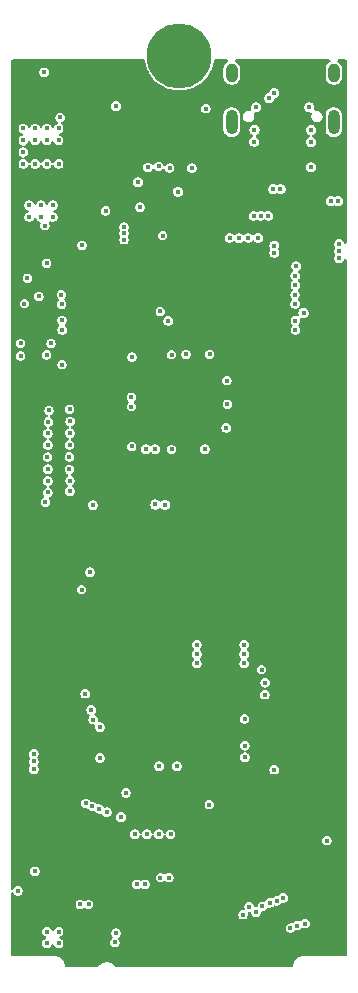
<source format=gbr>
%TF.GenerationSoftware,KiCad,Pcbnew,9.0.7*%
%TF.CreationDate,2026-02-28T14:28:49+01:00*%
%TF.ProjectId,BladeCore-M54E,426c6164-6543-46f7-9265-2d4d3534452e,rev?*%
%TF.SameCoordinates,Original*%
%TF.FileFunction,Copper,L5,Inr*%
%TF.FilePolarity,Positive*%
%FSLAX46Y46*%
G04 Gerber Fmt 4.6, Leading zero omitted, Abs format (unit mm)*
G04 Created by KiCad (PCBNEW 9.0.7) date 2026-02-28 14:28:49*
%MOMM*%
%LPD*%
G01*
G04 APERTURE LIST*
%TA.AperFunction,ComponentPad*%
%ADD10C,0.600000*%
%TD*%
%TA.AperFunction,HeatsinkPad*%
%ADD11O,1.000000X2.100000*%
%TD*%
%TA.AperFunction,HeatsinkPad*%
%ADD12O,1.000000X1.600000*%
%TD*%
%TA.AperFunction,ComponentPad*%
%ADD13C,5.500000*%
%TD*%
%TA.AperFunction,HeatsinkPad*%
%ADD14C,0.425000*%
%TD*%
%TA.AperFunction,ViaPad*%
%ADD15C,0.400000*%
%TD*%
%TA.AperFunction,ViaPad*%
%ADD16C,0.450000*%
%TD*%
G04 APERTURE END LIST*
D10*
%TO.N,GND*%
%TO.C,IC7*%
X5890000Y68620000D03*
X7610000Y68620000D03*
X6750000Y69100000D03*
X5890000Y69580000D03*
X7610000Y69580000D03*
%TD*%
D11*
%TO.N,SHIELD*%
%TO.C,J3*%
X27795000Y75120000D03*
D12*
X27795000Y79300000D03*
D11*
X19155000Y75120000D03*
D12*
X19155000Y79300000D03*
%TD*%
D13*
%TO.N,N/C*%
%TO.C,J1*%
X14721447Y80770000D03*
%TD*%
D14*
%TO.N,GND*%
%TO.C,IC1*%
X15529212Y50595788D03*
X15529212Y51445788D03*
X15529212Y52295788D03*
X14679212Y50595788D03*
X14679212Y51445788D03*
X14679212Y52295788D03*
X13829212Y50595788D03*
X13829212Y51445788D03*
X13829212Y52295788D03*
%TD*%
D15*
%TO.N,GND*%
X7500000Y64725000D03*
X16000000Y23100000D03*
X9150000Y58100000D03*
D16*
X19675000Y73475000D03*
D15*
X22000000Y23600000D03*
X18410000Y4640000D03*
X5200000Y12375000D03*
D16*
X20825000Y71150000D03*
D15*
X8700000Y7200000D03*
X19750000Y32350000D03*
X10832300Y11175305D03*
X14450000Y33700000D03*
X17250000Y16350000D03*
X3650000Y57400000D03*
X21000000Y19100000D03*
X15350000Y31075000D03*
X14139098Y4610031D03*
X6750000Y62900000D03*
X26000000Y7100000D03*
X27200000Y10500000D03*
X6000000Y78500000D03*
X17750000Y34600000D03*
X12000000Y20600000D03*
X17000000Y14100000D03*
X13810000Y75255000D03*
X18000000Y19100000D03*
X15040000Y74500000D03*
X12325000Y55250000D03*
X8400000Y20500000D03*
D16*
X22875000Y63250000D03*
D15*
X12475000Y64200000D03*
X14000000Y25100000D03*
X28000000Y5100000D03*
X8850000Y78550000D03*
X20600000Y58600000D03*
X3300000Y10100000D03*
X9700000Y62000000D03*
X6925000Y21100000D03*
X23200000Y31350000D03*
X8100000Y28200000D03*
X4050000Y64700000D03*
X21420000Y4640000D03*
X1800000Y5225000D03*
X17325000Y66425000D03*
X10665836Y45034164D03*
X11400000Y69050000D03*
D16*
X17477407Y68534304D03*
D15*
X9250000Y19600000D03*
X17600000Y28150000D03*
X16000000Y25100000D03*
X12100000Y11175000D03*
X26000000Y5100000D03*
X18750000Y32350000D03*
X16175000Y4650000D03*
X17758697Y33528588D03*
X4134800Y42925000D03*
X5000000Y14100000D03*
X21425000Y36700000D03*
X1100000Y6000000D03*
X21980000Y24600000D03*
X7000000Y23850000D03*
X16175000Y61025000D03*
X8100000Y5625000D03*
X8000000Y38000000D03*
D16*
X17477407Y69184304D03*
X26775000Y72775000D03*
X20000000Y69800000D03*
D15*
X14700000Y67450000D03*
X5262500Y73787500D03*
X17625000Y48525000D03*
X16750000Y23600000D03*
X16500000Y15850000D03*
X2050000Y75450000D03*
X18750000Y34600000D03*
X11650000Y52575000D03*
X16200000Y67450000D03*
X17450000Y78350000D03*
X17750000Y32350000D03*
X12200000Y37700000D03*
X12825000Y10625000D03*
X3300000Y9050000D03*
X8925000Y38925000D03*
X11000000Y20700000D03*
X22000000Y25600000D03*
X8100000Y34850000D03*
X28000000Y7100000D03*
X15800000Y14920000D03*
X11651527Y50326527D03*
X1075000Y7000000D03*
X15000000Y12100000D03*
X8500000Y72550000D03*
X18758697Y33528588D03*
X12000000Y25100000D03*
D16*
X19675000Y72800000D03*
D15*
X17000000Y73362500D03*
X10675000Y49250000D03*
X16750000Y22100000D03*
X3700000Y54200000D03*
X3750000Y52150000D03*
X15300000Y53900000D03*
X17150000Y42300000D03*
X16550000Y54475000D03*
X18758697Y35697756D03*
X7850000Y6275000D03*
X5575000Y5525000D03*
X5900000Y77125000D03*
X5550000Y79700000D03*
X23925000Y4650000D03*
X11550000Y48225000D03*
X9425000Y4925000D03*
X17758697Y35697756D03*
X6375000Y23100000D03*
X17100000Y51275000D03*
X8225000Y65400000D03*
X8675000Y73875000D03*
X9096800Y15052936D03*
X27200000Y8100000D03*
X9150000Y31050000D03*
X21980000Y22350000D03*
X4750000Y18100000D03*
X6700000Y28800000D03*
X21980000Y21350000D03*
D16*
X27200000Y73550000D03*
D15*
X12350000Y30750000D03*
X11050000Y40400000D03*
X12776527Y49201527D03*
D16*
X14300000Y68500000D03*
X20000000Y69150000D03*
X20000000Y68500000D03*
X17477407Y69834304D03*
D15*
X14100000Y49178200D03*
X26000000Y7100000D03*
X9650000Y75250000D03*
X19750000Y34600000D03*
X14000000Y23100000D03*
X19758697Y35697756D03*
X14075000Y53900000D03*
X19758697Y33528588D03*
D16*
X17477407Y67884304D03*
D15*
X12000000Y23100000D03*
X18850000Y28150000D03*
X11500000Y43000000D03*
X15500000Y20600000D03*
X17100000Y53250000D03*
X15190000Y14300000D03*
D16*
X20000000Y67850000D03*
D15*
X10850000Y36850000D03*
X5075000Y64700000D03*
X16750000Y21100000D03*
X15325000Y73680000D03*
X14425000Y30575000D03*
X6400000Y22125000D03*
X16562573Y49190627D03*
X8475000Y71000000D03*
X3350000Y65450000D03*
X9850000Y28200000D03*
X9036626Y71810000D03*
X13975000Y65025000D03*
%TO.N,+5V*%
X4000000Y68100000D03*
X8475000Y67625000D03*
X3000000Y68100000D03*
X2400000Y21650000D03*
X3000000Y67100000D03*
X3325000Y66375000D03*
X4000000Y67100000D03*
X2000000Y68100000D03*
X2000000Y67100000D03*
X2400000Y20350000D03*
X2400000Y21000000D03*
%TO.N,+3.3V*%
X8000000Y21300000D03*
X3500000Y74600000D03*
X2500000Y73600000D03*
X8000000Y23900000D03*
X11385876Y67935876D03*
X10679212Y47670788D03*
X12050000Y71300000D03*
X1500000Y74600000D03*
X16200000Y30900000D03*
X18729212Y53245788D03*
X10704212Y55245788D03*
X3500000Y73600000D03*
X24600000Y62950000D03*
X2500000Y74600000D03*
X17279212Y55470788D03*
X3500000Y71600000D03*
X3375000Y42950000D03*
X7250000Y25375000D03*
X13895000Y71245000D03*
X7394192Y42703494D03*
X10654212Y51845788D03*
X18679212Y49245788D03*
X11879212Y47445788D03*
X3480331Y63180331D03*
X1500000Y72600000D03*
X4497224Y73585855D03*
X16200000Y30100000D03*
D16*
X9350000Y76500000D03*
D15*
X14054212Y47420788D03*
X2500000Y71600000D03*
X1850000Y61925000D03*
X4500000Y71600000D03*
X16879212Y47445788D03*
X1500000Y71600000D03*
X21675000Y28775000D03*
X4625000Y75525000D03*
X6475000Y64700000D03*
X16200000Y29300000D03*
X15279212Y55470788D03*
X1500000Y73600000D03*
X4500000Y74600000D03*
%TO.N,/Project Architecture/Microcontroller Peripherals/VREF_IN*%
X7150000Y37025000D03*
X15775000Y71250000D03*
%TO.N,/Project Architecture/Ethernet Interface/RDN_R_N*%
X12970000Y14850000D03*
%TO.N,/Project Architecture/RD_N*%
X13115000Y11175000D03*
%TO.N,+1V1*%
X12679212Y47445788D03*
X14054212Y55445788D03*
X18779212Y51245788D03*
X10654212Y51045788D03*
%TO.N,/Project Architecture/Ethernet Interface/RDN_R_P*%
X13970000Y14850000D03*
%TO.N,/Project Architecture/RD_P*%
X13815000Y11175000D03*
%TO.N,+3.3VP*%
X20250000Y21350000D03*
X20230000Y24600000D03*
X14500000Y20600000D03*
X20200000Y30100000D03*
X20250000Y22350000D03*
X13000000Y20600000D03*
X20200000Y30900000D03*
X10195000Y18350000D03*
X20200000Y29300000D03*
X17250000Y17350000D03*
%TO.N,VBUS*%
X4500000Y5600000D03*
X3275000Y79350000D03*
X3500000Y5600000D03*
X2475000Y11700000D03*
X3500000Y6600000D03*
X4500000Y6600000D03*
%TO.N,/Project Architecture/Microcontroller/ADC_VUSB*%
X1050000Y10050000D03*
X3575000Y44750000D03*
%TO.N,HEARTBEAT*%
X13300000Y65525000D03*
X4775000Y54600000D03*
D16*
%TO.N,/Project Architecture/Microcontroller Peripherals/I2C0_SCL*%
X14600000Y69250000D03*
D15*
X4800000Y57550000D03*
%TO.N,/Project Architecture/Microcontroller Peripherals/I2C0_SDA*%
X4775000Y58350000D03*
D16*
X11226000Y70026000D03*
D15*
X12960000Y71380000D03*
%TO.N,QSPI_SS*%
X22750000Y20300000D03*
X27200000Y14300000D03*
%TO.N,/Project Architecture/Microcontroller Peripherals/SWDIO*%
X13100000Y59100000D03*
X6746958Y26736311D03*
%TO.N,/Project Architecture/Microcontroller Peripherals/SWCLK*%
X13766212Y58300000D03*
X7400000Y24550000D03*
%TO.N,/Project Architecture/Ethernet Interface/SPI1_MOSI*%
X1598472Y59769841D03*
X4750000Y59725000D03*
%TO.N,/Project Architecture/Ethernet Interface/ETH_INT*%
X1275000Y55350000D03*
X3475000Y55425000D03*
%TO.N,/Project Architecture/Ethernet Interface/SPI1_SCLK*%
X2825000Y60375000D03*
X4725000Y60525000D03*
%TO.N,/Project Architecture/Ethernet Interface/ETH_RST*%
X1268533Y56400000D03*
X3850000Y56400000D03*
%TO.N,/Project Architecture/GPIO22*%
X22375000Y9025000D03*
X24530000Y61330000D03*
%TO.N,/Project Architecture/GPIO23*%
X22950000Y9200000D03*
X24520000Y62120000D03*
%TO.N,/Project Architecture/GPIO18*%
X20100000Y8025000D03*
X24540000Y57550000D03*
%TO.N,/Project Architecture/GPIO27*%
X25360000Y7275000D03*
X18970000Y65330000D03*
%TO.N,/Project Architecture/LINK_LED*%
X21950000Y26650000D03*
D16*
%TO.N,/Project Architecture/PWR*%
X28250000Y64800000D03*
X28250000Y63600000D03*
D15*
X10025000Y65725000D03*
X10025000Y66250000D03*
D16*
X28250000Y64200000D03*
D15*
X10025000Y65175000D03*
%TO.N,/Project Architecture/ADC0*%
X3675000Y50725000D03*
X8575000Y16700000D03*
%TO.N,/Project Architecture/GPIO26*%
X24710000Y7100000D03*
X19760000Y65310000D03*
%TO.N,/Project Architecture/ADC5*%
X9250000Y5675000D03*
X3575000Y45750000D03*
%TO.N,/Project Architecture/GPIO25*%
X20554212Y65320788D03*
X24120000Y6900000D03*
%TO.N,/Project Architecture/GPIO21*%
X21750000Y8750000D03*
X24510000Y60520000D03*
%TO.N,/Project Architecture/ADC4*%
X3550000Y46775000D03*
X9350000Y6475000D03*
%TO.N,/Project Architecture/GPIO19*%
X24530000Y58330000D03*
X20625000Y8700000D03*
D16*
%TO.N,/Project Architecture/TCT*%
X9775000Y16300000D03*
D15*
%TO.N,/Project Architecture/GPIO20*%
X21200000Y8247545D03*
X24520000Y59730000D03*
%TO.N,/Project Architecture/GPIO24*%
X21380000Y65330000D03*
X23525000Y9450000D03*
%TO.N,Net-(IC1B-GPIO40{slash}ADC0)*%
X5425728Y50817350D03*
%TO.N,Net-(IC1B-GPIO41{slash}ADC1)*%
X5465409Y49791321D03*
%TO.N,Net-(IC1B-GPIO42{slash}ADC2)*%
X5448403Y48793636D03*
%TO.N,Net-(IC1B-GPIO43{slash}ADC3)*%
X5414391Y47807288D03*
%TO.N,Net-(IC1B-GPIO44{slash}ADC4)*%
X5397385Y46798265D03*
%TO.N,Net-(IC1B-GPIO45{slash}ADC5)*%
X5397385Y45732555D03*
%TO.N,Net-(IC1B-GPIO46{slash}ADC6)*%
X5454072Y44774550D03*
%TO.N,Net-(IC1B-GPIO47{slash}ADC7)*%
X5442734Y43884569D03*
%TO.N,/Project Architecture/TD_N*%
X11105000Y10600000D03*
%TO.N,/Project Architecture/ADC2*%
X3575000Y48775000D03*
X7350000Y17200000D03*
%TO.N,/Project Architecture/TD_P*%
X11805000Y10600000D03*
%TO.N,/Project Architecture/ADC3*%
X6800000Y17450000D03*
X3575000Y47800000D03*
%TO.N,/Project Architecture/ADC1*%
X3625000Y49750000D03*
X7950000Y16975000D03*
%TO.N,/Project Architecture/ACT_LED*%
X21975000Y27675000D03*
%TO.N,/Project Architecture/Microcontroller Peripherals/ADC_VREF*%
X3575000Y43775000D03*
X6430000Y35550000D03*
%TO.N,/Project Architecture/Ethernet Interface/TDN_R_P*%
X11960000Y14850000D03*
%TO.N,/Project Architecture/Ethernet Interface/TDN_R_N*%
X10950000Y14850000D03*
D16*
%TO.N,VBUS_ONBOARD*%
X25725000Y76375000D03*
X25226446Y58976446D03*
X21050000Y73475000D03*
X25875000Y74480000D03*
X25875000Y73450000D03*
D15*
X22250000Y67200000D03*
X21600000Y67200000D03*
D16*
X21225000Y76375000D03*
D15*
X21000000Y67200000D03*
D16*
X21075000Y74480000D03*
X25875000Y71300000D03*
%TO.N,USB_D-*%
X28151200Y68450000D03*
D15*
X6325000Y8900000D03*
D16*
%TO.N,USB_D+*%
X27548800Y68450000D03*
D15*
X7025000Y8900000D03*
D16*
%TO.N,USB_ONB_D+*%
X22673800Y69450000D03*
X22337019Y77162019D03*
%TO.N,USB_ONB_D-*%
X22762981Y77587981D03*
X23276200Y69450000D03*
%TO.N,/Project Architecture/USB Interface and Power/USB_RP_D+*%
X22750000Y64073800D03*
X13484743Y42748112D03*
%TO.N,/Project Architecture/USB Interface and Power/USB_RP_D-*%
X12676013Y42759449D03*
X22750000Y64676200D03*
D15*
%TO.N,SHIELD*%
X16950000Y76275000D03*
%TD*%
%TA.AperFunction,Conductor*%
%TO.N,GND*%
G36*
X11676244Y80448946D02*
G01*
X11678150Y80449442D01*
X11709627Y80439144D01*
X11741395Y80429815D01*
X11742683Y80428328D01*
X11744556Y80427715D01*
X11765478Y80402022D01*
X11787150Y80377011D01*
X11787823Y80374581D01*
X11788674Y80373536D01*
X11797576Y80339384D01*
X11804890Y80274470D01*
X11804892Y80274454D01*
X11878712Y79951024D01*
X11878716Y79951012D01*
X11988285Y79637884D01*
X12132224Y79338991D01*
X12158701Y79296853D01*
X12308729Y79058085D01*
X12515574Y78798711D01*
X12750158Y78564127D01*
X13009532Y78357282D01*
X13290435Y78180779D01*
X13589334Y78036837D01*
X13824508Y77954546D01*
X13902458Y77927270D01*
X13902470Y77927266D01*
X14225904Y77853445D01*
X14555567Y77816301D01*
X14555568Y77816300D01*
X14555571Y77816300D01*
X14887326Y77816300D01*
X14887326Y77816301D01*
X15216990Y77853445D01*
X15540424Y77927266D01*
X15853560Y78036837D01*
X16152459Y78180779D01*
X16433362Y78357282D01*
X16692736Y78564127D01*
X16927320Y78798711D01*
X17134165Y79058085D01*
X17310668Y79338988D01*
X17454610Y79637887D01*
X17564181Y79951023D01*
X17638002Y80274457D01*
X17645318Y80339384D01*
X17672384Y80403798D01*
X17729979Y80443353D01*
X17768538Y80449500D01*
X18750967Y80449500D01*
X18818006Y80429815D01*
X18863761Y80377011D01*
X18873705Y80307853D01*
X18844680Y80244297D01*
X18819859Y80222400D01*
X18777568Y80194142D01*
X18706414Y80146599D01*
X18608401Y80048586D01*
X18531386Y79933324D01*
X18478344Y79805267D01*
X18478341Y79805255D01*
X18451300Y79669313D01*
X18451300Y78930688D01*
X18478341Y78794746D01*
X18478344Y78794734D01*
X18531386Y78666677D01*
X18608401Y78551415D01*
X18706414Y78453402D01*
X18821676Y78376387D01*
X18949733Y78323345D01*
X18949738Y78323343D01*
X19085687Y78296301D01*
X19085690Y78296300D01*
X19085692Y78296300D01*
X19224310Y78296300D01*
X19224311Y78296301D01*
X19360262Y78323343D01*
X19424294Y78349866D01*
X19488323Y78376387D01*
X19488324Y78376388D01*
X19488327Y78376389D01*
X19603583Y78453400D01*
X19701600Y78551417D01*
X19778611Y78666673D01*
X19831657Y78794738D01*
X19858700Y78930692D01*
X19858700Y79669308D01*
X19858700Y79669311D01*
X19858699Y79669313D01*
X19847386Y79726188D01*
X19831657Y79805262D01*
X19831655Y79805267D01*
X19778613Y79933324D01*
X19701598Y80048586D01*
X19603585Y80146599D01*
X19562704Y80173915D01*
X19490141Y80222399D01*
X19445338Y80276009D01*
X19436630Y80345334D01*
X19466784Y80408362D01*
X19526227Y80445082D01*
X19559033Y80449500D01*
X27390967Y80449500D01*
X27458006Y80429815D01*
X27503761Y80377011D01*
X27513705Y80307853D01*
X27484680Y80244297D01*
X27459859Y80222400D01*
X27417568Y80194142D01*
X27346414Y80146599D01*
X27248401Y80048586D01*
X27171386Y79933324D01*
X27118344Y79805267D01*
X27118341Y79805255D01*
X27091300Y79669313D01*
X27091300Y78930688D01*
X27118341Y78794746D01*
X27118344Y78794734D01*
X27171386Y78666677D01*
X27248401Y78551415D01*
X27346414Y78453402D01*
X27461676Y78376387D01*
X27589733Y78323345D01*
X27589738Y78323343D01*
X27725687Y78296301D01*
X27725690Y78296300D01*
X27725692Y78296300D01*
X27864310Y78296300D01*
X27864311Y78296301D01*
X28000262Y78323343D01*
X28064294Y78349866D01*
X28128323Y78376387D01*
X28128324Y78376388D01*
X28128327Y78376389D01*
X28243583Y78453400D01*
X28341600Y78551417D01*
X28418611Y78666673D01*
X28471657Y78794738D01*
X28498700Y78930692D01*
X28498700Y79669308D01*
X28498700Y79669311D01*
X28498699Y79669313D01*
X28487386Y79726188D01*
X28471657Y79805262D01*
X28471655Y79805267D01*
X28418613Y79933324D01*
X28341598Y80048586D01*
X28243585Y80146599D01*
X28202704Y80173915D01*
X28130141Y80222399D01*
X28085338Y80276009D01*
X28076630Y80345334D01*
X28106784Y80408362D01*
X28166227Y80445082D01*
X28199033Y80449500D01*
X28652405Y80449500D01*
X28690244Y80449500D01*
X28709630Y80447975D01*
X28742253Y80442808D01*
X28779144Y80430822D01*
X28799765Y80420315D01*
X28831151Y80397511D01*
X28847510Y80381152D01*
X28870314Y80349766D01*
X28880820Y80329147D01*
X28892808Y80292252D01*
X28897973Y80259641D01*
X28899500Y80240245D01*
X28899500Y64974276D01*
X28879815Y64907237D01*
X28827011Y64861482D01*
X28757853Y64851538D01*
X28694297Y64880563D01*
X28656523Y64939341D01*
X28655725Y64942182D01*
X28649485Y64965472D01*
X28593045Y65063228D01*
X28513228Y65143045D01*
X28459306Y65174177D01*
X28415473Y65199485D01*
X28360955Y65214093D01*
X28306439Y65228700D01*
X28193561Y65228700D01*
X28084526Y65199485D01*
X27986772Y65143045D01*
X27986769Y65143043D01*
X27906957Y65063231D01*
X27906955Y65063228D01*
X27850515Y64965474D01*
X27821300Y64856439D01*
X27821300Y64743562D01*
X27850515Y64634527D01*
X27892389Y64562001D01*
X27908862Y64494100D01*
X27892389Y64437999D01*
X27850515Y64365474D01*
X27821300Y64256439D01*
X27821300Y64143562D01*
X27850515Y64034527D01*
X27892389Y63962001D01*
X27908862Y63894100D01*
X27892389Y63837999D01*
X27850515Y63765474D01*
X27834911Y63707237D01*
X27821300Y63656439D01*
X27821300Y63543561D01*
X27832069Y63503370D01*
X27850515Y63434527D01*
X27854163Y63428209D01*
X27906955Y63336772D01*
X27986772Y63256955D01*
X28084528Y63200515D01*
X28193561Y63171300D01*
X28193563Y63171300D01*
X28306437Y63171300D01*
X28306439Y63171300D01*
X28415472Y63200515D01*
X28513228Y63256955D01*
X28593045Y63336772D01*
X28649485Y63434528D01*
X28655725Y63457820D01*
X28692090Y63517478D01*
X28754936Y63548008D01*
X28824312Y63539714D01*
X28878190Y63495229D01*
X28899465Y63428677D01*
X28899500Y63425725D01*
X28899500Y4709756D01*
X28897973Y4690360D01*
X28897973Y4690356D01*
X28892808Y4657749D01*
X28880820Y4620854D01*
X28870314Y4600235D01*
X28847510Y4568849D01*
X28831151Y4552490D01*
X28799765Y4529686D01*
X28779146Y4519180D01*
X28742251Y4507192D01*
X28729663Y4505199D01*
X28709638Y4502027D01*
X28690244Y4500500D01*
X25071155Y4500500D01*
X24916510Y4469739D01*
X24916498Y4469736D01*
X24770827Y4409398D01*
X24770814Y4409391D01*
X24639711Y4321790D01*
X24639707Y4321787D01*
X24528213Y4210293D01*
X24528210Y4210289D01*
X24440609Y4079186D01*
X24440602Y4079173D01*
X24380264Y3933502D01*
X24380261Y3933490D01*
X24349500Y3778847D01*
X24349500Y3724000D01*
X24329815Y3656961D01*
X24277011Y3611206D01*
X24225500Y3600000D01*
X9365212Y3600000D01*
X9298173Y3619685D01*
X9262109Y3655110D01*
X9260872Y3656961D01*
X9249464Y3674035D01*
X9249462Y3674038D01*
X9124038Y3799462D01*
X9124034Y3799465D01*
X8976553Y3898010D01*
X8976540Y3898017D01*
X8812667Y3965894D01*
X8812658Y3965897D01*
X8638694Y4000500D01*
X8638691Y4000500D01*
X8597595Y4000500D01*
X8550000Y4000500D01*
X8461309Y4000500D01*
X8461306Y4000500D01*
X8287341Y3965897D01*
X8287332Y3965894D01*
X8123459Y3898017D01*
X8123446Y3898010D01*
X7975965Y3799465D01*
X7975961Y3799462D01*
X7850537Y3674038D01*
X7841271Y3660171D01*
X7839128Y3656961D01*
X7837891Y3655110D01*
X7784279Y3610305D01*
X7734788Y3600000D01*
X5124500Y3600000D01*
X5057461Y3619685D01*
X5011706Y3672489D01*
X5000500Y3724000D01*
X5000500Y3778845D01*
X5000499Y3778847D01*
X4996398Y3799465D01*
X4969737Y3933497D01*
X4909795Y4078211D01*
X4909397Y4079173D01*
X4909390Y4079186D01*
X4821789Y4210289D01*
X4821786Y4210293D01*
X4710292Y4321787D01*
X4710288Y4321790D01*
X4579185Y4409391D01*
X4579172Y4409398D01*
X4433501Y4469736D01*
X4433489Y4469739D01*
X4278845Y4500500D01*
X4278842Y4500500D01*
X4239562Y4500500D01*
X659756Y4500500D01*
X640360Y4502027D01*
X624110Y4504601D01*
X607749Y4507192D01*
X570853Y4519180D01*
X550234Y4529686D01*
X518848Y4552490D01*
X502489Y4568849D01*
X479685Y4600235D01*
X469179Y4620854D01*
X457192Y4657747D01*
X452025Y4690370D01*
X450500Y4709756D01*
X450500Y6653148D01*
X3096300Y6653148D01*
X3096300Y6546852D01*
X3123811Y6444177D01*
X3176959Y6352122D01*
X3252122Y6276959D01*
X3344177Y6223811D01*
X3359243Y6219775D01*
X3418903Y6183410D01*
X3449432Y6120563D01*
X3441137Y6051188D01*
X3396652Y5997310D01*
X3359244Y5980227D01*
X3344177Y5976189D01*
X3344175Y5976188D01*
X3344174Y5976188D01*
X3252125Y5923043D01*
X3252119Y5923039D01*
X3176961Y5847881D01*
X3176957Y5847875D01*
X3123812Y5755826D01*
X3123812Y5755825D01*
X3123811Y5755823D01*
X3096300Y5653148D01*
X3096300Y5546852D01*
X3123811Y5444177D01*
X3176959Y5352122D01*
X3252122Y5276959D01*
X3344177Y5223811D01*
X3446852Y5196300D01*
X3446854Y5196300D01*
X3553146Y5196300D01*
X3553148Y5196300D01*
X3655823Y5223811D01*
X3747878Y5276959D01*
X3823041Y5352122D01*
X3876189Y5444177D01*
X3880225Y5459244D01*
X3916589Y5518903D01*
X3979435Y5549433D01*
X4048811Y5541139D01*
X4102690Y5496654D01*
X4119773Y5459245D01*
X4123811Y5444177D01*
X4176959Y5352122D01*
X4252122Y5276959D01*
X4344177Y5223811D01*
X4446852Y5196300D01*
X4446854Y5196300D01*
X4553146Y5196300D01*
X4553148Y5196300D01*
X4655823Y5223811D01*
X4747878Y5276959D01*
X4823041Y5352122D01*
X4876189Y5444177D01*
X4903700Y5546852D01*
X4903700Y5653148D01*
X4883604Y5728148D01*
X8846300Y5728148D01*
X8846300Y5621852D01*
X8873811Y5519177D01*
X8926959Y5427122D01*
X9002122Y5351959D01*
X9094177Y5298811D01*
X9196852Y5271300D01*
X9196854Y5271300D01*
X9303146Y5271300D01*
X9303148Y5271300D01*
X9405823Y5298811D01*
X9497878Y5351959D01*
X9573041Y5427122D01*
X9626189Y5519177D01*
X9653700Y5621852D01*
X9653700Y5728148D01*
X9626189Y5830823D01*
X9573041Y5922878D01*
X9551168Y5944751D01*
X9517683Y6006074D01*
X9522667Y6075766D01*
X9564539Y6131699D01*
X9576835Y6139811D01*
X9597878Y6151959D01*
X9673041Y6227122D01*
X9726189Y6319177D01*
X9753700Y6421852D01*
X9753700Y6528148D01*
X9726189Y6630823D01*
X9673041Y6722878D01*
X9597878Y6798041D01*
X9505823Y6851189D01*
X9403148Y6878700D01*
X9296852Y6878700D01*
X9194177Y6851189D01*
X9194175Y6851188D01*
X9194174Y6851188D01*
X9102125Y6798043D01*
X9102119Y6798039D01*
X9026961Y6722881D01*
X9026957Y6722875D01*
X8973812Y6630826D01*
X8973812Y6630825D01*
X8973811Y6630823D01*
X8946300Y6528148D01*
X8946300Y6421852D01*
X8973811Y6319177D01*
X9026959Y6227122D01*
X9026961Y6227120D01*
X9048831Y6205250D01*
X9082316Y6143927D01*
X9077332Y6074235D01*
X9035460Y6018302D01*
X9023151Y6010183D01*
X9002128Y5998046D01*
X9002119Y5998039D01*
X8926961Y5922881D01*
X8926957Y5922875D01*
X8873812Y5830826D01*
X8873812Y5830825D01*
X8873811Y5830823D01*
X8846300Y5728148D01*
X4883604Y5728148D01*
X4876189Y5755823D01*
X4823041Y5847878D01*
X4747878Y5923041D01*
X4655823Y5976189D01*
X4640756Y5980226D01*
X4581097Y6016589D01*
X4550567Y6079435D01*
X4558861Y6148811D01*
X4603346Y6202690D01*
X4640755Y6219774D01*
X4655823Y6223811D01*
X4747878Y6276959D01*
X4823041Y6352122D01*
X4876189Y6444177D01*
X4903700Y6546852D01*
X4903700Y6653148D01*
X4876189Y6755823D01*
X4823041Y6847878D01*
X4747878Y6923041D01*
X4695731Y6953148D01*
X23716300Y6953148D01*
X23716300Y6846852D01*
X23743811Y6744177D01*
X23796959Y6652122D01*
X23872122Y6576959D01*
X23964177Y6523811D01*
X24066852Y6496300D01*
X24066854Y6496300D01*
X24173146Y6496300D01*
X24173148Y6496300D01*
X24275823Y6523811D01*
X24367878Y6576959D01*
X24443041Y6652122D01*
X24446197Y6657590D01*
X24496758Y6705807D01*
X24565364Y6719035D01*
X24585666Y6715374D01*
X24656852Y6696300D01*
X24656855Y6696300D01*
X24763146Y6696300D01*
X24763148Y6696300D01*
X24865823Y6723811D01*
X24957878Y6776959D01*
X25033041Y6852122D01*
X25034042Y6853857D01*
X25035267Y6855025D01*
X25037989Y6858571D01*
X25038541Y6858147D01*
X25084608Y6902071D01*
X25153215Y6915295D01*
X25196474Y6901466D01*
X25196664Y6901923D01*
X25202143Y6899654D01*
X25203429Y6899243D01*
X25203919Y6898960D01*
X25204173Y6898813D01*
X25204177Y6898811D01*
X25306852Y6871300D01*
X25306854Y6871300D01*
X25413146Y6871300D01*
X25413148Y6871300D01*
X25515823Y6898811D01*
X25607878Y6951959D01*
X25683041Y7027122D01*
X25736189Y7119177D01*
X25763700Y7221852D01*
X25763700Y7328148D01*
X25736189Y7430823D01*
X25683041Y7522878D01*
X25607878Y7598041D01*
X25519942Y7648811D01*
X25515825Y7651188D01*
X25515824Y7651189D01*
X25515823Y7651189D01*
X25413148Y7678700D01*
X25306852Y7678700D01*
X25204177Y7651189D01*
X25204175Y7651188D01*
X25204174Y7651188D01*
X25112125Y7598043D01*
X25112119Y7598039D01*
X25036961Y7522881D01*
X25036952Y7522869D01*
X25035949Y7521131D01*
X25034720Y7519960D01*
X25032011Y7516429D01*
X25031459Y7516852D01*
X24985376Y7472922D01*
X24916767Y7459708D01*
X24873524Y7473534D01*
X24873336Y7473077D01*
X24867864Y7475343D01*
X24866573Y7475756D01*
X24865825Y7476188D01*
X24865824Y7476189D01*
X24865823Y7476189D01*
X24763148Y7503700D01*
X24656852Y7503700D01*
X24554177Y7476189D01*
X24554175Y7476188D01*
X24554174Y7476188D01*
X24462125Y7423043D01*
X24462119Y7423039D01*
X24386961Y7347881D01*
X24386954Y7347872D01*
X24383796Y7342401D01*
X24333227Y7294188D01*
X24264619Y7280968D01*
X24244321Y7284631D01*
X24173152Y7303700D01*
X24173148Y7303700D01*
X24066852Y7303700D01*
X23964177Y7276189D01*
X23964175Y7276188D01*
X23964174Y7276188D01*
X23872125Y7223043D01*
X23872119Y7223039D01*
X23796961Y7147881D01*
X23796957Y7147875D01*
X23743812Y7055826D01*
X23743812Y7055825D01*
X23743811Y7055823D01*
X23716300Y6953148D01*
X4695731Y6953148D01*
X4686508Y6958473D01*
X4655825Y6976188D01*
X4655824Y6976189D01*
X4655823Y6976189D01*
X4553148Y7003700D01*
X4446852Y7003700D01*
X4344177Y6976189D01*
X4344175Y6976188D01*
X4344174Y6976188D01*
X4252125Y6923043D01*
X4252119Y6923039D01*
X4176961Y6847881D01*
X4176957Y6847875D01*
X4123812Y6755826D01*
X4123812Y6755825D01*
X4123811Y6755823D01*
X4119774Y6740757D01*
X4083410Y6681097D01*
X4020563Y6650568D01*
X3951188Y6658863D01*
X3897310Y6703348D01*
X3880226Y6740756D01*
X3876189Y6755823D01*
X3823041Y6847878D01*
X3747878Y6923041D01*
X3686508Y6958473D01*
X3655825Y6976188D01*
X3655824Y6976189D01*
X3655823Y6976189D01*
X3553148Y7003700D01*
X3446852Y7003700D01*
X3344177Y6976189D01*
X3344175Y6976188D01*
X3344174Y6976188D01*
X3252125Y6923043D01*
X3252119Y6923039D01*
X3176961Y6847881D01*
X3176957Y6847875D01*
X3123812Y6755826D01*
X3123812Y6755825D01*
X3123811Y6755823D01*
X3096300Y6653148D01*
X450500Y6653148D01*
X450500Y8078148D01*
X19696300Y8078148D01*
X19696300Y7971852D01*
X19723811Y7869177D01*
X19776959Y7777122D01*
X19852122Y7701959D01*
X19944177Y7648811D01*
X20046852Y7621300D01*
X20046854Y7621300D01*
X20153146Y7621300D01*
X20153148Y7621300D01*
X20255823Y7648811D01*
X20347878Y7701959D01*
X20423041Y7777122D01*
X20476189Y7869177D01*
X20503700Y7971852D01*
X20503700Y8078148D01*
X20487071Y8140210D01*
X20487666Y8165202D01*
X20484108Y8189947D01*
X20488483Y8199528D01*
X20488734Y8210056D01*
X20502746Y8230761D01*
X20513133Y8253503D01*
X20521992Y8259197D01*
X20527896Y8267919D01*
X20550879Y8277761D01*
X20571911Y8291277D01*
X20587766Y8293557D01*
X20592125Y8295423D01*
X20606846Y8296300D01*
X20674139Y8296300D01*
X20741178Y8276615D01*
X20786933Y8223811D01*
X20793205Y8201982D01*
X20794197Y8202247D01*
X20796300Y8194399D01*
X20796300Y8194397D01*
X20823811Y8091722D01*
X20876959Y7999667D01*
X20952122Y7924504D01*
X21044177Y7871356D01*
X21146852Y7843845D01*
X21146854Y7843845D01*
X21253146Y7843845D01*
X21253148Y7843845D01*
X21355823Y7871356D01*
X21447878Y7924504D01*
X21523041Y7999667D01*
X21576189Y8091722D01*
X21603700Y8194397D01*
X21603700Y8222300D01*
X21623385Y8289339D01*
X21676189Y8335094D01*
X21727700Y8346300D01*
X21803146Y8346300D01*
X21803148Y8346300D01*
X21905823Y8373811D01*
X21997878Y8426959D01*
X22073041Y8502122D01*
X22118390Y8580670D01*
X22168957Y8628885D01*
X22237564Y8642108D01*
X22257864Y8638446D01*
X22321852Y8621300D01*
X22321854Y8621300D01*
X22428146Y8621300D01*
X22428148Y8621300D01*
X22530823Y8648811D01*
X22622878Y8701959D01*
X22698041Y8777122D01*
X22698041Y8777123D01*
X22703788Y8782869D01*
X22706124Y8780533D01*
X22750071Y8812661D01*
X22819815Y8816858D01*
X22824150Y8815780D01*
X22896852Y8796300D01*
X22896854Y8796300D01*
X23003146Y8796300D01*
X23003148Y8796300D01*
X23105823Y8823811D01*
X23197878Y8876959D01*
X23273041Y8952122D01*
X23299192Y8997417D01*
X23349757Y9045631D01*
X23418364Y9058855D01*
X23438666Y9055192D01*
X23471852Y9046300D01*
X23471854Y9046300D01*
X23578146Y9046300D01*
X23578148Y9046300D01*
X23680823Y9073811D01*
X23772878Y9126959D01*
X23848041Y9202122D01*
X23901189Y9294177D01*
X23928700Y9396852D01*
X23928700Y9503148D01*
X23901189Y9605823D01*
X23848041Y9697878D01*
X23772878Y9773041D01*
X23711508Y9808473D01*
X23680825Y9826188D01*
X23680824Y9826189D01*
X23680823Y9826189D01*
X23578148Y9853700D01*
X23471852Y9853700D01*
X23369177Y9826189D01*
X23369175Y9826188D01*
X23369174Y9826188D01*
X23277125Y9773043D01*
X23277119Y9773039D01*
X23201961Y9697881D01*
X23201957Y9697875D01*
X23175807Y9652583D01*
X23125239Y9604369D01*
X23056632Y9591147D01*
X23036330Y9594810D01*
X23003152Y9603700D01*
X23003148Y9603700D01*
X22896852Y9603700D01*
X22794177Y9576189D01*
X22794175Y9576188D01*
X22794174Y9576188D01*
X22702125Y9523043D01*
X22702119Y9523039D01*
X22621212Y9442131D01*
X22618893Y9444450D01*
X22574767Y9412282D01*
X22505018Y9408182D01*
X22500818Y9409229D01*
X22428149Y9428700D01*
X22428148Y9428700D01*
X22321852Y9428700D01*
X22219177Y9401189D01*
X22219175Y9401188D01*
X22219174Y9401188D01*
X22127125Y9348043D01*
X22127119Y9348039D01*
X22051961Y9272881D01*
X22051954Y9272872D01*
X22006608Y9194331D01*
X21956041Y9146116D01*
X21887433Y9132894D01*
X21867130Y9136557D01*
X21803149Y9153700D01*
X21803148Y9153700D01*
X21696852Y9153700D01*
X21594177Y9126189D01*
X21594175Y9126188D01*
X21594174Y9126188D01*
X21502125Y9073043D01*
X21502119Y9073039D01*
X21426961Y8997881D01*
X21426957Y8997875D01*
X21373812Y8905826D01*
X21373812Y8905825D01*
X21373811Y8905823D01*
X21349683Y8815772D01*
X21346300Y8803148D01*
X21346300Y8775245D01*
X21343749Y8766560D01*
X21345038Y8757598D01*
X21334059Y8733558D01*
X21326615Y8708206D01*
X21319774Y8702279D01*
X21316013Y8694042D01*
X21293778Y8679753D01*
X21273811Y8662451D01*
X21263296Y8660164D01*
X21257235Y8656268D01*
X21222300Y8651245D01*
X21150861Y8651245D01*
X21083822Y8670930D01*
X21038067Y8723734D01*
X21031794Y8745564D01*
X21030803Y8745298D01*
X21028700Y8753148D01*
X21001189Y8855823D01*
X20948041Y8947878D01*
X20872878Y9023041D01*
X20786279Y9073039D01*
X20780825Y9076188D01*
X20780824Y9076189D01*
X20780823Y9076189D01*
X20678148Y9103700D01*
X20571852Y9103700D01*
X20469177Y9076189D01*
X20469175Y9076188D01*
X20469174Y9076188D01*
X20377125Y9023043D01*
X20377119Y9023039D01*
X20301961Y8947881D01*
X20301957Y8947875D01*
X20248812Y8855826D01*
X20248812Y8855825D01*
X20248811Y8855823D01*
X20221300Y8753148D01*
X20221300Y8646852D01*
X20237928Y8584791D01*
X20236266Y8514944D01*
X20197104Y8457081D01*
X20132875Y8429577D01*
X20118154Y8428700D01*
X20046852Y8428700D01*
X19944177Y8401189D01*
X19944175Y8401188D01*
X19944174Y8401188D01*
X19852125Y8348043D01*
X19852119Y8348039D01*
X19776961Y8272881D01*
X19776957Y8272875D01*
X19723812Y8180826D01*
X19723812Y8180825D01*
X19723811Y8180823D01*
X19696300Y8078148D01*
X450500Y8078148D01*
X450500Y8953148D01*
X5921300Y8953148D01*
X5921300Y8846852D01*
X5948811Y8744177D01*
X6001959Y8652122D01*
X6077122Y8576959D01*
X6169177Y8523811D01*
X6271852Y8496300D01*
X6271854Y8496300D01*
X6378146Y8496300D01*
X6378148Y8496300D01*
X6480823Y8523811D01*
X6572878Y8576959D01*
X6587319Y8591400D01*
X6648642Y8624885D01*
X6718334Y8619901D01*
X6762681Y8591400D01*
X6777122Y8576959D01*
X6869177Y8523811D01*
X6971852Y8496300D01*
X6971854Y8496300D01*
X7078146Y8496300D01*
X7078148Y8496300D01*
X7180823Y8523811D01*
X7272878Y8576959D01*
X7348041Y8652122D01*
X7401189Y8744177D01*
X7428700Y8846852D01*
X7428700Y8953148D01*
X7401189Y9055823D01*
X7348041Y9147878D01*
X7272878Y9223041D01*
X7180823Y9276189D01*
X7078148Y9303700D01*
X6971852Y9303700D01*
X6869177Y9276189D01*
X6869175Y9276188D01*
X6869174Y9276188D01*
X6777125Y9223043D01*
X6777119Y9223039D01*
X6762681Y9208600D01*
X6701358Y9175115D01*
X6631666Y9180099D01*
X6587319Y9208600D01*
X6572880Y9223039D01*
X6572878Y9223041D01*
X6480823Y9276189D01*
X6378148Y9303700D01*
X6271852Y9303700D01*
X6169177Y9276189D01*
X6169175Y9276188D01*
X6169174Y9276188D01*
X6077125Y9223043D01*
X6077119Y9223039D01*
X6001961Y9147881D01*
X6001957Y9147875D01*
X5948812Y9055826D01*
X5948812Y9055825D01*
X5948811Y9055823D01*
X5921300Y8953148D01*
X450500Y8953148D01*
X450500Y9818189D01*
X470185Y9885228D01*
X522989Y9930983D01*
X592147Y9940927D01*
X655703Y9911902D01*
X681886Y9880190D01*
X726959Y9802122D01*
X802122Y9726959D01*
X894177Y9673811D01*
X996852Y9646300D01*
X996854Y9646300D01*
X1103146Y9646300D01*
X1103148Y9646300D01*
X1205823Y9673811D01*
X1297878Y9726959D01*
X1373041Y9802122D01*
X1426189Y9894177D01*
X1453700Y9996852D01*
X1453700Y10103148D01*
X1426189Y10205823D01*
X1373041Y10297878D01*
X1297878Y10373041D01*
X1205823Y10426189D01*
X1103148Y10453700D01*
X996852Y10453700D01*
X894177Y10426189D01*
X894175Y10426188D01*
X894174Y10426188D01*
X802125Y10373043D01*
X802119Y10373039D01*
X726961Y10297881D01*
X726959Y10297878D01*
X681887Y10219811D01*
X631320Y10171596D01*
X562712Y10158374D01*
X497848Y10184342D01*
X457320Y10241256D01*
X450500Y10281812D01*
X450500Y10653148D01*
X10701300Y10653148D01*
X10701300Y10546852D01*
X10728811Y10444177D01*
X10781959Y10352122D01*
X10857122Y10276959D01*
X10949177Y10223811D01*
X11051852Y10196300D01*
X11051854Y10196300D01*
X11158146Y10196300D01*
X11158148Y10196300D01*
X11260823Y10223811D01*
X11352878Y10276959D01*
X11367319Y10291400D01*
X11428642Y10324885D01*
X11498334Y10319901D01*
X11542681Y10291400D01*
X11557122Y10276959D01*
X11649177Y10223811D01*
X11751852Y10196300D01*
X11751854Y10196300D01*
X11858146Y10196300D01*
X11858148Y10196300D01*
X11960823Y10223811D01*
X12052878Y10276959D01*
X12128041Y10352122D01*
X12181189Y10444177D01*
X12208700Y10546852D01*
X12208700Y10653148D01*
X12181189Y10755823D01*
X12128041Y10847878D01*
X12052878Y10923041D01*
X11991508Y10958473D01*
X11960825Y10976188D01*
X11960824Y10976189D01*
X11960823Y10976189D01*
X11858148Y11003700D01*
X11751852Y11003700D01*
X11649177Y10976189D01*
X11649175Y10976188D01*
X11649174Y10976188D01*
X11557125Y10923043D01*
X11557119Y10923039D01*
X11542681Y10908600D01*
X11481358Y10875115D01*
X11411666Y10880099D01*
X11367319Y10908600D01*
X11352880Y10923039D01*
X11352878Y10923041D01*
X11291508Y10958473D01*
X11260825Y10976188D01*
X11260824Y10976189D01*
X11260823Y10976189D01*
X11158148Y11003700D01*
X11051852Y11003700D01*
X10949177Y10976189D01*
X10949175Y10976188D01*
X10949174Y10976188D01*
X10857125Y10923043D01*
X10857119Y10923039D01*
X10781961Y10847881D01*
X10781957Y10847875D01*
X10728812Y10755826D01*
X10728812Y10755825D01*
X10728811Y10755823D01*
X10701300Y10653148D01*
X450500Y10653148D01*
X450500Y11228148D01*
X12711300Y11228148D01*
X12711300Y11121852D01*
X12738811Y11019177D01*
X12791959Y10927122D01*
X12867122Y10851959D01*
X12959177Y10798811D01*
X13061852Y10771300D01*
X13061854Y10771300D01*
X13168146Y10771300D01*
X13168148Y10771300D01*
X13270823Y10798811D01*
X13362878Y10851959D01*
X13377319Y10866400D01*
X13438642Y10899885D01*
X13508334Y10894901D01*
X13552681Y10866400D01*
X13567122Y10851959D01*
X13659177Y10798811D01*
X13761852Y10771300D01*
X13761854Y10771300D01*
X13868146Y10771300D01*
X13868148Y10771300D01*
X13970823Y10798811D01*
X14062878Y10851959D01*
X14138041Y10927122D01*
X14191189Y11019177D01*
X14218700Y11121852D01*
X14218700Y11228148D01*
X14191189Y11330823D01*
X14138041Y11422878D01*
X14062878Y11498041D01*
X13970823Y11551189D01*
X13868148Y11578700D01*
X13761852Y11578700D01*
X13659177Y11551189D01*
X13659175Y11551188D01*
X13659174Y11551188D01*
X13567125Y11498043D01*
X13567119Y11498039D01*
X13552681Y11483600D01*
X13491358Y11450115D01*
X13421666Y11455099D01*
X13377319Y11483600D01*
X13362880Y11498039D01*
X13362878Y11498041D01*
X13270823Y11551189D01*
X13168148Y11578700D01*
X13061852Y11578700D01*
X12959177Y11551189D01*
X12959175Y11551188D01*
X12959174Y11551188D01*
X12867125Y11498043D01*
X12867119Y11498039D01*
X12791961Y11422881D01*
X12791957Y11422875D01*
X12738812Y11330826D01*
X12738812Y11330825D01*
X12738811Y11330823D01*
X12711300Y11228148D01*
X450500Y11228148D01*
X450500Y11753148D01*
X2071300Y11753148D01*
X2071300Y11646852D01*
X2098811Y11544177D01*
X2151959Y11452122D01*
X2227122Y11376959D01*
X2319177Y11323811D01*
X2421852Y11296300D01*
X2421854Y11296300D01*
X2528146Y11296300D01*
X2528148Y11296300D01*
X2630823Y11323811D01*
X2722878Y11376959D01*
X2798041Y11452122D01*
X2851189Y11544177D01*
X2878700Y11646852D01*
X2878700Y11753148D01*
X2851189Y11855823D01*
X2798041Y11947878D01*
X2722878Y12023041D01*
X2630823Y12076189D01*
X2528148Y12103700D01*
X2421852Y12103700D01*
X2319177Y12076189D01*
X2319175Y12076188D01*
X2319174Y12076188D01*
X2227125Y12023043D01*
X2227119Y12023039D01*
X2151961Y11947881D01*
X2151957Y11947875D01*
X2098812Y11855826D01*
X2098812Y11855825D01*
X2098811Y11855823D01*
X2071300Y11753148D01*
X450500Y11753148D01*
X450500Y14353148D01*
X26796300Y14353148D01*
X26796300Y14246852D01*
X26823811Y14144177D01*
X26876959Y14052122D01*
X26952122Y13976959D01*
X27044177Y13923811D01*
X27146852Y13896300D01*
X27146854Y13896300D01*
X27253146Y13896300D01*
X27253148Y13896300D01*
X27355823Y13923811D01*
X27447878Y13976959D01*
X27523041Y14052122D01*
X27576189Y14144177D01*
X27603700Y14246852D01*
X27603700Y14353148D01*
X27576189Y14455823D01*
X27523041Y14547878D01*
X27447878Y14623041D01*
X27355823Y14676189D01*
X27253148Y14703700D01*
X27146852Y14703700D01*
X27044177Y14676189D01*
X27044175Y14676188D01*
X27044174Y14676188D01*
X26952125Y14623043D01*
X26952119Y14623039D01*
X26876961Y14547881D01*
X26876957Y14547875D01*
X26823812Y14455826D01*
X26823812Y14455825D01*
X26823811Y14455823D01*
X26796300Y14353148D01*
X450500Y14353148D01*
X450500Y14903148D01*
X10546300Y14903148D01*
X10546300Y14796852D01*
X10573811Y14694177D01*
X10626959Y14602122D01*
X10702122Y14526959D01*
X10794177Y14473811D01*
X10896852Y14446300D01*
X10896854Y14446300D01*
X11003146Y14446300D01*
X11003148Y14446300D01*
X11105823Y14473811D01*
X11197878Y14526959D01*
X11273041Y14602122D01*
X11326189Y14694177D01*
X11335226Y14727905D01*
X11371590Y14787563D01*
X11434436Y14818093D01*
X11503812Y14809799D01*
X11557690Y14765314D01*
X11574773Y14727907D01*
X11583811Y14694177D01*
X11636959Y14602122D01*
X11712122Y14526959D01*
X11804177Y14473811D01*
X11906852Y14446300D01*
X11906854Y14446300D01*
X12013146Y14446300D01*
X12013148Y14446300D01*
X12115823Y14473811D01*
X12207878Y14526959D01*
X12283041Y14602122D01*
X12336189Y14694177D01*
X12345226Y14727905D01*
X12381590Y14787563D01*
X12444436Y14818093D01*
X12513812Y14809799D01*
X12567690Y14765314D01*
X12584773Y14727907D01*
X12593811Y14694177D01*
X12646959Y14602122D01*
X12722122Y14526959D01*
X12814177Y14473811D01*
X12916852Y14446300D01*
X12916854Y14446300D01*
X13023146Y14446300D01*
X13023148Y14446300D01*
X13125823Y14473811D01*
X13217878Y14526959D01*
X13293041Y14602122D01*
X13346189Y14694177D01*
X13350225Y14709244D01*
X13386589Y14768903D01*
X13449435Y14799433D01*
X13518811Y14791139D01*
X13572690Y14746654D01*
X13589773Y14709245D01*
X13593811Y14694177D01*
X13646959Y14602122D01*
X13722122Y14526959D01*
X13814177Y14473811D01*
X13916852Y14446300D01*
X13916854Y14446300D01*
X14023146Y14446300D01*
X14023148Y14446300D01*
X14125823Y14473811D01*
X14217878Y14526959D01*
X14293041Y14602122D01*
X14346189Y14694177D01*
X14373700Y14796852D01*
X14373700Y14903148D01*
X14346189Y15005823D01*
X14293041Y15097878D01*
X14217878Y15173041D01*
X14125823Y15226189D01*
X14023148Y15253700D01*
X13916852Y15253700D01*
X13814177Y15226189D01*
X13814175Y15226188D01*
X13814174Y15226188D01*
X13722125Y15173043D01*
X13722119Y15173039D01*
X13646961Y15097881D01*
X13646957Y15097875D01*
X13593812Y15005826D01*
X13593812Y15005825D01*
X13593811Y15005823D01*
X13589774Y14990757D01*
X13553410Y14931097D01*
X13490563Y14900568D01*
X13421188Y14908863D01*
X13367310Y14953348D01*
X13350226Y14990756D01*
X13346189Y15005823D01*
X13293041Y15097878D01*
X13217878Y15173041D01*
X13125823Y15226189D01*
X13023148Y15253700D01*
X12916852Y15253700D01*
X12814177Y15226189D01*
X12814175Y15226188D01*
X12814174Y15226188D01*
X12722125Y15173043D01*
X12722119Y15173039D01*
X12646961Y15097881D01*
X12646957Y15097875D01*
X12593812Y15005826D01*
X12593812Y15005825D01*
X12593811Y15005823D01*
X12584773Y14972096D01*
X12548410Y14912437D01*
X12485563Y14881908D01*
X12416187Y14890203D01*
X12362309Y14934688D01*
X12345226Y14972094D01*
X12336189Y15005823D01*
X12283041Y15097878D01*
X12207878Y15173041D01*
X12115823Y15226189D01*
X12013148Y15253700D01*
X11906852Y15253700D01*
X11804177Y15226189D01*
X11804175Y15226188D01*
X11804174Y15226188D01*
X11712125Y15173043D01*
X11712119Y15173039D01*
X11636961Y15097881D01*
X11636957Y15097875D01*
X11583812Y15005826D01*
X11583812Y15005825D01*
X11583811Y15005823D01*
X11574773Y14972096D01*
X11538410Y14912437D01*
X11475563Y14881908D01*
X11406187Y14890203D01*
X11352309Y14934688D01*
X11335226Y14972094D01*
X11326189Y15005823D01*
X11273041Y15097878D01*
X11197878Y15173041D01*
X11105823Y15226189D01*
X11003148Y15253700D01*
X10896852Y15253700D01*
X10794177Y15226189D01*
X10794175Y15226188D01*
X10794174Y15226188D01*
X10702125Y15173043D01*
X10702119Y15173039D01*
X10626961Y15097881D01*
X10626957Y15097875D01*
X10573812Y15005826D01*
X10573812Y15005825D01*
X10573811Y15005823D01*
X10546300Y14903148D01*
X450500Y14903148D01*
X450500Y17503148D01*
X6396300Y17503148D01*
X6396300Y17396852D01*
X6423811Y17294177D01*
X6476959Y17202122D01*
X6552122Y17126959D01*
X6644177Y17073811D01*
X6746852Y17046300D01*
X6746854Y17046300D01*
X6853146Y17046300D01*
X6853148Y17046300D01*
X6864676Y17049389D01*
X6934524Y17047728D01*
X6992387Y17008566D01*
X7004156Y16991616D01*
X7026954Y16952129D01*
X7026957Y16952125D01*
X7026959Y16952122D01*
X7102122Y16876959D01*
X7194177Y16823811D01*
X7296852Y16796300D01*
X7296854Y16796300D01*
X7403145Y16796300D01*
X7403148Y16796300D01*
X7470482Y16814342D01*
X7540328Y16812679D01*
X7598191Y16773517D01*
X7609958Y16756568D01*
X7626959Y16727122D01*
X7702122Y16651959D01*
X7794177Y16598811D01*
X7896852Y16571300D01*
X7896854Y16571300D01*
X8003146Y16571300D01*
X8003148Y16571300D01*
X8067131Y16588444D01*
X8136978Y16586781D01*
X8194841Y16547619D01*
X8206609Y16530670D01*
X8251959Y16452122D01*
X8327122Y16376959D01*
X8419177Y16323811D01*
X8521852Y16296300D01*
X8521854Y16296300D01*
X8628146Y16296300D01*
X8628148Y16296300D01*
X8730823Y16323811D01*
X8787336Y16356439D01*
X9346300Y16356439D01*
X9346300Y16243562D01*
X9375515Y16134527D01*
X9403735Y16085650D01*
X9431955Y16036772D01*
X9511772Y15956955D01*
X9609528Y15900515D01*
X9718561Y15871300D01*
X9718563Y15871300D01*
X9831437Y15871300D01*
X9831439Y15871300D01*
X9940472Y15900515D01*
X10038228Y15956955D01*
X10118045Y16036772D01*
X10174485Y16134528D01*
X10203700Y16243561D01*
X10203700Y16356439D01*
X10174485Y16465472D01*
X10118045Y16563228D01*
X10038228Y16643045D01*
X9989350Y16671265D01*
X9940473Y16699485D01*
X9885955Y16714093D01*
X9831439Y16728700D01*
X9718561Y16728700D01*
X9609526Y16699485D01*
X9511772Y16643045D01*
X9511769Y16643043D01*
X9431957Y16563231D01*
X9431955Y16563228D01*
X9375515Y16465474D01*
X9346300Y16356439D01*
X8787336Y16356439D01*
X8822878Y16376959D01*
X8898041Y16452122D01*
X8951189Y16544177D01*
X8978700Y16646852D01*
X8978700Y16753148D01*
X8951189Y16855823D01*
X8898041Y16947878D01*
X8822878Y17023041D01*
X8734942Y17073811D01*
X8730825Y17076188D01*
X8730824Y17076189D01*
X8730823Y17076189D01*
X8628148Y17103700D01*
X8521852Y17103700D01*
X8521847Y17103700D01*
X8457867Y17086557D01*
X8388017Y17088221D01*
X8330156Y17127384D01*
X8318392Y17144328D01*
X8273041Y17222878D01*
X8197878Y17298041D01*
X8187749Y17303889D01*
X8187748Y17303890D01*
X8105825Y17351188D01*
X8105824Y17351189D01*
X8105823Y17351189D01*
X8003148Y17378700D01*
X7896852Y17378700D01*
X7866239Y17370498D01*
X7829518Y17360659D01*
X7759668Y17362324D01*
X7701806Y17401488D01*
X7700653Y17403148D01*
X16846300Y17403148D01*
X16846300Y17296852D01*
X16873811Y17194177D01*
X16926959Y17102122D01*
X17002122Y17026959D01*
X17094177Y16973811D01*
X17196852Y16946300D01*
X17196854Y16946300D01*
X17303146Y16946300D01*
X17303148Y16946300D01*
X17405823Y16973811D01*
X17497878Y17026959D01*
X17573041Y17102122D01*
X17626189Y17194177D01*
X17653700Y17296852D01*
X17653700Y17403148D01*
X17626189Y17505823D01*
X17573041Y17597878D01*
X17497878Y17673041D01*
X17405823Y17726189D01*
X17303148Y17753700D01*
X17196852Y17753700D01*
X17094177Y17726189D01*
X17094175Y17726188D01*
X17094174Y17726188D01*
X17002125Y17673043D01*
X17002119Y17673039D01*
X16926961Y17597881D01*
X16926957Y17597875D01*
X16873812Y17505826D01*
X16873812Y17505825D01*
X16873811Y17505823D01*
X16846300Y17403148D01*
X7700653Y17403148D01*
X7690040Y17418435D01*
X7688569Y17420982D01*
X7673041Y17447878D01*
X7597878Y17523041D01*
X7505823Y17576189D01*
X7403148Y17603700D01*
X7296852Y17603700D01*
X7296849Y17603700D01*
X7285318Y17600610D01*
X7215468Y17602275D01*
X7157607Y17641440D01*
X7145842Y17658385D01*
X7123041Y17697878D01*
X7047878Y17773041D01*
X6955823Y17826189D01*
X6853148Y17853700D01*
X6746852Y17853700D01*
X6644177Y17826189D01*
X6644175Y17826188D01*
X6644174Y17826188D01*
X6552125Y17773043D01*
X6552119Y17773039D01*
X6476961Y17697881D01*
X6476957Y17697875D01*
X6423812Y17605826D01*
X6423812Y17605825D01*
X6423811Y17605823D01*
X6396300Y17503148D01*
X450500Y17503148D01*
X450500Y18403148D01*
X9791300Y18403148D01*
X9791300Y18296852D01*
X9818811Y18194177D01*
X9871959Y18102122D01*
X9947122Y18026959D01*
X10039177Y17973811D01*
X10141852Y17946300D01*
X10141854Y17946300D01*
X10248146Y17946300D01*
X10248148Y17946300D01*
X10350823Y17973811D01*
X10442878Y18026959D01*
X10518041Y18102122D01*
X10571189Y18194177D01*
X10598700Y18296852D01*
X10598700Y18403148D01*
X10571189Y18505823D01*
X10518041Y18597878D01*
X10442878Y18673041D01*
X10350823Y18726189D01*
X10248148Y18753700D01*
X10141852Y18753700D01*
X10039177Y18726189D01*
X10039175Y18726188D01*
X10039174Y18726188D01*
X9947125Y18673043D01*
X9947119Y18673039D01*
X9871961Y18597881D01*
X9871957Y18597875D01*
X9818812Y18505826D01*
X9818812Y18505825D01*
X9818811Y18505823D01*
X9791300Y18403148D01*
X450500Y18403148D01*
X450500Y21703148D01*
X1996300Y21703148D01*
X1996300Y21596852D01*
X2023811Y21494177D01*
X2023812Y21494176D01*
X2023812Y21494175D01*
X2076958Y21402123D01*
X2078216Y21400484D01*
X2078846Y21398853D01*
X2081023Y21395083D01*
X2080435Y21394744D01*
X2103408Y21335314D01*
X2089368Y21266870D01*
X2078216Y21249516D01*
X2076958Y21247878D01*
X2023812Y21155826D01*
X2023812Y21155825D01*
X2023811Y21155823D01*
X1996300Y21053148D01*
X1996300Y20946852D01*
X2023811Y20844177D01*
X2023812Y20844176D01*
X2023812Y20844175D01*
X2076958Y20752123D01*
X2078216Y20750484D01*
X2078846Y20748853D01*
X2081023Y20745083D01*
X2080435Y20744744D01*
X2103408Y20685314D01*
X2089368Y20616870D01*
X2078216Y20599516D01*
X2076958Y20597878D01*
X2023812Y20505826D01*
X2023812Y20505825D01*
X2023811Y20505823D01*
X1996300Y20403148D01*
X1996300Y20296852D01*
X2023811Y20194177D01*
X2076959Y20102122D01*
X2152122Y20026959D01*
X2244177Y19973811D01*
X2346852Y19946300D01*
X2346854Y19946300D01*
X2453146Y19946300D01*
X2453148Y19946300D01*
X2555823Y19973811D01*
X2647878Y20026959D01*
X2723041Y20102122D01*
X2776189Y20194177D01*
X2803700Y20296852D01*
X2803700Y20403148D01*
X2776189Y20505823D01*
X2723041Y20597878D01*
X2721995Y20598924D01*
X2718063Y20604629D01*
X2708093Y20634930D01*
X2701049Y20653148D01*
X12596300Y20653148D01*
X12596300Y20546852D01*
X12623811Y20444177D01*
X12676959Y20352122D01*
X12752122Y20276959D01*
X12844177Y20223811D01*
X12946852Y20196300D01*
X12946854Y20196300D01*
X13053146Y20196300D01*
X13053148Y20196300D01*
X13155823Y20223811D01*
X13247878Y20276959D01*
X13323041Y20352122D01*
X13376189Y20444177D01*
X13403700Y20546852D01*
X13403700Y20653148D01*
X14096300Y20653148D01*
X14096300Y20546852D01*
X14123811Y20444177D01*
X14176959Y20352122D01*
X14252122Y20276959D01*
X14344177Y20223811D01*
X14446852Y20196300D01*
X14446854Y20196300D01*
X14553146Y20196300D01*
X14553148Y20196300D01*
X14655823Y20223811D01*
X14747878Y20276959D01*
X14823041Y20352122D01*
X14823633Y20353148D01*
X22346300Y20353148D01*
X22346300Y20246852D01*
X22373811Y20144177D01*
X22426959Y20052122D01*
X22502122Y19976959D01*
X22594177Y19923811D01*
X22696852Y19896300D01*
X22696854Y19896300D01*
X22803146Y19896300D01*
X22803148Y19896300D01*
X22905823Y19923811D01*
X22997878Y19976959D01*
X23073041Y20052122D01*
X23126189Y20144177D01*
X23153700Y20246852D01*
X23153700Y20353148D01*
X23126189Y20455823D01*
X23073041Y20547878D01*
X22997878Y20623041D01*
X22914814Y20670998D01*
X22905825Y20676188D01*
X22905824Y20676189D01*
X22905823Y20676189D01*
X22803148Y20703700D01*
X22696852Y20703700D01*
X22594177Y20676189D01*
X22594175Y20676188D01*
X22594174Y20676188D01*
X22502125Y20623043D01*
X22502119Y20623039D01*
X22426961Y20547881D01*
X22426957Y20547875D01*
X22373812Y20455826D01*
X22373812Y20455825D01*
X22373811Y20455823D01*
X22346300Y20353148D01*
X14823633Y20353148D01*
X14876189Y20444177D01*
X14903700Y20546852D01*
X14903700Y20653148D01*
X14876189Y20755823D01*
X14823041Y20847878D01*
X14747878Y20923041D01*
X14659942Y20973811D01*
X14655825Y20976188D01*
X14655824Y20976189D01*
X14655823Y20976189D01*
X14553148Y21003700D01*
X14446852Y21003700D01*
X14344177Y20976189D01*
X14344175Y20976188D01*
X14344174Y20976188D01*
X14252125Y20923043D01*
X14252119Y20923039D01*
X14176961Y20847881D01*
X14176957Y20847875D01*
X14123812Y20755826D01*
X14123812Y20755825D01*
X14123811Y20755823D01*
X14096300Y20653148D01*
X13403700Y20653148D01*
X13376189Y20755823D01*
X13323041Y20847878D01*
X13247878Y20923041D01*
X13159942Y20973811D01*
X13155825Y20976188D01*
X13155824Y20976189D01*
X13155823Y20976189D01*
X13053148Y21003700D01*
X12946852Y21003700D01*
X12844177Y20976189D01*
X12844175Y20976188D01*
X12844174Y20976188D01*
X12752125Y20923043D01*
X12752119Y20923039D01*
X12676961Y20847881D01*
X12676957Y20847875D01*
X12623812Y20755826D01*
X12623812Y20755825D01*
X12623811Y20755823D01*
X12596300Y20653148D01*
X2701049Y20653148D01*
X2696592Y20664676D01*
X2697250Y20667886D01*
X2696226Y20670998D01*
X2704219Y20701876D01*
X2710626Y20733122D01*
X2713442Y20737505D01*
X2713736Y20738638D01*
X2714807Y20739630D01*
X2721789Y20750492D01*
X2723034Y20752116D01*
X2723041Y20752122D01*
X2776189Y20844177D01*
X2803700Y20946852D01*
X2803700Y21053148D01*
X2776189Y21155823D01*
X2723041Y21247878D01*
X2723037Y21247882D01*
X2721789Y21249508D01*
X2721158Y21251139D01*
X2718977Y21254917D01*
X2719566Y21255258D01*
X2713900Y21269911D01*
X2701773Y21288117D01*
X2701547Y21301860D01*
X2696592Y21314676D01*
X2700985Y21336106D01*
X2700706Y21353148D01*
X7596300Y21353148D01*
X7596300Y21246852D01*
X7623811Y21144177D01*
X7676959Y21052122D01*
X7752122Y20976959D01*
X7844177Y20923811D01*
X7946852Y20896300D01*
X7946854Y20896300D01*
X8053146Y20896300D01*
X8053148Y20896300D01*
X8155823Y20923811D01*
X8247878Y20976959D01*
X8323041Y21052122D01*
X8376189Y21144177D01*
X8403700Y21246852D01*
X8403700Y21353148D01*
X8376189Y21455823D01*
X8323041Y21547878D01*
X8247878Y21623041D01*
X8161279Y21673039D01*
X8155825Y21676188D01*
X8155824Y21676189D01*
X8155823Y21676189D01*
X8053148Y21703700D01*
X7946852Y21703700D01*
X7844177Y21676189D01*
X7844175Y21676188D01*
X7844174Y21676188D01*
X7752125Y21623043D01*
X7752119Y21623039D01*
X7676961Y21547881D01*
X7676957Y21547875D01*
X7623812Y21455826D01*
X7623812Y21455825D01*
X7623811Y21455823D01*
X7596300Y21353148D01*
X2700706Y21353148D01*
X2700627Y21357978D01*
X2708863Y21374525D01*
X2710626Y21383122D01*
X2714759Y21390318D01*
X2720497Y21399579D01*
X2723041Y21402122D01*
X2776189Y21494177D01*
X2803700Y21596852D01*
X2803700Y21703148D01*
X2776189Y21805823D01*
X2723041Y21897878D01*
X2647878Y21973041D01*
X2555823Y22026189D01*
X2453148Y22053700D01*
X2346852Y22053700D01*
X2244177Y22026189D01*
X2244175Y22026188D01*
X2244174Y22026188D01*
X2152125Y21973043D01*
X2152119Y21973039D01*
X2076961Y21897881D01*
X2076957Y21897875D01*
X2023812Y21805826D01*
X2023812Y21805825D01*
X2023811Y21805823D01*
X1996300Y21703148D01*
X450500Y21703148D01*
X450500Y22403148D01*
X19846300Y22403148D01*
X19846300Y22296852D01*
X19873811Y22194177D01*
X19926959Y22102122D01*
X20002122Y22026959D01*
X20094177Y21973811D01*
X20109243Y21969775D01*
X20168903Y21933410D01*
X20199432Y21870563D01*
X20191137Y21801188D01*
X20146652Y21747310D01*
X20109244Y21730227D01*
X20094177Y21726189D01*
X20094175Y21726188D01*
X20094174Y21726188D01*
X20002125Y21673043D01*
X20002119Y21673039D01*
X19926961Y21597881D01*
X19926957Y21597875D01*
X19873812Y21505826D01*
X19873812Y21505825D01*
X19873811Y21505823D01*
X19846300Y21403148D01*
X19846300Y21296852D01*
X19873811Y21194177D01*
X19926959Y21102122D01*
X20002122Y21026959D01*
X20094177Y20973811D01*
X20196852Y20946300D01*
X20196854Y20946300D01*
X20303146Y20946300D01*
X20303148Y20946300D01*
X20405823Y20973811D01*
X20497878Y21026959D01*
X20573041Y21102122D01*
X20626189Y21194177D01*
X20653700Y21296852D01*
X20653700Y21403148D01*
X20626189Y21505823D01*
X20573041Y21597878D01*
X20497878Y21673041D01*
X20405823Y21726189D01*
X20390756Y21730226D01*
X20331097Y21766589D01*
X20300567Y21829435D01*
X20308861Y21898811D01*
X20353346Y21952690D01*
X20390755Y21969774D01*
X20405823Y21973811D01*
X20497878Y22026959D01*
X20573041Y22102122D01*
X20626189Y22194177D01*
X20653700Y22296852D01*
X20653700Y22403148D01*
X20626189Y22505823D01*
X20573041Y22597878D01*
X20497878Y22673041D01*
X20405823Y22726189D01*
X20303148Y22753700D01*
X20196852Y22753700D01*
X20094177Y22726189D01*
X20094175Y22726188D01*
X20094174Y22726188D01*
X20002125Y22673043D01*
X20002119Y22673039D01*
X19926961Y22597881D01*
X19926957Y22597875D01*
X19873812Y22505826D01*
X19873812Y22505825D01*
X19873811Y22505823D01*
X19846300Y22403148D01*
X450500Y22403148D01*
X450500Y25428148D01*
X6846300Y25428148D01*
X6846300Y25321852D01*
X6873811Y25219177D01*
X6926959Y25127122D01*
X7002122Y25051959D01*
X7070698Y25012367D01*
X7118913Y24961800D01*
X7132137Y24893193D01*
X7106169Y24828329D01*
X7096381Y24817301D01*
X7076962Y24797882D01*
X7076957Y24797875D01*
X7023812Y24705826D01*
X7023812Y24705825D01*
X7023811Y24705823D01*
X6996300Y24603148D01*
X6996300Y24496852D01*
X7023811Y24394177D01*
X7076959Y24302122D01*
X7152122Y24226959D01*
X7244177Y24173811D01*
X7346852Y24146300D01*
X7346854Y24146300D01*
X7453146Y24146300D01*
X7453148Y24146300D01*
X7455670Y24146976D01*
X7457881Y24146924D01*
X7461204Y24147361D01*
X7461272Y24146843D01*
X7525519Y24145317D01*
X7583383Y24106157D01*
X7610890Y24041930D01*
X7607543Y23995112D01*
X7596300Y23953153D01*
X7596300Y23953148D01*
X7596300Y23846852D01*
X7623811Y23744177D01*
X7676959Y23652122D01*
X7752122Y23576959D01*
X7844177Y23523811D01*
X7946852Y23496300D01*
X7946854Y23496300D01*
X8053146Y23496300D01*
X8053148Y23496300D01*
X8155823Y23523811D01*
X8247878Y23576959D01*
X8323041Y23652122D01*
X8376189Y23744177D01*
X8403700Y23846852D01*
X8403700Y23953148D01*
X8376189Y24055823D01*
X8323041Y24147878D01*
X8247878Y24223041D01*
X8155823Y24276189D01*
X8053148Y24303700D01*
X7946852Y24303700D01*
X7946847Y24303700D01*
X7944316Y24303021D01*
X7942099Y24303074D01*
X7938796Y24302639D01*
X7938728Y24303155D01*
X7874466Y24304689D01*
X7816607Y24343855D01*
X7789107Y24408085D01*
X7788251Y24425017D01*
X7788522Y24440209D01*
X7803700Y24496852D01*
X7803700Y24603148D01*
X7790303Y24653148D01*
X19826300Y24653148D01*
X19826300Y24546852D01*
X19853811Y24444177D01*
X19906959Y24352122D01*
X19982122Y24276959D01*
X20074177Y24223811D01*
X20176852Y24196300D01*
X20176854Y24196300D01*
X20283146Y24196300D01*
X20283148Y24196300D01*
X20385823Y24223811D01*
X20477878Y24276959D01*
X20553041Y24352122D01*
X20606189Y24444177D01*
X20633700Y24546852D01*
X20633700Y24653148D01*
X20606189Y24755823D01*
X20553041Y24847878D01*
X20477878Y24923041D01*
X20416508Y24958473D01*
X20385825Y24976188D01*
X20385824Y24976189D01*
X20385823Y24976189D01*
X20283148Y25003700D01*
X20176852Y25003700D01*
X20074177Y24976189D01*
X20074175Y24976188D01*
X20074174Y24976188D01*
X19982125Y24923043D01*
X19982119Y24923039D01*
X19906961Y24847881D01*
X19906957Y24847875D01*
X19853812Y24755826D01*
X19853812Y24755825D01*
X19853811Y24755823D01*
X19826300Y24653148D01*
X7790303Y24653148D01*
X7776189Y24705823D01*
X7723041Y24797878D01*
X7647878Y24873041D01*
X7579301Y24912634D01*
X7531085Y24963201D01*
X7517862Y25031808D01*
X7543830Y25096673D01*
X7553614Y25107696D01*
X7573041Y25127122D01*
X7626189Y25219177D01*
X7653700Y25321852D01*
X7653700Y25428148D01*
X7626189Y25530823D01*
X7573041Y25622878D01*
X7497878Y25698041D01*
X7405823Y25751189D01*
X7303148Y25778700D01*
X7196852Y25778700D01*
X7094177Y25751189D01*
X7094175Y25751188D01*
X7094174Y25751188D01*
X7002125Y25698043D01*
X7002119Y25698039D01*
X6926961Y25622881D01*
X6926957Y25622875D01*
X6873812Y25530826D01*
X6873812Y25530825D01*
X6873811Y25530823D01*
X6846300Y25428148D01*
X450500Y25428148D01*
X450500Y26789459D01*
X6343258Y26789459D01*
X6343258Y26683163D01*
X6370769Y26580488D01*
X6423917Y26488433D01*
X6499080Y26413270D01*
X6591135Y26360122D01*
X6693810Y26332611D01*
X6693812Y26332611D01*
X6800104Y26332611D01*
X6800106Y26332611D01*
X6902781Y26360122D01*
X6994836Y26413270D01*
X7069999Y26488433D01*
X7123147Y26580488D01*
X7150658Y26683163D01*
X7150658Y26703148D01*
X21546300Y26703148D01*
X21546300Y26596852D01*
X21573811Y26494177D01*
X21626959Y26402122D01*
X21702122Y26326959D01*
X21794177Y26273811D01*
X21896852Y26246300D01*
X21896854Y26246300D01*
X22003146Y26246300D01*
X22003148Y26246300D01*
X22105823Y26273811D01*
X22197878Y26326959D01*
X22273041Y26402122D01*
X22326189Y26494177D01*
X22353700Y26596852D01*
X22353700Y26703148D01*
X22326189Y26805823D01*
X22273041Y26897878D01*
X22197878Y26973041D01*
X22105823Y27026189D01*
X22056605Y27039377D01*
X21996945Y27075741D01*
X21966416Y27138588D01*
X21974711Y27207964D01*
X22019196Y27261841D01*
X22056603Y27278925D01*
X22130823Y27298811D01*
X22222878Y27351959D01*
X22298041Y27427122D01*
X22351189Y27519177D01*
X22378700Y27621852D01*
X22378700Y27728148D01*
X22351189Y27830823D01*
X22298041Y27922878D01*
X22222878Y27998041D01*
X22130823Y28051189D01*
X22028148Y28078700D01*
X21921852Y28078700D01*
X21819177Y28051189D01*
X21819175Y28051188D01*
X21819174Y28051188D01*
X21727125Y27998043D01*
X21727119Y27998039D01*
X21651961Y27922881D01*
X21651957Y27922875D01*
X21598812Y27830826D01*
X21598812Y27830825D01*
X21598811Y27830823D01*
X21571300Y27728148D01*
X21571300Y27621852D01*
X21598811Y27519177D01*
X21651959Y27427122D01*
X21727122Y27351959D01*
X21819177Y27298811D01*
X21868394Y27285624D01*
X21928053Y27249261D01*
X21958583Y27186414D01*
X21950289Y27117039D01*
X21905804Y27063160D01*
X21868393Y27046075D01*
X21794177Y27026189D01*
X21794176Y27026189D01*
X21794174Y27026188D01*
X21702125Y26973043D01*
X21702119Y26973039D01*
X21626961Y26897881D01*
X21626957Y26897875D01*
X21573812Y26805826D01*
X21573812Y26805825D01*
X21573811Y26805823D01*
X21546300Y26703148D01*
X7150658Y26703148D01*
X7150658Y26789459D01*
X7123147Y26892134D01*
X7069999Y26984189D01*
X6994836Y27059352D01*
X6902781Y27112500D01*
X6800106Y27140011D01*
X6693810Y27140011D01*
X6591135Y27112500D01*
X6591133Y27112499D01*
X6591132Y27112499D01*
X6499083Y27059354D01*
X6499077Y27059350D01*
X6423919Y26984192D01*
X6423915Y26984186D01*
X6370770Y26892137D01*
X6370770Y26892136D01*
X6370769Y26892134D01*
X6343258Y26789459D01*
X450500Y26789459D01*
X450500Y28828148D01*
X21271300Y28828148D01*
X21271300Y28721852D01*
X21298811Y28619177D01*
X21351959Y28527122D01*
X21427122Y28451959D01*
X21519177Y28398811D01*
X21621852Y28371300D01*
X21621854Y28371300D01*
X21728146Y28371300D01*
X21728148Y28371300D01*
X21830823Y28398811D01*
X21922878Y28451959D01*
X21998041Y28527122D01*
X22051189Y28619177D01*
X22078700Y28721852D01*
X22078700Y28828148D01*
X22051189Y28930823D01*
X21998041Y29022878D01*
X21922878Y29098041D01*
X21830823Y29151189D01*
X21728148Y29178700D01*
X21621852Y29178700D01*
X21519177Y29151189D01*
X21519175Y29151188D01*
X21519174Y29151188D01*
X21427125Y29098043D01*
X21427119Y29098039D01*
X21351961Y29022881D01*
X21351957Y29022875D01*
X21298812Y28930826D01*
X21298812Y28930825D01*
X21298811Y28930823D01*
X21271300Y28828148D01*
X450500Y28828148D01*
X450500Y30953148D01*
X15796300Y30953148D01*
X15796300Y30846852D01*
X15823811Y30744177D01*
X15876959Y30652122D01*
X15876961Y30652120D01*
X15941400Y30587681D01*
X15974885Y30526358D01*
X15969901Y30456666D01*
X15941400Y30412319D01*
X15876961Y30347881D01*
X15876957Y30347875D01*
X15823812Y30255826D01*
X15823812Y30255825D01*
X15823811Y30255823D01*
X15796300Y30153148D01*
X15796300Y30046852D01*
X15823811Y29944177D01*
X15876959Y29852122D01*
X15876961Y29852120D01*
X15941400Y29787681D01*
X15974885Y29726358D01*
X15969901Y29656666D01*
X15941400Y29612319D01*
X15876961Y29547881D01*
X15876957Y29547875D01*
X15823812Y29455826D01*
X15823812Y29455825D01*
X15823811Y29455823D01*
X15796300Y29353148D01*
X15796300Y29246852D01*
X15823811Y29144177D01*
X15876959Y29052122D01*
X15952122Y28976959D01*
X16044177Y28923811D01*
X16146852Y28896300D01*
X16146854Y28896300D01*
X16253146Y28896300D01*
X16253148Y28896300D01*
X16355823Y28923811D01*
X16447878Y28976959D01*
X16523041Y29052122D01*
X16576189Y29144177D01*
X16603700Y29246852D01*
X16603700Y29353148D01*
X16576189Y29455823D01*
X16523041Y29547878D01*
X16458600Y29612319D01*
X16425115Y29673642D01*
X16430099Y29743334D01*
X16458600Y29787681D01*
X16523041Y29852122D01*
X16576189Y29944177D01*
X16603700Y30046852D01*
X16603700Y30153148D01*
X16576189Y30255823D01*
X16523041Y30347878D01*
X16458600Y30412319D01*
X16425115Y30473642D01*
X16430099Y30543334D01*
X16458600Y30587681D01*
X16523041Y30652122D01*
X16576189Y30744177D01*
X16603700Y30846852D01*
X16603700Y30953148D01*
X19796300Y30953148D01*
X19796300Y30846852D01*
X19823811Y30744177D01*
X19876959Y30652122D01*
X19876961Y30652120D01*
X19941400Y30587681D01*
X19974885Y30526358D01*
X19969901Y30456666D01*
X19941400Y30412319D01*
X19876961Y30347881D01*
X19876957Y30347875D01*
X19823812Y30255826D01*
X19823812Y30255825D01*
X19823811Y30255823D01*
X19796300Y30153148D01*
X19796300Y30046852D01*
X19823811Y29944177D01*
X19876959Y29852122D01*
X19876961Y29852120D01*
X19941400Y29787681D01*
X19974885Y29726358D01*
X19969901Y29656666D01*
X19941400Y29612319D01*
X19876961Y29547881D01*
X19876957Y29547875D01*
X19823812Y29455826D01*
X19823812Y29455825D01*
X19823811Y29455823D01*
X19796300Y29353148D01*
X19796300Y29246852D01*
X19823811Y29144177D01*
X19876959Y29052122D01*
X19952122Y28976959D01*
X20044177Y28923811D01*
X20146852Y28896300D01*
X20146854Y28896300D01*
X20253146Y28896300D01*
X20253148Y28896300D01*
X20355823Y28923811D01*
X20447878Y28976959D01*
X20523041Y29052122D01*
X20576189Y29144177D01*
X20603700Y29246852D01*
X20603700Y29353148D01*
X20576189Y29455823D01*
X20523041Y29547878D01*
X20458600Y29612319D01*
X20425115Y29673642D01*
X20430099Y29743334D01*
X20458600Y29787681D01*
X20523041Y29852122D01*
X20576189Y29944177D01*
X20603700Y30046852D01*
X20603700Y30153148D01*
X20576189Y30255823D01*
X20523041Y30347878D01*
X20458600Y30412319D01*
X20425115Y30473642D01*
X20430099Y30543334D01*
X20458600Y30587681D01*
X20523041Y30652122D01*
X20576189Y30744177D01*
X20603700Y30846852D01*
X20603700Y30953148D01*
X20576189Y31055823D01*
X20523041Y31147878D01*
X20447878Y31223041D01*
X20355823Y31276189D01*
X20253148Y31303700D01*
X20146852Y31303700D01*
X20044177Y31276189D01*
X20044175Y31276188D01*
X20044174Y31276188D01*
X19952125Y31223043D01*
X19952119Y31223039D01*
X19876961Y31147881D01*
X19876957Y31147875D01*
X19823812Y31055826D01*
X19823812Y31055825D01*
X19823811Y31055823D01*
X19796300Y30953148D01*
X16603700Y30953148D01*
X16576189Y31055823D01*
X16523041Y31147878D01*
X16447878Y31223041D01*
X16355823Y31276189D01*
X16253148Y31303700D01*
X16146852Y31303700D01*
X16044177Y31276189D01*
X16044175Y31276188D01*
X16044174Y31276188D01*
X15952125Y31223043D01*
X15952119Y31223039D01*
X15876961Y31147881D01*
X15876957Y31147875D01*
X15823812Y31055826D01*
X15823812Y31055825D01*
X15823811Y31055823D01*
X15796300Y30953148D01*
X450500Y30953148D01*
X450500Y35603148D01*
X6026300Y35603148D01*
X6026300Y35496852D01*
X6053811Y35394177D01*
X6106959Y35302122D01*
X6182122Y35226959D01*
X6274177Y35173811D01*
X6376852Y35146300D01*
X6376854Y35146300D01*
X6483146Y35146300D01*
X6483148Y35146300D01*
X6585823Y35173811D01*
X6677878Y35226959D01*
X6753041Y35302122D01*
X6806189Y35394177D01*
X6833700Y35496852D01*
X6833700Y35603148D01*
X6806189Y35705823D01*
X6753041Y35797878D01*
X6677878Y35873041D01*
X6585823Y35926189D01*
X6483148Y35953700D01*
X6376852Y35953700D01*
X6274177Y35926189D01*
X6274175Y35926188D01*
X6274174Y35926188D01*
X6182125Y35873043D01*
X6182119Y35873039D01*
X6106961Y35797881D01*
X6106957Y35797875D01*
X6053812Y35705826D01*
X6053812Y35705825D01*
X6053811Y35705823D01*
X6026300Y35603148D01*
X450500Y35603148D01*
X450500Y37078148D01*
X6746300Y37078148D01*
X6746300Y36971852D01*
X6773811Y36869177D01*
X6826959Y36777122D01*
X6902122Y36701959D01*
X6994177Y36648811D01*
X7096852Y36621300D01*
X7096854Y36621300D01*
X7203146Y36621300D01*
X7203148Y36621300D01*
X7305823Y36648811D01*
X7397878Y36701959D01*
X7473041Y36777122D01*
X7526189Y36869177D01*
X7553700Y36971852D01*
X7553700Y37078148D01*
X7526189Y37180823D01*
X7473041Y37272878D01*
X7397878Y37348041D01*
X7305823Y37401189D01*
X7203148Y37428700D01*
X7096852Y37428700D01*
X6994177Y37401189D01*
X6994175Y37401188D01*
X6994174Y37401188D01*
X6902125Y37348043D01*
X6902119Y37348039D01*
X6826961Y37272881D01*
X6826957Y37272875D01*
X6773812Y37180826D01*
X6773812Y37180825D01*
X6773811Y37180823D01*
X6746300Y37078148D01*
X450500Y37078148D01*
X450500Y43003148D01*
X2971300Y43003148D01*
X2971300Y42896852D01*
X2998811Y42794177D01*
X2998812Y42794176D01*
X2998812Y42794175D01*
X3000116Y42791916D01*
X3051959Y42702122D01*
X3127122Y42626959D01*
X3219177Y42573811D01*
X3321852Y42546300D01*
X3321854Y42546300D01*
X3428146Y42546300D01*
X3428148Y42546300D01*
X3530823Y42573811D01*
X3622878Y42626959D01*
X3698041Y42702122D01*
X3729518Y42756642D01*
X6990492Y42756642D01*
X6990492Y42650346D01*
X7018003Y42547671D01*
X7018004Y42547670D01*
X7018004Y42547669D01*
X7035719Y42516986D01*
X7071151Y42455616D01*
X7146314Y42380453D01*
X7238369Y42327305D01*
X7341044Y42299794D01*
X7341046Y42299794D01*
X7447338Y42299794D01*
X7447340Y42299794D01*
X7550015Y42327305D01*
X7642070Y42380453D01*
X7717233Y42455616D01*
X7770381Y42547671D01*
X7797892Y42650346D01*
X7797892Y42756642D01*
X7782017Y42815888D01*
X12247313Y42815888D01*
X12247313Y42703010D01*
X12250351Y42691673D01*
X12276528Y42593976D01*
X12288171Y42573811D01*
X12332968Y42496221D01*
X12412785Y42416404D01*
X12510541Y42359964D01*
X12619574Y42330749D01*
X12619576Y42330749D01*
X12732450Y42330749D01*
X12732452Y42330749D01*
X12841485Y42359964D01*
X12939241Y42416404D01*
X12987029Y42464193D01*
X13048350Y42497677D01*
X13118041Y42492693D01*
X13162390Y42464192D01*
X13221515Y42405067D01*
X13319271Y42348627D01*
X13428304Y42319412D01*
X13428306Y42319412D01*
X13541180Y42319412D01*
X13541182Y42319412D01*
X13650215Y42348627D01*
X13747971Y42405067D01*
X13827788Y42484884D01*
X13884228Y42582640D01*
X13913443Y42691673D01*
X13913443Y42804551D01*
X13884228Y42913584D01*
X13827788Y43011340D01*
X13747971Y43091157D01*
X13699093Y43119377D01*
X13650216Y43147597D01*
X13595698Y43162205D01*
X13541182Y43176812D01*
X13428304Y43176812D01*
X13319269Y43147597D01*
X13221515Y43091157D01*
X13221511Y43091154D01*
X13173726Y43043369D01*
X13112403Y43009885D01*
X13042711Y43014870D01*
X12998365Y43043370D01*
X12939243Y43102492D01*
X12939241Y43102494D01*
X12890363Y43130714D01*
X12841486Y43158934D01*
X12786968Y43173542D01*
X12732452Y43188149D01*
X12619574Y43188149D01*
X12510539Y43158934D01*
X12412785Y43102494D01*
X12412782Y43102492D01*
X12332970Y43022680D01*
X12332968Y43022677D01*
X12276528Y42924923D01*
X12247313Y42815888D01*
X7782017Y42815888D01*
X7770381Y42859317D01*
X7717233Y42951372D01*
X7642070Y43026535D01*
X7550015Y43079683D01*
X7447340Y43107194D01*
X7341044Y43107194D01*
X7238369Y43079683D01*
X7238367Y43079682D01*
X7238366Y43079682D01*
X7146317Y43026537D01*
X7146311Y43026533D01*
X7071153Y42951375D01*
X7071149Y42951369D01*
X7018004Y42859320D01*
X7018004Y42859319D01*
X7018003Y42859317D01*
X6990492Y42756642D01*
X3729518Y42756642D01*
X3751189Y42794177D01*
X3778700Y42896852D01*
X3778700Y43003148D01*
X3751189Y43105823D01*
X3698041Y43197878D01*
X3696785Y43199134D01*
X3696065Y43200452D01*
X3693094Y43204324D01*
X3693697Y43204788D01*
X3663300Y43260457D01*
X3668284Y43330149D01*
X3710156Y43386082D01*
X3724179Y43394063D01*
X3723784Y43394747D01*
X3730823Y43398811D01*
X3822878Y43451959D01*
X3898041Y43527122D01*
X3951189Y43619177D01*
X3978700Y43721852D01*
X3978700Y43828148D01*
X3951189Y43930823D01*
X3898041Y44022878D01*
X3822878Y44098041D01*
X3730823Y44151189D01*
X3730822Y44151190D01*
X3724026Y44155113D01*
X3675810Y44205680D01*
X3662587Y44274287D01*
X3688555Y44339152D01*
X3724026Y44369887D01*
X3730821Y44373811D01*
X3730823Y44373811D01*
X3822878Y44426959D01*
X3898041Y44502122D01*
X3951189Y44594177D01*
X3978700Y44696852D01*
X3978700Y44803148D01*
X3951189Y44905823D01*
X3898041Y44997878D01*
X3822878Y45073041D01*
X3730823Y45126189D01*
X3715756Y45130226D01*
X3656097Y45166589D01*
X3625567Y45229435D01*
X3633861Y45298811D01*
X3678346Y45352690D01*
X3715755Y45369774D01*
X3730823Y45373811D01*
X3822878Y45426959D01*
X3898041Y45502122D01*
X3951189Y45594177D01*
X3978700Y45696852D01*
X3978700Y45785703D01*
X4993685Y45785703D01*
X4993685Y45679407D01*
X5021196Y45576732D01*
X5074344Y45484677D01*
X5149507Y45409514D01*
X5241562Y45356366D01*
X5241567Y45356365D01*
X5249067Y45353258D01*
X5247768Y45350124D01*
X5294016Y45321951D01*
X5324562Y45259112D01*
X5316285Y45189734D01*
X5271814Y45135845D01*
X5264285Y45131130D01*
X5206194Y45097591D01*
X5206191Y45097589D01*
X5131033Y45022431D01*
X5131029Y45022425D01*
X5077884Y44930376D01*
X5077884Y44930375D01*
X5077883Y44930373D01*
X5050372Y44827698D01*
X5050372Y44721402D01*
X5077883Y44618727D01*
X5131031Y44526672D01*
X5206194Y44451509D01*
X5225748Y44440219D01*
X5273963Y44389655D01*
X5287187Y44321048D01*
X5261220Y44256183D01*
X5225749Y44225446D01*
X5194856Y44207610D01*
X5194853Y44207608D01*
X5119695Y44132450D01*
X5119691Y44132444D01*
X5066546Y44040395D01*
X5066546Y44040394D01*
X5066545Y44040392D01*
X5039034Y43937717D01*
X5039034Y43831421D01*
X5066545Y43728746D01*
X5119693Y43636691D01*
X5194856Y43561528D01*
X5286911Y43508380D01*
X5389586Y43480869D01*
X5389588Y43480869D01*
X5495880Y43480869D01*
X5495882Y43480869D01*
X5598557Y43508380D01*
X5690612Y43561528D01*
X5765775Y43636691D01*
X5818923Y43728746D01*
X5846434Y43831421D01*
X5846434Y43937717D01*
X5818923Y44040392D01*
X5765775Y44132447D01*
X5690612Y44207610D01*
X5671056Y44218901D01*
X5622841Y44269467D01*
X5609618Y44338074D01*
X5635586Y44402939D01*
X5671055Y44433673D01*
X5701950Y44451509D01*
X5777113Y44526672D01*
X5830261Y44618727D01*
X5857772Y44721402D01*
X5857772Y44827698D01*
X5830261Y44930373D01*
X5777113Y45022428D01*
X5701950Y45097591D01*
X5609895Y45150739D01*
X5609893Y45150740D01*
X5602390Y45153847D01*
X5603680Y45156964D01*
X5557354Y45185249D01*
X5526873Y45248120D01*
X5535221Y45317489D01*
X5579748Y45371333D01*
X5587146Y45375961D01*
X5645263Y45409514D01*
X5720426Y45484677D01*
X5773574Y45576732D01*
X5801085Y45679407D01*
X5801085Y45785703D01*
X5773574Y45888378D01*
X5720426Y45980433D01*
X5645263Y46055596D01*
X5553208Y46108744D01*
X5450533Y46136255D01*
X5344237Y46136255D01*
X5241562Y46108744D01*
X5241560Y46108743D01*
X5241559Y46108743D01*
X5149510Y46055598D01*
X5149504Y46055594D01*
X5074346Y45980436D01*
X5074342Y45980430D01*
X5021197Y45888381D01*
X5021197Y45888380D01*
X5021196Y45888378D01*
X4993685Y45785703D01*
X3978700Y45785703D01*
X3978700Y45803148D01*
X3951189Y45905823D01*
X3898041Y45997878D01*
X3822878Y46073041D01*
X3730825Y46126188D01*
X3730826Y46126188D01*
X3730823Y46126189D01*
X3656604Y46146076D01*
X3596945Y46182440D01*
X3566416Y46245287D01*
X3574711Y46314663D01*
X3619196Y46368541D01*
X3656603Y46385624D01*
X3705823Y46398811D01*
X3797878Y46451959D01*
X3873041Y46527122D01*
X3926189Y46619177D01*
X3953700Y46721852D01*
X3953700Y46828148D01*
X3947466Y46851413D01*
X4993685Y46851413D01*
X4993685Y46745117D01*
X5021196Y46642442D01*
X5074344Y46550387D01*
X5149507Y46475224D01*
X5241562Y46422076D01*
X5344237Y46394565D01*
X5344239Y46394565D01*
X5450531Y46394565D01*
X5450533Y46394565D01*
X5553208Y46422076D01*
X5645263Y46475224D01*
X5720426Y46550387D01*
X5773574Y46642442D01*
X5801085Y46745117D01*
X5801085Y46851413D01*
X5773574Y46954088D01*
X5720426Y47046143D01*
X5645263Y47121306D01*
X5555886Y47172908D01*
X5553210Y47174453D01*
X5553209Y47174454D01*
X5553208Y47174454D01*
X5542906Y47177215D01*
X5529805Y47180725D01*
X5470146Y47217091D01*
X5439617Y47279938D01*
X5447914Y47349314D01*
X5492400Y47403191D01*
X5529799Y47420271D01*
X5570214Y47431099D01*
X5662269Y47484247D01*
X5737432Y47559410D01*
X5790580Y47651465D01*
X5809998Y47723936D01*
X10275512Y47723936D01*
X10275512Y47617640D01*
X10303023Y47514965D01*
X10303024Y47514964D01*
X10303024Y47514963D01*
X10320739Y47484280D01*
X10356171Y47422910D01*
X10431334Y47347747D01*
X10523389Y47294599D01*
X10626064Y47267088D01*
X10626066Y47267088D01*
X10732358Y47267088D01*
X10732360Y47267088D01*
X10835035Y47294599D01*
X10927090Y47347747D01*
X11002253Y47422910D01*
X11046147Y47498936D01*
X11475512Y47498936D01*
X11475512Y47392640D01*
X11503023Y47289965D01*
X11556171Y47197910D01*
X11631334Y47122747D01*
X11723389Y47069599D01*
X11826064Y47042088D01*
X11826066Y47042088D01*
X11932358Y47042088D01*
X11932360Y47042088D01*
X12035035Y47069599D01*
X12127090Y47122747D01*
X12191531Y47187188D01*
X12252854Y47220673D01*
X12322546Y47215689D01*
X12366893Y47187188D01*
X12431334Y47122747D01*
X12523389Y47069599D01*
X12626064Y47042088D01*
X12626066Y47042088D01*
X12732358Y47042088D01*
X12732360Y47042088D01*
X12835035Y47069599D01*
X12927090Y47122747D01*
X13002253Y47197910D01*
X13055401Y47289965D01*
X13082912Y47392640D01*
X13082912Y47473936D01*
X13650512Y47473936D01*
X13650512Y47367640D01*
X13678023Y47264965D01*
X13731171Y47172910D01*
X13806334Y47097747D01*
X13898389Y47044599D01*
X14001064Y47017088D01*
X14001066Y47017088D01*
X14107358Y47017088D01*
X14107360Y47017088D01*
X14210035Y47044599D01*
X14302090Y47097747D01*
X14377253Y47172910D01*
X14430401Y47264965D01*
X14457912Y47367640D01*
X14457912Y47473936D01*
X14451213Y47498936D01*
X16475512Y47498936D01*
X16475512Y47392640D01*
X16503023Y47289965D01*
X16556171Y47197910D01*
X16631334Y47122747D01*
X16723389Y47069599D01*
X16826064Y47042088D01*
X16826066Y47042088D01*
X16932358Y47042088D01*
X16932360Y47042088D01*
X17035035Y47069599D01*
X17127090Y47122747D01*
X17202253Y47197910D01*
X17255401Y47289965D01*
X17282912Y47392640D01*
X17282912Y47498936D01*
X17255401Y47601611D01*
X17202253Y47693666D01*
X17127090Y47768829D01*
X17035035Y47821977D01*
X16932360Y47849488D01*
X16826064Y47849488D01*
X16723389Y47821977D01*
X16723387Y47821976D01*
X16723386Y47821976D01*
X16631337Y47768831D01*
X16631331Y47768827D01*
X16556173Y47693669D01*
X16556169Y47693663D01*
X16503024Y47601614D01*
X16503024Y47601613D01*
X16503023Y47601611D01*
X16475512Y47498936D01*
X14451213Y47498936D01*
X14430401Y47576611D01*
X14377253Y47668666D01*
X14302090Y47743829D01*
X14210035Y47796977D01*
X14107360Y47824488D01*
X14001064Y47824488D01*
X13898389Y47796977D01*
X13898387Y47796976D01*
X13898386Y47796976D01*
X13806337Y47743831D01*
X13806331Y47743827D01*
X13731173Y47668669D01*
X13731169Y47668663D01*
X13678024Y47576614D01*
X13678024Y47576613D01*
X13678023Y47576611D01*
X13650512Y47473936D01*
X13082912Y47473936D01*
X13082912Y47498936D01*
X13055401Y47601611D01*
X13002253Y47693666D01*
X12927090Y47768829D01*
X12835035Y47821977D01*
X12732360Y47849488D01*
X12626064Y47849488D01*
X12523389Y47821977D01*
X12523387Y47821976D01*
X12523386Y47821976D01*
X12431337Y47768831D01*
X12431331Y47768827D01*
X12366893Y47704388D01*
X12305570Y47670903D01*
X12235878Y47675887D01*
X12191531Y47704388D01*
X12127092Y47768827D01*
X12127090Y47768829D01*
X12035035Y47821977D01*
X11932360Y47849488D01*
X11826064Y47849488D01*
X11723389Y47821977D01*
X11723387Y47821976D01*
X11723386Y47821976D01*
X11631337Y47768831D01*
X11631331Y47768827D01*
X11556173Y47693669D01*
X11556169Y47693663D01*
X11503024Y47601614D01*
X11503024Y47601613D01*
X11503023Y47601611D01*
X11475512Y47498936D01*
X11046147Y47498936D01*
X11055401Y47514965D01*
X11082912Y47617640D01*
X11082912Y47723936D01*
X11055401Y47826611D01*
X11002253Y47918666D01*
X10927090Y47993829D01*
X10835035Y48046977D01*
X10732360Y48074488D01*
X10626064Y48074488D01*
X10523389Y48046977D01*
X10523387Y48046976D01*
X10523386Y48046976D01*
X10431337Y47993831D01*
X10431331Y47993827D01*
X10356173Y47918669D01*
X10356169Y47918663D01*
X10303024Y47826614D01*
X10303024Y47826613D01*
X10303023Y47826611D01*
X10275512Y47723936D01*
X5809998Y47723936D01*
X5818091Y47754140D01*
X5818091Y47860436D01*
X5790580Y47963111D01*
X5737432Y48055166D01*
X5662269Y48130329D01*
X5662266Y48130331D01*
X5662265Y48130332D01*
X5563460Y48187377D01*
X5515244Y48237944D01*
X5502022Y48306551D01*
X5527990Y48371416D01*
X5584904Y48411944D01*
X5593321Y48414526D01*
X5604226Y48417447D01*
X5696281Y48470595D01*
X5771444Y48545758D01*
X5824592Y48637813D01*
X5852103Y48740488D01*
X5852103Y48846784D01*
X5824592Y48949459D01*
X5771444Y49041514D01*
X5696281Y49116677D01*
X5632626Y49153428D01*
X5604228Y49169824D01*
X5604223Y49169826D01*
X5601976Y49170428D01*
X5600294Y49171453D01*
X5596721Y49172933D01*
X5596951Y49173491D01*
X5573601Y49187726D01*
X5544744Y49204202D01*
X5543891Y49205837D01*
X5542317Y49206796D01*
X5527795Y49236696D01*
X5512431Y49266151D01*
X5512597Y49267987D01*
X5511792Y49269645D01*
X5515295Y49298936D01*
X18275512Y49298936D01*
X18275512Y49192640D01*
X18303023Y49089965D01*
X18356171Y48997910D01*
X18431334Y48922747D01*
X18523389Y48869599D01*
X18626064Y48842088D01*
X18626066Y48842088D01*
X18732358Y48842088D01*
X18732360Y48842088D01*
X18835035Y48869599D01*
X18927090Y48922747D01*
X19002253Y48997910D01*
X19055401Y49089965D01*
X19082912Y49192640D01*
X19082912Y49298936D01*
X19055401Y49401611D01*
X19002253Y49493666D01*
X18927090Y49568829D01*
X18835035Y49621977D01*
X18732360Y49649488D01*
X18626064Y49649488D01*
X18523389Y49621977D01*
X18523387Y49621976D01*
X18523386Y49621976D01*
X18431337Y49568831D01*
X18431331Y49568827D01*
X18356173Y49493669D01*
X18356169Y49493663D01*
X18303024Y49401614D01*
X18303024Y49401613D01*
X18303023Y49401611D01*
X18275512Y49298936D01*
X5515295Y49298936D01*
X5515739Y49302650D01*
X5518739Y49335735D01*
X5519870Y49337189D01*
X5520090Y49339020D01*
X5541249Y49364644D01*
X5561666Y49390863D01*
X5563695Y49391826D01*
X5564579Y49392895D01*
X5592959Y49407186D01*
X5597393Y49408745D01*
X5621232Y49415132D01*
X5713287Y49468280D01*
X5788450Y49543443D01*
X5841598Y49635498D01*
X5869109Y49738173D01*
X5869109Y49844469D01*
X5841598Y49947144D01*
X5788450Y50039199D01*
X5713287Y50114362D01*
X5621232Y50167510D01*
X5518557Y50195021D01*
X5412261Y50195021D01*
X5324664Y50171550D01*
X5309582Y50167509D01*
X5217534Y50114364D01*
X5217528Y50114360D01*
X5142370Y50039202D01*
X5142366Y50039196D01*
X5089221Y49947147D01*
X5089221Y49947146D01*
X5089220Y49947144D01*
X5061709Y49844469D01*
X5061709Y49738173D01*
X5089220Y49635498D01*
X5142368Y49543443D01*
X5217531Y49468280D01*
X5309586Y49415132D01*
X5311828Y49414532D01*
X5313505Y49413510D01*
X5317091Y49412024D01*
X5316859Y49411465D01*
X5371488Y49378168D01*
X5402018Y49315322D01*
X5393724Y49245946D01*
X5349239Y49192067D01*
X5311832Y49174984D01*
X5292580Y49169825D01*
X5292579Y49169825D01*
X5292577Y49169824D01*
X5200528Y49116679D01*
X5200522Y49116675D01*
X5125364Y49041517D01*
X5125360Y49041511D01*
X5072215Y48949462D01*
X5072215Y48949461D01*
X5072214Y48949459D01*
X5044703Y48846784D01*
X5044703Y48740488D01*
X5072214Y48637813D01*
X5072215Y48637812D01*
X5072215Y48637811D01*
X5082974Y48619176D01*
X5125362Y48545758D01*
X5200525Y48470595D01*
X5282336Y48423362D01*
X5299333Y48413548D01*
X5347549Y48362981D01*
X5360772Y48294374D01*
X5334803Y48229509D01*
X5277889Y48188981D01*
X5269428Y48186387D01*
X5258570Y48183478D01*
X5258565Y48183476D01*
X5166516Y48130331D01*
X5166510Y48130327D01*
X5091352Y48055169D01*
X5091348Y48055163D01*
X5038203Y47963114D01*
X5038203Y47963113D01*
X5038202Y47963111D01*
X5010691Y47860436D01*
X5010691Y47754140D01*
X5038202Y47651465D01*
X5091350Y47559410D01*
X5166513Y47484247D01*
X5258568Y47431099D01*
X5281968Y47424829D01*
X5341628Y47388465D01*
X5372157Y47325618D01*
X5363862Y47256243D01*
X5319377Y47202365D01*
X5281970Y47185282D01*
X5241562Y47174454D01*
X5241561Y47174454D01*
X5241559Y47174453D01*
X5149510Y47121308D01*
X5149504Y47121304D01*
X5074346Y47046146D01*
X5074342Y47046140D01*
X5021197Y46954091D01*
X5021197Y46954090D01*
X5021196Y46954088D01*
X4993685Y46851413D01*
X3947466Y46851413D01*
X3926189Y46930823D01*
X3873041Y47022878D01*
X3797878Y47098041D01*
X3705823Y47151189D01*
X3656605Y47164377D01*
X3596945Y47200741D01*
X3566416Y47263588D01*
X3574711Y47332964D01*
X3619196Y47386841D01*
X3656603Y47403925D01*
X3730823Y47423811D01*
X3822878Y47476959D01*
X3898041Y47552122D01*
X3951189Y47644177D01*
X3978700Y47746852D01*
X3978700Y47853148D01*
X3951189Y47955823D01*
X3898041Y48047878D01*
X3822878Y48123041D01*
X3730823Y48176189D01*
X3730822Y48176190D01*
X3724026Y48180113D01*
X3675810Y48230680D01*
X3662587Y48299287D01*
X3688555Y48364152D01*
X3724026Y48394887D01*
X3730821Y48398811D01*
X3730823Y48398811D01*
X3822878Y48451959D01*
X3898041Y48527122D01*
X3951189Y48619177D01*
X3978700Y48721852D01*
X3978700Y48828148D01*
X3951189Y48930823D01*
X3898041Y49022878D01*
X3822878Y49098041D01*
X3742560Y49144413D01*
X3694346Y49194979D01*
X3681124Y49263587D01*
X3707092Y49328451D01*
X3764006Y49368979D01*
X3772446Y49371567D01*
X3780823Y49373811D01*
X3872878Y49426959D01*
X3948041Y49502122D01*
X4001189Y49594177D01*
X4028700Y49696852D01*
X4028700Y49803148D01*
X4001189Y49905823D01*
X3948041Y49997878D01*
X3872878Y50073041D01*
X3792560Y50119413D01*
X3744346Y50169979D01*
X3731124Y50238587D01*
X3757092Y50303451D01*
X3814006Y50343979D01*
X3822446Y50346567D01*
X3830823Y50348811D01*
X3922878Y50401959D01*
X3998041Y50477122D01*
X4051189Y50569177D01*
X4078700Y50671852D01*
X4078700Y50778148D01*
X4053956Y50870498D01*
X5022028Y50870498D01*
X5022028Y50764202D01*
X5049539Y50661527D01*
X5049540Y50661526D01*
X5049540Y50661525D01*
X5060762Y50642088D01*
X5102687Y50569472D01*
X5177850Y50494309D01*
X5269905Y50441161D01*
X5372580Y50413650D01*
X5478876Y50413650D01*
X5581551Y50441161D01*
X5673606Y50494309D01*
X5748769Y50569472D01*
X5801917Y50661527D01*
X5829428Y50764202D01*
X5829428Y50870498D01*
X5801917Y50973173D01*
X5748769Y51065228D01*
X5673606Y51140391D01*
X5583108Y51192640D01*
X5581553Y51193538D01*
X5581552Y51193539D01*
X5581551Y51193539D01*
X5478876Y51221050D01*
X5372580Y51221050D01*
X5269905Y51193539D01*
X5269903Y51193538D01*
X5269902Y51193538D01*
X5177853Y51140393D01*
X5177847Y51140389D01*
X5102689Y51065231D01*
X5102685Y51065225D01*
X5049540Y50973176D01*
X5049540Y50973175D01*
X5049539Y50973173D01*
X5022028Y50870498D01*
X4053956Y50870498D01*
X4051189Y50880823D01*
X3998041Y50972878D01*
X3922878Y51048041D01*
X3834729Y51098934D01*
X3830825Y51101188D01*
X3830824Y51101189D01*
X3830823Y51101189D01*
X3728148Y51128700D01*
X3621852Y51128700D01*
X3519177Y51101189D01*
X3519175Y51101188D01*
X3519174Y51101188D01*
X3427125Y51048043D01*
X3427119Y51048039D01*
X3351961Y50972881D01*
X3351957Y50972875D01*
X3298812Y50880826D01*
X3298812Y50880825D01*
X3298811Y50880823D01*
X3271300Y50778148D01*
X3271300Y50671852D01*
X3298811Y50569177D01*
X3351959Y50477122D01*
X3427122Y50401959D01*
X3498226Y50360908D01*
X3507437Y50355589D01*
X3555653Y50305022D01*
X3568876Y50236415D01*
X3542907Y50171550D01*
X3485993Y50131022D01*
X3477533Y50128428D01*
X3469177Y50126190D01*
X3469174Y50126188D01*
X3377125Y50073043D01*
X3377119Y50073039D01*
X3301961Y49997881D01*
X3301957Y49997875D01*
X3248812Y49905826D01*
X3248812Y49905825D01*
X3248811Y49905823D01*
X3221300Y49803148D01*
X3221300Y49696852D01*
X3248811Y49594177D01*
X3248812Y49594176D01*
X3248812Y49594175D01*
X3263446Y49568829D01*
X3301959Y49502122D01*
X3377122Y49426959D01*
X3411370Y49407186D01*
X3457437Y49380589D01*
X3505653Y49330022D01*
X3518876Y49261415D01*
X3492907Y49196550D01*
X3435993Y49156022D01*
X3427533Y49153428D01*
X3419177Y49151190D01*
X3419174Y49151188D01*
X3327125Y49098043D01*
X3327119Y49098039D01*
X3251961Y49022881D01*
X3251957Y49022875D01*
X3198812Y48930826D01*
X3198812Y48930825D01*
X3198811Y48930823D01*
X3171300Y48828148D01*
X3171300Y48721852D01*
X3198811Y48619177D01*
X3251959Y48527122D01*
X3327122Y48451959D01*
X3386893Y48417450D01*
X3425973Y48394887D01*
X3474189Y48344320D01*
X3487411Y48275713D01*
X3461443Y48210848D01*
X3425973Y48180113D01*
X3327125Y48123043D01*
X3327119Y48123039D01*
X3251961Y48047881D01*
X3251957Y48047875D01*
X3198812Y47955826D01*
X3198812Y47955825D01*
X3198811Y47955823D01*
X3171300Y47853148D01*
X3171300Y47746852D01*
X3198811Y47644177D01*
X3251959Y47552122D01*
X3327122Y47476959D01*
X3419177Y47423811D01*
X3468394Y47410624D01*
X3528053Y47374261D01*
X3558583Y47311414D01*
X3550289Y47242039D01*
X3505804Y47188160D01*
X3468393Y47171075D01*
X3394177Y47151189D01*
X3394176Y47151189D01*
X3394174Y47151188D01*
X3302125Y47098043D01*
X3302119Y47098039D01*
X3226961Y47022881D01*
X3226957Y47022875D01*
X3173812Y46930826D01*
X3173812Y46930825D01*
X3173811Y46930823D01*
X3146300Y46828148D01*
X3146300Y46721852D01*
X3173811Y46619177D01*
X3226959Y46527122D01*
X3302122Y46451959D01*
X3394177Y46398811D01*
X3468394Y46378925D01*
X3528053Y46342561D01*
X3558583Y46279715D01*
X3550289Y46210339D01*
X3505804Y46156461D01*
X3468395Y46139377D01*
X3419177Y46126189D01*
X3419176Y46126189D01*
X3419174Y46126188D01*
X3327125Y46073043D01*
X3327119Y46073039D01*
X3251961Y45997881D01*
X3251957Y45997875D01*
X3198812Y45905826D01*
X3198812Y45905825D01*
X3198811Y45905823D01*
X3171300Y45803148D01*
X3171300Y45696852D01*
X3198811Y45594177D01*
X3251959Y45502122D01*
X3327122Y45426959D01*
X3419177Y45373811D01*
X3434243Y45369775D01*
X3493903Y45333410D01*
X3524432Y45270563D01*
X3516137Y45201188D01*
X3471652Y45147310D01*
X3434244Y45130227D01*
X3419177Y45126189D01*
X3419175Y45126188D01*
X3419174Y45126188D01*
X3327125Y45073043D01*
X3327119Y45073039D01*
X3251961Y44997881D01*
X3251957Y44997875D01*
X3198812Y44905826D01*
X3198812Y44905825D01*
X3198811Y44905823D01*
X3171300Y44803148D01*
X3171300Y44696852D01*
X3198811Y44594177D01*
X3251959Y44502122D01*
X3327122Y44426959D01*
X3391734Y44389655D01*
X3425973Y44369887D01*
X3474189Y44319320D01*
X3487411Y44250713D01*
X3461443Y44185848D01*
X3425973Y44155113D01*
X3327125Y44098043D01*
X3327119Y44098039D01*
X3251961Y44022881D01*
X3251957Y44022875D01*
X3198812Y43930826D01*
X3198812Y43930825D01*
X3198811Y43930823D01*
X3171300Y43828148D01*
X3171300Y43721852D01*
X3198811Y43619177D01*
X3251959Y43527122D01*
X3251961Y43527120D01*
X3253214Y43525867D01*
X3253932Y43524551D01*
X3256906Y43520676D01*
X3256301Y43520213D01*
X3286699Y43464544D01*
X3281715Y43394852D01*
X3239843Y43338919D01*
X3225823Y43330933D01*
X3226216Y43330253D01*
X3127125Y43273043D01*
X3127119Y43273039D01*
X3051961Y43197881D01*
X3051957Y43197875D01*
X2998812Y43105826D01*
X2998812Y43105825D01*
X2998811Y43105823D01*
X2971300Y43003148D01*
X450500Y43003148D01*
X450500Y51898936D01*
X10250512Y51898936D01*
X10250512Y51792640D01*
X10278023Y51689965D01*
X10331171Y51597910D01*
X10331173Y51597908D01*
X10395612Y51533469D01*
X10429097Y51472146D01*
X10424113Y51402454D01*
X10395612Y51358107D01*
X10331173Y51293669D01*
X10331169Y51293663D01*
X10278024Y51201614D01*
X10278024Y51201613D01*
X10278023Y51201611D01*
X10250512Y51098936D01*
X10250512Y50992640D01*
X10278023Y50889965D01*
X10331171Y50797910D01*
X10406334Y50722747D01*
X10498389Y50669599D01*
X10601064Y50642088D01*
X10601066Y50642088D01*
X10707358Y50642088D01*
X10707360Y50642088D01*
X10810035Y50669599D01*
X10902090Y50722747D01*
X10977253Y50797910D01*
X11030401Y50889965D01*
X11057912Y50992640D01*
X11057912Y51098936D01*
X11030401Y51201611D01*
X10977253Y51293666D01*
X10971983Y51298936D01*
X18375512Y51298936D01*
X18375512Y51192640D01*
X18403023Y51089965D01*
X18456171Y50997910D01*
X18531334Y50922747D01*
X18623389Y50869599D01*
X18726064Y50842088D01*
X18726066Y50842088D01*
X18832358Y50842088D01*
X18832360Y50842088D01*
X18935035Y50869599D01*
X19027090Y50922747D01*
X19102253Y50997910D01*
X19155401Y51089965D01*
X19182912Y51192640D01*
X19182912Y51298936D01*
X19155401Y51401611D01*
X19102253Y51493666D01*
X19027090Y51568829D01*
X18935035Y51621977D01*
X18832360Y51649488D01*
X18726064Y51649488D01*
X18623389Y51621977D01*
X18623387Y51621976D01*
X18623386Y51621976D01*
X18531337Y51568831D01*
X18531331Y51568827D01*
X18456173Y51493669D01*
X18456169Y51493663D01*
X18403024Y51401614D01*
X18403024Y51401613D01*
X18403023Y51401611D01*
X18375512Y51298936D01*
X10971983Y51298936D01*
X10908191Y51362728D01*
X10904083Y51367807D01*
X10893064Y51394272D01*
X10879327Y51419430D01*
X10879805Y51426119D01*
X10877228Y51432309D01*
X10882266Y51460529D01*
X10884311Y51489122D01*
X10888548Y51495715D01*
X10889508Y51501091D01*
X10897630Y51509848D01*
X10912812Y51533469D01*
X10977253Y51597910D01*
X11030401Y51689965D01*
X11057912Y51792640D01*
X11057912Y51898936D01*
X11030401Y52001611D01*
X10977253Y52093666D01*
X10902090Y52168829D01*
X10810035Y52221977D01*
X10707360Y52249488D01*
X10601064Y52249488D01*
X10498389Y52221977D01*
X10498387Y52221976D01*
X10498386Y52221976D01*
X10406337Y52168831D01*
X10406331Y52168827D01*
X10331173Y52093669D01*
X10331169Y52093663D01*
X10278024Y52001614D01*
X10278024Y52001613D01*
X10278023Y52001611D01*
X10250512Y51898936D01*
X450500Y51898936D01*
X450500Y53298936D01*
X18325512Y53298936D01*
X18325512Y53192640D01*
X18353023Y53089965D01*
X18406171Y52997910D01*
X18481334Y52922747D01*
X18573389Y52869599D01*
X18676064Y52842088D01*
X18676066Y52842088D01*
X18782358Y52842088D01*
X18782360Y52842088D01*
X18885035Y52869599D01*
X18977090Y52922747D01*
X19052253Y52997910D01*
X19105401Y53089965D01*
X19132912Y53192640D01*
X19132912Y53298936D01*
X19105401Y53401611D01*
X19052253Y53493666D01*
X18977090Y53568829D01*
X18885035Y53621977D01*
X18782360Y53649488D01*
X18676064Y53649488D01*
X18573389Y53621977D01*
X18573387Y53621976D01*
X18573386Y53621976D01*
X18481337Y53568831D01*
X18481331Y53568827D01*
X18406173Y53493669D01*
X18406169Y53493663D01*
X18353024Y53401614D01*
X18353024Y53401613D01*
X18353023Y53401611D01*
X18325512Y53298936D01*
X450500Y53298936D01*
X450500Y54653148D01*
X4371300Y54653148D01*
X4371300Y54546852D01*
X4398811Y54444177D01*
X4451959Y54352122D01*
X4527122Y54276959D01*
X4619177Y54223811D01*
X4721852Y54196300D01*
X4721854Y54196300D01*
X4828146Y54196300D01*
X4828148Y54196300D01*
X4930823Y54223811D01*
X5022878Y54276959D01*
X5098041Y54352122D01*
X5151189Y54444177D01*
X5178700Y54546852D01*
X5178700Y54653148D01*
X5151189Y54755823D01*
X5098041Y54847878D01*
X5022878Y54923041D01*
X4934942Y54973811D01*
X4930825Y54976188D01*
X4930824Y54976189D01*
X4930823Y54976189D01*
X4828148Y55003700D01*
X4721852Y55003700D01*
X4619177Y54976189D01*
X4619175Y54976188D01*
X4619174Y54976188D01*
X4527125Y54923043D01*
X4527119Y54923039D01*
X4451961Y54847881D01*
X4451957Y54847875D01*
X4398812Y54755826D01*
X4398812Y54755825D01*
X4398811Y54755823D01*
X4371300Y54653148D01*
X450500Y54653148D01*
X450500Y55403148D01*
X871300Y55403148D01*
X871300Y55296852D01*
X898811Y55194177D01*
X951959Y55102122D01*
X1027122Y55026959D01*
X1119177Y54973811D01*
X1221852Y54946300D01*
X1221854Y54946300D01*
X1328146Y54946300D01*
X1328148Y54946300D01*
X1430823Y54973811D01*
X1522878Y55026959D01*
X1598041Y55102122D01*
X1651189Y55194177D01*
X1678700Y55296852D01*
X1678700Y55403148D01*
X1658604Y55478148D01*
X3071300Y55478148D01*
X3071300Y55371852D01*
X3098811Y55269177D01*
X3151959Y55177122D01*
X3227122Y55101959D01*
X3319177Y55048811D01*
X3421852Y55021300D01*
X3421854Y55021300D01*
X3528146Y55021300D01*
X3528148Y55021300D01*
X3630823Y55048811D01*
X3722878Y55101959D01*
X3798041Y55177122D01*
X3851189Y55269177D01*
X3859163Y55298936D01*
X10300512Y55298936D01*
X10300512Y55192640D01*
X10328023Y55089965D01*
X10381171Y54997910D01*
X10456334Y54922747D01*
X10548389Y54869599D01*
X10651064Y54842088D01*
X10651066Y54842088D01*
X10757358Y54842088D01*
X10757360Y54842088D01*
X10860035Y54869599D01*
X10952090Y54922747D01*
X11027253Y54997910D01*
X11080401Y55089965D01*
X11107912Y55192640D01*
X11107912Y55298936D01*
X11080401Y55401611D01*
X11027253Y55493666D01*
X11021983Y55498936D01*
X13650512Y55498936D01*
X13650512Y55392640D01*
X13678023Y55289965D01*
X13678024Y55289964D01*
X13678024Y55289963D01*
X13690026Y55269175D01*
X13731171Y55197910D01*
X13806334Y55122747D01*
X13898389Y55069599D01*
X14001064Y55042088D01*
X14001066Y55042088D01*
X14107358Y55042088D01*
X14107360Y55042088D01*
X14210035Y55069599D01*
X14302090Y55122747D01*
X14377253Y55197910D01*
X14430401Y55289965D01*
X14457912Y55392640D01*
X14457912Y55498936D01*
X14451213Y55523936D01*
X14875512Y55523936D01*
X14875512Y55417640D01*
X14903023Y55314965D01*
X14903024Y55314964D01*
X14903024Y55314963D01*
X14917457Y55289965D01*
X14956171Y55222910D01*
X15031334Y55147747D01*
X15123389Y55094599D01*
X15226064Y55067088D01*
X15226066Y55067088D01*
X15332358Y55067088D01*
X15332360Y55067088D01*
X15435035Y55094599D01*
X15527090Y55147747D01*
X15602253Y55222910D01*
X15655401Y55314965D01*
X15682912Y55417640D01*
X15682912Y55523936D01*
X16875512Y55523936D01*
X16875512Y55417640D01*
X16903023Y55314965D01*
X16903024Y55314964D01*
X16903024Y55314963D01*
X16917457Y55289965D01*
X16956171Y55222910D01*
X17031334Y55147747D01*
X17123389Y55094599D01*
X17226064Y55067088D01*
X17226066Y55067088D01*
X17332358Y55067088D01*
X17332360Y55067088D01*
X17435035Y55094599D01*
X17527090Y55147747D01*
X17602253Y55222910D01*
X17655401Y55314965D01*
X17682912Y55417640D01*
X17682912Y55523936D01*
X17655401Y55626611D01*
X17602253Y55718666D01*
X17527090Y55793829D01*
X17435035Y55846977D01*
X17332360Y55874488D01*
X17226064Y55874488D01*
X17123389Y55846977D01*
X17123387Y55846976D01*
X17123386Y55846976D01*
X17031337Y55793831D01*
X17031331Y55793827D01*
X16956173Y55718669D01*
X16956169Y55718663D01*
X16903024Y55626614D01*
X16903024Y55626613D01*
X16903023Y55626611D01*
X16875512Y55523936D01*
X15682912Y55523936D01*
X15655401Y55626611D01*
X15602253Y55718666D01*
X15527090Y55793829D01*
X15435035Y55846977D01*
X15332360Y55874488D01*
X15226064Y55874488D01*
X15123389Y55846977D01*
X15123387Y55846976D01*
X15123386Y55846976D01*
X15031337Y55793831D01*
X15031331Y55793827D01*
X14956173Y55718669D01*
X14956169Y55718663D01*
X14903024Y55626614D01*
X14903024Y55626613D01*
X14903023Y55626611D01*
X14875512Y55523936D01*
X14451213Y55523936D01*
X14430401Y55601611D01*
X14377253Y55693666D01*
X14302090Y55768829D01*
X14210035Y55821977D01*
X14107360Y55849488D01*
X14001064Y55849488D01*
X13898389Y55821977D01*
X13898387Y55821976D01*
X13898386Y55821976D01*
X13806337Y55768831D01*
X13806331Y55768827D01*
X13731173Y55693669D01*
X13731169Y55693663D01*
X13678024Y55601614D01*
X13678024Y55601613D01*
X13678023Y55601611D01*
X13650512Y55498936D01*
X11021983Y55498936D01*
X10952090Y55568829D01*
X10860035Y55621977D01*
X10757360Y55649488D01*
X10651064Y55649488D01*
X10548389Y55621977D01*
X10548387Y55621976D01*
X10548386Y55621976D01*
X10456337Y55568831D01*
X10456331Y55568827D01*
X10381173Y55493669D01*
X10381169Y55493663D01*
X10328024Y55401614D01*
X10328024Y55401613D01*
X10328023Y55401611D01*
X10300512Y55298936D01*
X3859163Y55298936D01*
X3878700Y55371852D01*
X3878700Y55478148D01*
X3851189Y55580823D01*
X3798041Y55672878D01*
X3722878Y55748041D01*
X3630823Y55801189D01*
X3552313Y55822226D01*
X3552311Y55822226D01*
X3528149Y55828700D01*
X3528148Y55828700D01*
X3421852Y55828700D01*
X3319177Y55801189D01*
X3319175Y55801188D01*
X3319174Y55801188D01*
X3227125Y55748043D01*
X3227119Y55748039D01*
X3151961Y55672881D01*
X3151957Y55672875D01*
X3098812Y55580826D01*
X3098812Y55580825D01*
X3098811Y55580823D01*
X3071300Y55478148D01*
X1658604Y55478148D01*
X1651189Y55505823D01*
X1598041Y55597878D01*
X1522878Y55673041D01*
X1461508Y55708473D01*
X1430825Y55726188D01*
X1430824Y55726189D01*
X1430823Y55726189D01*
X1328148Y55753700D01*
X1221852Y55753700D01*
X1209502Y55750392D01*
X1209501Y55750391D01*
X1170150Y55739847D01*
X1119177Y55726189D01*
X1119175Y55726188D01*
X1119174Y55726188D01*
X1027125Y55673043D01*
X1027119Y55673039D01*
X951961Y55597881D01*
X951957Y55597875D01*
X898812Y55505826D01*
X898812Y55505825D01*
X898811Y55505823D01*
X871300Y55403148D01*
X450500Y55403148D01*
X450500Y56453148D01*
X864833Y56453148D01*
X864833Y56346852D01*
X892344Y56244177D01*
X945492Y56152122D01*
X1020655Y56076959D01*
X1112710Y56023811D01*
X1215385Y55996300D01*
X1321681Y55996300D01*
X1424356Y56023811D01*
X1516411Y56076959D01*
X1591574Y56152122D01*
X1644722Y56244177D01*
X1672233Y56346852D01*
X1672233Y56453148D01*
X3446300Y56453148D01*
X3446300Y56346852D01*
X3473811Y56244177D01*
X3526959Y56152122D01*
X3602122Y56076959D01*
X3694177Y56023811D01*
X3796852Y55996300D01*
X3796855Y55996300D01*
X3903146Y55996300D01*
X3903148Y55996300D01*
X4005823Y56023811D01*
X4097878Y56076959D01*
X4173041Y56152122D01*
X4226189Y56244177D01*
X4253700Y56346852D01*
X4253700Y56453148D01*
X4226189Y56555823D01*
X4173041Y56647878D01*
X4097878Y56723041D01*
X4005823Y56776189D01*
X3903148Y56803700D01*
X3796852Y56803700D01*
X3694177Y56776189D01*
X3694175Y56776188D01*
X3694174Y56776188D01*
X3602125Y56723043D01*
X3602119Y56723039D01*
X3526961Y56647881D01*
X3526957Y56647875D01*
X3473812Y56555826D01*
X3473812Y56555825D01*
X3473811Y56555823D01*
X3446300Y56453148D01*
X1672233Y56453148D01*
X1644722Y56555823D01*
X1591574Y56647878D01*
X1516411Y56723041D01*
X1424356Y56776189D01*
X1321681Y56803700D01*
X1215385Y56803700D01*
X1112710Y56776189D01*
X1112708Y56776188D01*
X1112707Y56776188D01*
X1020658Y56723043D01*
X1020652Y56723039D01*
X945494Y56647881D01*
X945490Y56647875D01*
X892345Y56555826D01*
X892345Y56555825D01*
X892344Y56555823D01*
X864833Y56453148D01*
X450500Y56453148D01*
X450500Y58403148D01*
X4371300Y58403148D01*
X4371300Y58296852D01*
X4398811Y58194177D01*
X4451959Y58102122D01*
X4451961Y58102120D01*
X4528900Y58025181D01*
X4562385Y57963858D01*
X4557401Y57894166D01*
X4528900Y57849819D01*
X4476961Y57797881D01*
X4476957Y57797875D01*
X4423812Y57705826D01*
X4423812Y57705825D01*
X4423811Y57705823D01*
X4396300Y57603148D01*
X4396300Y57496852D01*
X4423811Y57394177D01*
X4476959Y57302122D01*
X4552122Y57226959D01*
X4644177Y57173811D01*
X4746852Y57146300D01*
X4746854Y57146300D01*
X4853146Y57146300D01*
X4853148Y57146300D01*
X4955823Y57173811D01*
X5047878Y57226959D01*
X5123041Y57302122D01*
X5176189Y57394177D01*
X5203700Y57496852D01*
X5203700Y57603148D01*
X5176189Y57705823D01*
X5123041Y57797878D01*
X5047878Y57873041D01*
X5046100Y57874819D01*
X5012615Y57936142D01*
X5017599Y58005834D01*
X5046100Y58050181D01*
X5048045Y58052126D01*
X5098041Y58102122D01*
X5151189Y58194177D01*
X5178700Y58296852D01*
X5178700Y58353148D01*
X13362512Y58353148D01*
X13362512Y58246852D01*
X13390023Y58144177D01*
X13443171Y58052122D01*
X13518334Y57976959D01*
X13610389Y57923811D01*
X13713064Y57896300D01*
X13713066Y57896300D01*
X13819358Y57896300D01*
X13819360Y57896300D01*
X13922035Y57923811D01*
X14014090Y57976959D01*
X14089253Y58052122D01*
X14142401Y58144177D01*
X14169912Y58246852D01*
X14169912Y58353148D01*
X14142401Y58455823D01*
X14089253Y58547878D01*
X14014090Y58623041D01*
X13927491Y58673039D01*
X13922037Y58676188D01*
X13922036Y58676189D01*
X13922035Y58676189D01*
X13819360Y58703700D01*
X13713064Y58703700D01*
X13610387Y58676189D01*
X13575180Y58655862D01*
X13575176Y58655859D01*
X13518334Y58623041D01*
X13444912Y58549619D01*
X13443172Y58547879D01*
X13443169Y58547875D01*
X13390024Y58455826D01*
X13390024Y58455825D01*
X13390023Y58455823D01*
X13362512Y58353148D01*
X5178700Y58353148D01*
X5178700Y58403148D01*
X5151189Y58505823D01*
X5098041Y58597878D01*
X5022878Y58673041D01*
X4934940Y58723812D01*
X4930825Y58726188D01*
X4930824Y58726189D01*
X4930823Y58726189D01*
X4828148Y58753700D01*
X4721852Y58753700D01*
X4619177Y58726189D01*
X4619175Y58726188D01*
X4619174Y58726188D01*
X4527125Y58673043D01*
X4527119Y58673039D01*
X4451961Y58597881D01*
X4451957Y58597875D01*
X4398812Y58505826D01*
X4398812Y58505825D01*
X4398811Y58505823D01*
X4371300Y58403148D01*
X450500Y58403148D01*
X450500Y59153148D01*
X12696300Y59153148D01*
X12696300Y59046852D01*
X12723811Y58944177D01*
X12776959Y58852122D01*
X12852122Y58776959D01*
X12944177Y58723811D01*
X13046852Y58696300D01*
X13046854Y58696300D01*
X13153146Y58696300D01*
X13153148Y58696300D01*
X13255823Y58723811D01*
X13347878Y58776959D01*
X13423041Y58852122D01*
X13476189Y58944177D01*
X13503700Y59046852D01*
X13503700Y59153148D01*
X13476189Y59255823D01*
X13423041Y59347878D01*
X13347878Y59423041D01*
X13255823Y59476189D01*
X13153148Y59503700D01*
X13046852Y59503700D01*
X12944177Y59476189D01*
X12944175Y59476188D01*
X12944174Y59476188D01*
X12852125Y59423043D01*
X12852119Y59423039D01*
X12776961Y59347881D01*
X12776957Y59347875D01*
X12723812Y59255826D01*
X12723812Y59255825D01*
X12723811Y59255823D01*
X12696300Y59153148D01*
X450500Y59153148D01*
X450500Y59822989D01*
X1194772Y59822989D01*
X1194772Y59716693D01*
X1222283Y59614018D01*
X1275431Y59521963D01*
X1350594Y59446800D01*
X1442649Y59393652D01*
X1545324Y59366141D01*
X1545326Y59366141D01*
X1651618Y59366141D01*
X1651620Y59366141D01*
X1754295Y59393652D01*
X1846350Y59446800D01*
X1921513Y59521963D01*
X1974661Y59614018D01*
X2002172Y59716693D01*
X2002172Y59822989D01*
X1974661Y59925664D01*
X1921513Y60017719D01*
X1846350Y60092882D01*
X1766717Y60138858D01*
X1754297Y60146029D01*
X1754296Y60146030D01*
X1754295Y60146030D01*
X1651620Y60173541D01*
X1545324Y60173541D01*
X1442649Y60146030D01*
X1442647Y60146029D01*
X1442646Y60146029D01*
X1350597Y60092884D01*
X1350591Y60092880D01*
X1275433Y60017722D01*
X1275429Y60017716D01*
X1222284Y59925667D01*
X1222284Y59925666D01*
X1222283Y59925664D01*
X1194772Y59822989D01*
X450500Y59822989D01*
X450500Y60428148D01*
X2421300Y60428148D01*
X2421300Y60321852D01*
X2448811Y60219177D01*
X2501959Y60127122D01*
X2577122Y60051959D01*
X2669177Y59998811D01*
X2771852Y59971300D01*
X2771854Y59971300D01*
X2878146Y59971300D01*
X2878148Y59971300D01*
X2980823Y59998811D01*
X3072878Y60051959D01*
X3148041Y60127122D01*
X3201189Y60219177D01*
X3228700Y60321852D01*
X3228700Y60428148D01*
X3201189Y60530823D01*
X3173866Y60578148D01*
X4321300Y60578148D01*
X4321300Y60471852D01*
X4348811Y60369177D01*
X4401959Y60277122D01*
X4401961Y60277120D01*
X4478900Y60200181D01*
X4512385Y60138858D01*
X4507401Y60069166D01*
X4478900Y60024819D01*
X4426961Y59972881D01*
X4426957Y59972875D01*
X4373812Y59880826D01*
X4373812Y59880825D01*
X4373811Y59880823D01*
X4346300Y59778148D01*
X4346300Y59671852D01*
X4373811Y59569177D01*
X4426959Y59477122D01*
X4502122Y59401959D01*
X4594177Y59348811D01*
X4696852Y59321300D01*
X4696854Y59321300D01*
X4803146Y59321300D01*
X4803148Y59321300D01*
X4905823Y59348811D01*
X4997878Y59401959D01*
X5073041Y59477122D01*
X5126189Y59569177D01*
X5153700Y59671852D01*
X5153700Y59778148D01*
X5126189Y59880823D01*
X5073041Y59972878D01*
X4997878Y60048041D01*
X4996100Y60049819D01*
X4962615Y60111142D01*
X4967599Y60180834D01*
X4996100Y60225181D01*
X5048041Y60277122D01*
X5101189Y60369177D01*
X5128700Y60471852D01*
X5128700Y60573148D01*
X24106300Y60573148D01*
X24106300Y60466852D01*
X24133811Y60364177D01*
X24186959Y60272122D01*
X24186961Y60272120D01*
X24251400Y60207681D01*
X24284885Y60146358D01*
X24279901Y60076666D01*
X24251400Y60032319D01*
X24196961Y59977881D01*
X24196957Y59977875D01*
X24143812Y59885826D01*
X24143812Y59885825D01*
X24143811Y59885823D01*
X24116300Y59783148D01*
X24116300Y59676852D01*
X24143811Y59574177D01*
X24196959Y59482122D01*
X24272122Y59406959D01*
X24364177Y59353811D01*
X24466852Y59326300D01*
X24466854Y59326300D01*
X24573146Y59326300D01*
X24573148Y59326300D01*
X24675823Y59353811D01*
X24685260Y59359260D01*
X24753157Y59375733D01*
X24819184Y59352882D01*
X24862376Y59297962D01*
X24869020Y59228409D01*
X24854647Y59189873D01*
X24826962Y59141922D01*
X24826962Y59141921D01*
X24797746Y59032885D01*
X24797746Y58920008D01*
X24812540Y58864796D01*
X24810877Y58794946D01*
X24771714Y58737084D01*
X24707486Y58709580D01*
X24660673Y58712928D01*
X24583149Y58733700D01*
X24583148Y58733700D01*
X24476852Y58733700D01*
X24374177Y58706189D01*
X24374175Y58706188D01*
X24374174Y58706188D01*
X24282125Y58653043D01*
X24282119Y58653039D01*
X24206961Y58577881D01*
X24206957Y58577875D01*
X24153812Y58485826D01*
X24153812Y58485825D01*
X24153811Y58485823D01*
X24126300Y58383148D01*
X24126300Y58276852D01*
X24153811Y58174177D01*
X24206959Y58082122D01*
X24206961Y58082120D01*
X24266400Y58022681D01*
X24299885Y57961358D01*
X24294901Y57891666D01*
X24266400Y57847319D01*
X24216961Y57797881D01*
X24216957Y57797875D01*
X24163812Y57705826D01*
X24163812Y57705825D01*
X24163811Y57705823D01*
X24136300Y57603148D01*
X24136300Y57496852D01*
X24163811Y57394177D01*
X24216959Y57302122D01*
X24292122Y57226959D01*
X24384177Y57173811D01*
X24486852Y57146300D01*
X24486854Y57146300D01*
X24593146Y57146300D01*
X24593148Y57146300D01*
X24695823Y57173811D01*
X24787878Y57226959D01*
X24863041Y57302122D01*
X24916189Y57394177D01*
X24943700Y57496852D01*
X24943700Y57603148D01*
X24916189Y57705823D01*
X24863041Y57797878D01*
X24803600Y57857319D01*
X24770115Y57918642D01*
X24775099Y57988334D01*
X24803600Y58032681D01*
X24823045Y58052126D01*
X24853041Y58082122D01*
X24906189Y58174177D01*
X24933700Y58276852D01*
X24933700Y58383148D01*
X24923493Y58421242D01*
X24925156Y58491088D01*
X24964318Y58548951D01*
X25028546Y58576455D01*
X25075355Y58573108D01*
X25170007Y58547746D01*
X25170010Y58547746D01*
X25282883Y58547746D01*
X25282885Y58547746D01*
X25391918Y58576961D01*
X25489674Y58633401D01*
X25569491Y58713218D01*
X25625931Y58810974D01*
X25655146Y58920007D01*
X25655146Y59032885D01*
X25625931Y59141918D01*
X25569491Y59239674D01*
X25489674Y59319491D01*
X25430227Y59353813D01*
X25391919Y59375931D01*
X25337401Y59390539D01*
X25282885Y59405146D01*
X25170007Y59405146D01*
X25060974Y59375931D01*
X25060973Y59375931D01*
X25060971Y59375930D01*
X25060968Y59375929D01*
X25042882Y59365487D01*
X24974981Y59349016D01*
X24908955Y59371869D01*
X24865765Y59426791D01*
X24859125Y59496345D01*
X24873495Y59534872D01*
X24896189Y59574177D01*
X24923700Y59676852D01*
X24923700Y59783148D01*
X24896189Y59885823D01*
X24843041Y59977878D01*
X24778600Y60042319D01*
X24745115Y60103642D01*
X24750099Y60173334D01*
X24778600Y60217681D01*
X24786100Y60225181D01*
X24833041Y60272122D01*
X24886189Y60364177D01*
X24913700Y60466852D01*
X24913700Y60573148D01*
X24886189Y60675823D01*
X24833041Y60767878D01*
X24773600Y60827319D01*
X24740115Y60888642D01*
X24745099Y60958334D01*
X24773600Y61002681D01*
X24793600Y61022681D01*
X24853041Y61082122D01*
X24906189Y61174177D01*
X24933700Y61276852D01*
X24933700Y61383148D01*
X24906189Y61485823D01*
X24853041Y61577878D01*
X24788600Y61642319D01*
X24755115Y61703642D01*
X24760099Y61773334D01*
X24788600Y61817681D01*
X24843041Y61872122D01*
X24896189Y61964177D01*
X24923700Y62066852D01*
X24923700Y62173148D01*
X24896189Y62275823D01*
X24843041Y62367878D01*
X24794828Y62416091D01*
X24761343Y62477414D01*
X24766327Y62547106D01*
X24808199Y62603039D01*
X24820490Y62611147D01*
X24847878Y62626959D01*
X24923041Y62702122D01*
X24976189Y62794177D01*
X25003700Y62896852D01*
X25003700Y63003148D01*
X24976189Y63105823D01*
X24923041Y63197878D01*
X24847878Y63273041D01*
X24755823Y63326189D01*
X24653148Y63353700D01*
X24546852Y63353700D01*
X24444177Y63326189D01*
X24444175Y63326188D01*
X24444174Y63326188D01*
X24352125Y63273043D01*
X24352119Y63273039D01*
X24276961Y63197881D01*
X24276957Y63197875D01*
X24223812Y63105826D01*
X24223812Y63105825D01*
X24223811Y63105823D01*
X24196300Y63003148D01*
X24196300Y62896852D01*
X24223811Y62794177D01*
X24276959Y62702122D01*
X24276961Y62702120D01*
X24325171Y62653910D01*
X24358656Y62592587D01*
X24353672Y62522895D01*
X24311800Y62466962D01*
X24299490Y62458842D01*
X24272125Y62443043D01*
X24272119Y62443039D01*
X24196961Y62367881D01*
X24196957Y62367875D01*
X24143812Y62275826D01*
X24143812Y62275825D01*
X24143811Y62275823D01*
X24116300Y62173148D01*
X24116300Y62066852D01*
X24143811Y61964177D01*
X24196959Y61872122D01*
X24196961Y61872120D01*
X24261400Y61807681D01*
X24294885Y61746358D01*
X24289901Y61676666D01*
X24261400Y61632319D01*
X24206961Y61577881D01*
X24206957Y61577875D01*
X24153812Y61485826D01*
X24153812Y61485825D01*
X24153811Y61485823D01*
X24126300Y61383148D01*
X24126300Y61276852D01*
X24153811Y61174177D01*
X24206959Y61082122D01*
X24206961Y61082120D01*
X24266400Y61022681D01*
X24299885Y60961358D01*
X24294901Y60891666D01*
X24266400Y60847319D01*
X24186961Y60767881D01*
X24186957Y60767875D01*
X24133812Y60675826D01*
X24133812Y60675825D01*
X24133811Y60675823D01*
X24106300Y60573148D01*
X5128700Y60573148D01*
X5128700Y60578148D01*
X5101189Y60680823D01*
X5048041Y60772878D01*
X4972878Y60848041D01*
X4880823Y60901189D01*
X4778148Y60928700D01*
X4671852Y60928700D01*
X4569177Y60901189D01*
X4569175Y60901188D01*
X4569174Y60901188D01*
X4477125Y60848043D01*
X4477119Y60848039D01*
X4401961Y60772881D01*
X4401957Y60772875D01*
X4348812Y60680826D01*
X4348812Y60680825D01*
X4348811Y60680823D01*
X4321300Y60578148D01*
X3173866Y60578148D01*
X3148041Y60622878D01*
X3072878Y60698041D01*
X2980823Y60751189D01*
X2878148Y60778700D01*
X2771852Y60778700D01*
X2669177Y60751189D01*
X2669175Y60751188D01*
X2669174Y60751188D01*
X2577125Y60698043D01*
X2577119Y60698039D01*
X2501961Y60622881D01*
X2501957Y60622875D01*
X2448812Y60530826D01*
X2448812Y60530825D01*
X2448811Y60530823D01*
X2421300Y60428148D01*
X450500Y60428148D01*
X450500Y61978148D01*
X1446300Y61978148D01*
X1446300Y61871852D01*
X1473811Y61769177D01*
X1526959Y61677122D01*
X1602122Y61601959D01*
X1694177Y61548811D01*
X1796852Y61521300D01*
X1796854Y61521300D01*
X1903146Y61521300D01*
X1903148Y61521300D01*
X2005823Y61548811D01*
X2097878Y61601959D01*
X2173041Y61677122D01*
X2226189Y61769177D01*
X2253700Y61871852D01*
X2253700Y61978148D01*
X2226189Y62080823D01*
X2173041Y62172878D01*
X2097878Y62248041D01*
X2005823Y62301189D01*
X1903148Y62328700D01*
X1796852Y62328700D01*
X1694177Y62301189D01*
X1694175Y62301188D01*
X1694174Y62301188D01*
X1602125Y62248043D01*
X1602119Y62248039D01*
X1526961Y62172881D01*
X1526957Y62172875D01*
X1473812Y62080826D01*
X1473812Y62080825D01*
X1473811Y62080823D01*
X1446300Y61978148D01*
X450500Y61978148D01*
X450500Y63233479D01*
X3076631Y63233479D01*
X3076631Y63127183D01*
X3104142Y63024508D01*
X3157290Y62932453D01*
X3232453Y62857290D01*
X3324508Y62804142D01*
X3427183Y62776631D01*
X3427185Y62776631D01*
X3533477Y62776631D01*
X3533479Y62776631D01*
X3636154Y62804142D01*
X3728209Y62857290D01*
X3803372Y62932453D01*
X3856520Y63024508D01*
X3884031Y63127183D01*
X3884031Y63233479D01*
X3856520Y63336154D01*
X3803372Y63428209D01*
X3728209Y63503372D01*
X3636154Y63556520D01*
X3533479Y63584031D01*
X3427183Y63584031D01*
X3324508Y63556520D01*
X3324506Y63556519D01*
X3324505Y63556519D01*
X3232456Y63503374D01*
X3232450Y63503370D01*
X3157292Y63428212D01*
X3157288Y63428206D01*
X3104143Y63336157D01*
X3104143Y63336156D01*
X3104142Y63336154D01*
X3076631Y63233479D01*
X450500Y63233479D01*
X450500Y64753148D01*
X6071300Y64753148D01*
X6071300Y64646852D01*
X6098811Y64544177D01*
X6151959Y64452122D01*
X6227122Y64376959D01*
X6319177Y64323811D01*
X6421852Y64296300D01*
X6421854Y64296300D01*
X6528146Y64296300D01*
X6528148Y64296300D01*
X6630823Y64323811D01*
X6722878Y64376959D01*
X6798041Y64452122D01*
X6851189Y64544177D01*
X6878700Y64646852D01*
X6878700Y64732639D01*
X22321300Y64732639D01*
X22321300Y64619762D01*
X22350515Y64510727D01*
X22393082Y64437001D01*
X22409555Y64369101D01*
X22393082Y64312999D01*
X22350515Y64239274D01*
X22321300Y64130239D01*
X22321300Y64017362D01*
X22350515Y63908327D01*
X22376554Y63863228D01*
X22406955Y63810572D01*
X22486772Y63730755D01*
X22584528Y63674315D01*
X22693561Y63645100D01*
X22693563Y63645100D01*
X22806437Y63645100D01*
X22806439Y63645100D01*
X22915472Y63674315D01*
X23013228Y63730755D01*
X23093045Y63810572D01*
X23149485Y63908328D01*
X23178700Y64017361D01*
X23178700Y64130239D01*
X23149485Y64239272D01*
X23149484Y64239274D01*
X23149484Y64239275D01*
X23121858Y64287123D01*
X23106917Y64313001D01*
X23090444Y64380898D01*
X23106918Y64437001D01*
X23149485Y64510728D01*
X23178700Y64619761D01*
X23178700Y64732639D01*
X23149485Y64841672D01*
X23093045Y64939428D01*
X23013228Y65019245D01*
X22964350Y65047465D01*
X22915473Y65075685D01*
X22860955Y65090293D01*
X22806439Y65104900D01*
X22693561Y65104900D01*
X22584526Y65075685D01*
X22486772Y65019245D01*
X22486769Y65019243D01*
X22406957Y64939431D01*
X22406955Y64939428D01*
X22350515Y64841674D01*
X22321300Y64732639D01*
X6878700Y64732639D01*
X6878700Y64753148D01*
X6851189Y64855823D01*
X6798041Y64947878D01*
X6722878Y65023041D01*
X6653267Y65063231D01*
X6630825Y65076188D01*
X6630824Y65076189D01*
X6630823Y65076189D01*
X6528148Y65103700D01*
X6421852Y65103700D01*
X6319177Y65076189D01*
X6319175Y65076188D01*
X6319174Y65076188D01*
X6227125Y65023043D01*
X6227119Y65023039D01*
X6151961Y64947881D01*
X6151957Y64947875D01*
X6098812Y64855826D01*
X6098812Y64855825D01*
X6098811Y64855823D01*
X6071300Y64753148D01*
X450500Y64753148D01*
X450500Y68153148D01*
X1596300Y68153148D01*
X1596300Y68046852D01*
X1623811Y67944177D01*
X1676959Y67852122D01*
X1752122Y67776959D01*
X1844177Y67723811D01*
X1859243Y67719775D01*
X1918903Y67683410D01*
X1949432Y67620563D01*
X1941137Y67551188D01*
X1896652Y67497310D01*
X1859244Y67480227D01*
X1844177Y67476189D01*
X1844175Y67476188D01*
X1844174Y67476188D01*
X1752125Y67423043D01*
X1752119Y67423039D01*
X1676961Y67347881D01*
X1676957Y67347875D01*
X1623812Y67255826D01*
X1623812Y67255825D01*
X1623811Y67255823D01*
X1596300Y67153148D01*
X1596300Y67046852D01*
X1623811Y66944177D01*
X1676959Y66852122D01*
X1752122Y66776959D01*
X1844177Y66723811D01*
X1946852Y66696300D01*
X1946854Y66696300D01*
X2053146Y66696300D01*
X2053148Y66696300D01*
X2155823Y66723811D01*
X2247878Y66776959D01*
X2323041Y66852122D01*
X2376189Y66944177D01*
X2380225Y66959244D01*
X2416589Y67018903D01*
X2479435Y67049433D01*
X2548811Y67041139D01*
X2602690Y66996654D01*
X2619773Y66959245D01*
X2623811Y66944177D01*
X2676959Y66852122D01*
X2752122Y66776959D01*
X2796757Y66751189D01*
X2844173Y66723813D01*
X2844177Y66723811D01*
X2875194Y66715500D01*
X2934852Y66679139D01*
X2965383Y66616293D01*
X2957090Y66546917D01*
X2950490Y66533732D01*
X2948813Y66530828D01*
X2948811Y66530825D01*
X2948811Y66530823D01*
X2921300Y66428148D01*
X2921300Y66321852D01*
X2948811Y66219177D01*
X3001959Y66127122D01*
X3077122Y66051959D01*
X3169177Y65998811D01*
X3271852Y65971300D01*
X3271854Y65971300D01*
X3378146Y65971300D01*
X3378148Y65971300D01*
X3480823Y65998811D01*
X3572878Y66051959D01*
X3648041Y66127122D01*
X3701189Y66219177D01*
X3723688Y66303148D01*
X9621300Y66303148D01*
X9621300Y66196852D01*
X9648811Y66094177D01*
X9648812Y66094176D01*
X9648812Y66094175D01*
X9674605Y66049500D01*
X9691078Y65981599D01*
X9674605Y65925500D01*
X9648812Y65880826D01*
X9648812Y65880825D01*
X9648811Y65880823D01*
X9621300Y65778148D01*
X9621300Y65671852D01*
X9648811Y65569177D01*
X9648812Y65569176D01*
X9648812Y65569175D01*
X9681822Y65512000D01*
X9698295Y65444100D01*
X9681822Y65388000D01*
X9648812Y65330826D01*
X9648812Y65330825D01*
X9648811Y65330823D01*
X9621300Y65228148D01*
X9621300Y65121852D01*
X9648811Y65019177D01*
X9701959Y64927122D01*
X9777122Y64851959D01*
X9869177Y64798811D01*
X9971852Y64771300D01*
X9971854Y64771300D01*
X10078146Y64771300D01*
X10078148Y64771300D01*
X10180823Y64798811D01*
X10272878Y64851959D01*
X10348041Y64927122D01*
X10401189Y65019177D01*
X10428700Y65121852D01*
X10428700Y65228148D01*
X10401189Y65330823D01*
X10368175Y65388004D01*
X10367079Y65392525D01*
X10363952Y65395974D01*
X10358919Y65426160D01*
X10351704Y65455899D01*
X10353013Y65461576D01*
X10352461Y65464892D01*
X10356736Y65477708D01*
X10361643Y65498971D01*
X10364520Y65505667D01*
X10401189Y65569177D01*
X10403593Y65578148D01*
X12896300Y65578148D01*
X12896300Y65471852D01*
X12923811Y65369177D01*
X12976959Y65277122D01*
X13052122Y65201959D01*
X13144177Y65148811D01*
X13246852Y65121300D01*
X13246854Y65121300D01*
X13353146Y65121300D01*
X13353148Y65121300D01*
X13455823Y65148811D01*
X13547878Y65201959D01*
X13623041Y65277122D01*
X13676189Y65369177D01*
X13679932Y65383148D01*
X18566300Y65383148D01*
X18566300Y65276852D01*
X18593811Y65174177D01*
X18593812Y65174176D01*
X18593812Y65174175D01*
X18605358Y65154177D01*
X18646959Y65082122D01*
X18722122Y65006959D01*
X18814177Y64953811D01*
X18916852Y64926300D01*
X18916854Y64926300D01*
X19023146Y64926300D01*
X19023148Y64926300D01*
X19125823Y64953811D01*
X19217878Y65006959D01*
X19267319Y65056400D01*
X19328642Y65089885D01*
X19398334Y65084901D01*
X19442681Y65056400D01*
X19512122Y64986959D01*
X19604177Y64933811D01*
X19706852Y64906300D01*
X19706854Y64906300D01*
X19813146Y64906300D01*
X19813148Y64906300D01*
X19915823Y64933811D01*
X20007878Y64986959D01*
X20074819Y65053900D01*
X20136142Y65087385D01*
X20205834Y65082401D01*
X20250181Y65053900D01*
X20306334Y64997747D01*
X20398389Y64944599D01*
X20501064Y64917088D01*
X20501066Y64917088D01*
X20607358Y64917088D01*
X20607360Y64917088D01*
X20710035Y64944599D01*
X20802090Y64997747D01*
X20877253Y65072910D01*
X20877253Y65072911D01*
X20883000Y65078657D01*
X20885241Y65076416D01*
X20929598Y65108822D01*
X20999343Y65112994D01*
X21059257Y65079824D01*
X21132122Y65006959D01*
X21224177Y64953811D01*
X21326852Y64926300D01*
X21326854Y64926300D01*
X21433146Y64926300D01*
X21433148Y64926300D01*
X21535823Y64953811D01*
X21627878Y65006959D01*
X21703041Y65082122D01*
X21756189Y65174177D01*
X21783700Y65276852D01*
X21783700Y65383148D01*
X21756189Y65485823D01*
X21703041Y65577878D01*
X21627878Y65653041D01*
X21566508Y65688473D01*
X21535825Y65706188D01*
X21535824Y65706189D01*
X21535823Y65706189D01*
X21433148Y65733700D01*
X21326852Y65733700D01*
X21224177Y65706189D01*
X21224175Y65706188D01*
X21224174Y65706188D01*
X21132125Y65653043D01*
X21132119Y65653039D01*
X21051212Y65572131D01*
X21048983Y65574360D01*
X21004501Y65541927D01*
X20934752Y65537821D01*
X20874954Y65570965D01*
X20802092Y65643827D01*
X20802090Y65643829D01*
X20710035Y65696977D01*
X20607360Y65724488D01*
X20501064Y65724488D01*
X20398389Y65696977D01*
X20398387Y65696976D01*
X20398386Y65696976D01*
X20306337Y65643831D01*
X20306331Y65643827D01*
X20239393Y65576888D01*
X20178070Y65543403D01*
X20108378Y65548387D01*
X20064031Y65576888D01*
X20007880Y65633039D01*
X20007878Y65633041D01*
X19915823Y65686189D01*
X19813148Y65713700D01*
X19706852Y65713700D01*
X19604177Y65686189D01*
X19604175Y65686188D01*
X19604174Y65686188D01*
X19512125Y65633043D01*
X19512119Y65633039D01*
X19462681Y65583600D01*
X19401358Y65550115D01*
X19331666Y65555099D01*
X19287319Y65583600D01*
X19217880Y65653039D01*
X19217878Y65653041D01*
X19156508Y65688473D01*
X19125825Y65706188D01*
X19125824Y65706189D01*
X19125823Y65706189D01*
X19023148Y65733700D01*
X18916852Y65733700D01*
X18814177Y65706189D01*
X18814175Y65706188D01*
X18814174Y65706188D01*
X18722125Y65653043D01*
X18722119Y65653039D01*
X18646961Y65577881D01*
X18646957Y65577875D01*
X18593812Y65485826D01*
X18593812Y65485825D01*
X18593811Y65485823D01*
X18566300Y65383148D01*
X13679932Y65383148D01*
X13703700Y65471852D01*
X13703700Y65578148D01*
X13676189Y65680823D01*
X13623041Y65772878D01*
X13547878Y65848041D01*
X13455823Y65901189D01*
X13353148Y65928700D01*
X13246852Y65928700D01*
X13144177Y65901189D01*
X13144175Y65901188D01*
X13144174Y65901188D01*
X13052125Y65848043D01*
X13052119Y65848039D01*
X12976961Y65772881D01*
X12976957Y65772875D01*
X12923812Y65680826D01*
X12923812Y65680825D01*
X12923811Y65680823D01*
X12896300Y65578148D01*
X10403593Y65578148D01*
X10428700Y65671852D01*
X10428700Y65778148D01*
X10401189Y65880823D01*
X10375394Y65925500D01*
X10358921Y65993399D01*
X10375395Y66049501D01*
X10376816Y66051962D01*
X10401189Y66094177D01*
X10428700Y66196852D01*
X10428700Y66303148D01*
X10401189Y66405823D01*
X10348041Y66497878D01*
X10272878Y66573041D01*
X10211508Y66608473D01*
X10180825Y66626188D01*
X10180824Y66626189D01*
X10180823Y66626189D01*
X10078148Y66653700D01*
X9971852Y66653700D01*
X9869177Y66626189D01*
X9869175Y66626188D01*
X9869174Y66626188D01*
X9777125Y66573043D01*
X9777119Y66573039D01*
X9701961Y66497881D01*
X9701957Y66497875D01*
X9648812Y66405826D01*
X9648812Y66405825D01*
X9648811Y66405823D01*
X9621300Y66303148D01*
X3723688Y66303148D01*
X3728700Y66321852D01*
X3728700Y66428148D01*
X3701189Y66530823D01*
X3692448Y66545962D01*
X3675975Y66613860D01*
X3698826Y66679887D01*
X3753747Y66723079D01*
X3823300Y66729722D01*
X3836301Y66725821D01*
X3836327Y66725915D01*
X3844174Y66723813D01*
X3844177Y66723811D01*
X3946852Y66696300D01*
X3946854Y66696300D01*
X4053146Y66696300D01*
X4053148Y66696300D01*
X4155823Y66723811D01*
X4247878Y66776959D01*
X4323041Y66852122D01*
X4376189Y66944177D01*
X4403700Y67046852D01*
X4403700Y67153148D01*
X4376189Y67255823D01*
X4323041Y67347878D01*
X4247878Y67423041D01*
X4155823Y67476189D01*
X4140756Y67480226D01*
X4081097Y67516589D01*
X4050567Y67579435D01*
X4058861Y67648811D01*
X4083083Y67678148D01*
X8071300Y67678148D01*
X8071300Y67571852D01*
X8098811Y67469177D01*
X8151959Y67377122D01*
X8227122Y67301959D01*
X8319177Y67248811D01*
X8421852Y67221300D01*
X8421854Y67221300D01*
X8528146Y67221300D01*
X8528148Y67221300D01*
X8630823Y67248811D01*
X8638335Y67253148D01*
X20596300Y67253148D01*
X20596300Y67146852D01*
X20623811Y67044177D01*
X20676959Y66952122D01*
X20752122Y66876959D01*
X20844177Y66823811D01*
X20946852Y66796300D01*
X20946854Y66796300D01*
X21053146Y66796300D01*
X21053148Y66796300D01*
X21155823Y66823811D01*
X21238000Y66871257D01*
X21305900Y66887729D01*
X21361999Y66871257D01*
X21444177Y66823811D01*
X21546852Y66796300D01*
X21546854Y66796300D01*
X21653146Y66796300D01*
X21653148Y66796300D01*
X21755823Y66823811D01*
X21847878Y66876959D01*
X21847884Y66876966D01*
X21849508Y66878211D01*
X21851138Y66878842D01*
X21854917Y66881023D01*
X21855257Y66880434D01*
X21914676Y66903408D01*
X21983122Y66889374D01*
X22000492Y66878211D01*
X22002118Y66876963D01*
X22002122Y66876959D01*
X22094177Y66823811D01*
X22196852Y66796300D01*
X22196854Y66796300D01*
X22303146Y66796300D01*
X22303148Y66796300D01*
X22405823Y66823811D01*
X22497878Y66876959D01*
X22573041Y66952122D01*
X22626189Y67044177D01*
X22653700Y67146852D01*
X22653700Y67253148D01*
X22626189Y67355823D01*
X22573041Y67447878D01*
X22497878Y67523041D01*
X22413333Y67571853D01*
X22405825Y67576188D01*
X22405824Y67576189D01*
X22405823Y67576189D01*
X22303148Y67603700D01*
X22196852Y67603700D01*
X22094177Y67576189D01*
X22094175Y67576188D01*
X22094174Y67576188D01*
X22002122Y67523042D01*
X22000484Y67521784D01*
X21998852Y67521154D01*
X21995083Y67518977D01*
X21994743Y67519565D01*
X21935314Y67496592D01*
X21866870Y67510632D01*
X21849516Y67521784D01*
X21847877Y67523042D01*
X21755825Y67576188D01*
X21755824Y67576189D01*
X21755823Y67576189D01*
X21653148Y67603700D01*
X21546852Y67603700D01*
X21444175Y67576189D01*
X21361999Y67528744D01*
X21294099Y67512272D01*
X21238001Y67528744D01*
X21155824Y67576189D01*
X21104485Y67589945D01*
X21053148Y67603700D01*
X20946852Y67603700D01*
X20844177Y67576189D01*
X20844175Y67576188D01*
X20844174Y67576188D01*
X20752125Y67523043D01*
X20752119Y67523039D01*
X20676961Y67447881D01*
X20676957Y67447875D01*
X20623812Y67355826D01*
X20623812Y67355825D01*
X20623811Y67355823D01*
X20596300Y67253148D01*
X8638335Y67253148D01*
X8722878Y67301959D01*
X8798041Y67377122D01*
X8851189Y67469177D01*
X8878700Y67571852D01*
X8878700Y67678148D01*
X8851189Y67780823D01*
X8798041Y67872878D01*
X8722878Y67948041D01*
X8651893Y67989024D01*
X10982176Y67989024D01*
X10982176Y67882728D01*
X11009687Y67780053D01*
X11009688Y67780052D01*
X11009688Y67780051D01*
X11011473Y67776959D01*
X11062835Y67687998D01*
X11137998Y67612835D01*
X11230053Y67559687D01*
X11332728Y67532176D01*
X11332730Y67532176D01*
X11439022Y67532176D01*
X11439024Y67532176D01*
X11541699Y67559687D01*
X11633754Y67612835D01*
X11708917Y67687998D01*
X11762065Y67780053D01*
X11789576Y67882728D01*
X11789576Y67989024D01*
X11762065Y68091699D01*
X11708917Y68183754D01*
X11633754Y68258917D01*
X11541699Y68312065D01*
X11439024Y68339576D01*
X11332728Y68339576D01*
X11230053Y68312065D01*
X11230051Y68312064D01*
X11230050Y68312064D01*
X11138001Y68258919D01*
X11137995Y68258915D01*
X11062837Y68183757D01*
X11062833Y68183751D01*
X11009688Y68091702D01*
X11009688Y68091701D01*
X11009687Y68091699D01*
X10982176Y67989024D01*
X8651893Y67989024D01*
X8630823Y68001189D01*
X8528148Y68028700D01*
X8421852Y68028700D01*
X8319177Y68001189D01*
X8319175Y68001188D01*
X8319174Y68001188D01*
X8227125Y67948043D01*
X8227119Y67948039D01*
X8151961Y67872881D01*
X8151957Y67872875D01*
X8098812Y67780826D01*
X8098812Y67780825D01*
X8098811Y67780823D01*
X8071300Y67678148D01*
X4083083Y67678148D01*
X4103346Y67702690D01*
X4113914Y67709099D01*
X4126705Y67716010D01*
X4155823Y67723811D01*
X4247878Y67776959D01*
X4323041Y67852122D01*
X4376189Y67944177D01*
X4403700Y68046852D01*
X4403700Y68153148D01*
X4376189Y68255823D01*
X4323041Y68347878D01*
X4247878Y68423041D01*
X4155823Y68476189D01*
X4053148Y68503700D01*
X3946852Y68503700D01*
X3844177Y68476189D01*
X3844175Y68476188D01*
X3844174Y68476188D01*
X3752125Y68423043D01*
X3752119Y68423039D01*
X3676961Y68347881D01*
X3676957Y68347875D01*
X3623812Y68255826D01*
X3623812Y68255825D01*
X3623811Y68255823D01*
X3619774Y68240757D01*
X3583410Y68181097D01*
X3520563Y68150568D01*
X3451188Y68158863D01*
X3397310Y68203348D01*
X3380226Y68240756D01*
X3376189Y68255823D01*
X3323041Y68347878D01*
X3247878Y68423041D01*
X3155823Y68476189D01*
X3053148Y68503700D01*
X2946852Y68503700D01*
X2844177Y68476189D01*
X2844175Y68476188D01*
X2844174Y68476188D01*
X2752125Y68423043D01*
X2752119Y68423039D01*
X2676961Y68347881D01*
X2676957Y68347875D01*
X2623812Y68255826D01*
X2623812Y68255825D01*
X2623811Y68255823D01*
X2619774Y68240757D01*
X2583410Y68181097D01*
X2520563Y68150568D01*
X2451188Y68158863D01*
X2397310Y68203348D01*
X2380226Y68240756D01*
X2376189Y68255823D01*
X2323041Y68347878D01*
X2247878Y68423041D01*
X2155823Y68476189D01*
X2053148Y68503700D01*
X1946852Y68503700D01*
X1844177Y68476189D01*
X1844175Y68476188D01*
X1844174Y68476188D01*
X1752125Y68423043D01*
X1752119Y68423039D01*
X1676961Y68347881D01*
X1676957Y68347875D01*
X1623812Y68255826D01*
X1623812Y68255825D01*
X1623811Y68255823D01*
X1596300Y68153148D01*
X450500Y68153148D01*
X450500Y68506439D01*
X27120100Y68506439D01*
X27120100Y68393562D01*
X27149315Y68284527D01*
X27164103Y68258915D01*
X27205755Y68186772D01*
X27285572Y68106955D01*
X27383328Y68050515D01*
X27492361Y68021300D01*
X27492363Y68021300D01*
X27605237Y68021300D01*
X27605239Y68021300D01*
X27714272Y68050515D01*
X27788000Y68093083D01*
X27855898Y68109556D01*
X27911998Y68093083D01*
X27951856Y68070071D01*
X27985725Y68050516D01*
X27985727Y68050516D01*
X27985728Y68050515D01*
X28094761Y68021300D01*
X28094763Y68021300D01*
X28207637Y68021300D01*
X28207639Y68021300D01*
X28316672Y68050515D01*
X28414428Y68106955D01*
X28494245Y68186772D01*
X28550685Y68284528D01*
X28579900Y68393561D01*
X28579900Y68506439D01*
X28550685Y68615472D01*
X28494245Y68713228D01*
X28414428Y68793045D01*
X28365488Y68821301D01*
X28316673Y68849485D01*
X28262155Y68864093D01*
X28207639Y68878700D01*
X28094761Y68878700D01*
X27985726Y68849485D01*
X27912001Y68806918D01*
X27844101Y68790445D01*
X27787999Y68806918D01*
X27714273Y68849485D01*
X27659755Y68864093D01*
X27605239Y68878700D01*
X27492361Y68878700D01*
X27383326Y68849485D01*
X27285572Y68793045D01*
X27285569Y68793043D01*
X27205757Y68713231D01*
X27205755Y68713228D01*
X27149315Y68615474D01*
X27120100Y68506439D01*
X450500Y68506439D01*
X450500Y69306439D01*
X14171300Y69306439D01*
X14171300Y69193562D01*
X14200515Y69084527D01*
X14228735Y69035650D01*
X14256955Y68986772D01*
X14336772Y68906955D01*
X14434528Y68850515D01*
X14543561Y68821300D01*
X14543563Y68821300D01*
X14656437Y68821300D01*
X14656439Y68821300D01*
X14765472Y68850515D01*
X14863228Y68906955D01*
X14943045Y68986772D01*
X14999485Y69084528D01*
X15028700Y69193561D01*
X15028700Y69306439D01*
X14999485Y69415472D01*
X14946965Y69506439D01*
X22245100Y69506439D01*
X22245100Y69393562D01*
X22274315Y69284527D01*
X22302535Y69235650D01*
X22330755Y69186772D01*
X22410572Y69106955D01*
X22508328Y69050515D01*
X22617361Y69021300D01*
X22617363Y69021300D01*
X22730237Y69021300D01*
X22730239Y69021300D01*
X22839272Y69050515D01*
X22913000Y69093083D01*
X22980898Y69109556D01*
X23036998Y69093083D01*
X23076856Y69070071D01*
X23110725Y69050516D01*
X23110727Y69050516D01*
X23110728Y69050515D01*
X23219761Y69021300D01*
X23219763Y69021300D01*
X23332637Y69021300D01*
X23332639Y69021300D01*
X23441672Y69050515D01*
X23539428Y69106955D01*
X23619245Y69186772D01*
X23675685Y69284528D01*
X23704900Y69393561D01*
X23704900Y69506439D01*
X23675685Y69615472D01*
X23619245Y69713228D01*
X23539428Y69793045D01*
X23490550Y69821265D01*
X23441673Y69849485D01*
X23387155Y69864093D01*
X23332639Y69878700D01*
X23219761Y69878700D01*
X23110726Y69849485D01*
X23037001Y69806918D01*
X22969101Y69790445D01*
X22912999Y69806918D01*
X22839273Y69849485D01*
X22784755Y69864093D01*
X22730239Y69878700D01*
X22617361Y69878700D01*
X22508326Y69849485D01*
X22410572Y69793045D01*
X22410569Y69793043D01*
X22330757Y69713231D01*
X22330755Y69713228D01*
X22274315Y69615474D01*
X22245100Y69506439D01*
X14946965Y69506439D01*
X14943045Y69513228D01*
X14863228Y69593045D01*
X14805255Y69626516D01*
X14765473Y69649485D01*
X14710955Y69664093D01*
X14656439Y69678700D01*
X14543561Y69678700D01*
X14434526Y69649485D01*
X14336772Y69593045D01*
X14336769Y69593043D01*
X14256957Y69513231D01*
X14256955Y69513228D01*
X14200515Y69415474D01*
X14171300Y69306439D01*
X450500Y69306439D01*
X450500Y70082439D01*
X10797300Y70082439D01*
X10797300Y69969562D01*
X10826515Y69860527D01*
X10854735Y69811650D01*
X10882955Y69762772D01*
X10962772Y69682955D01*
X11060528Y69626515D01*
X11169561Y69597300D01*
X11169563Y69597300D01*
X11282437Y69597300D01*
X11282439Y69597300D01*
X11391472Y69626515D01*
X11489228Y69682955D01*
X11569045Y69762772D01*
X11625485Y69860528D01*
X11654700Y69969561D01*
X11654700Y70082439D01*
X11625485Y70191472D01*
X11569045Y70289228D01*
X11489228Y70369045D01*
X11440350Y70397265D01*
X11391473Y70425485D01*
X11336955Y70440093D01*
X11282439Y70454700D01*
X11169561Y70454700D01*
X11060526Y70425485D01*
X10962772Y70369045D01*
X10962769Y70369043D01*
X10882957Y70289231D01*
X10882955Y70289228D01*
X10826515Y70191474D01*
X10797300Y70082439D01*
X450500Y70082439D01*
X450500Y74653148D01*
X1096300Y74653148D01*
X1096300Y74546852D01*
X1123811Y74444177D01*
X1123812Y74444176D01*
X1123812Y74444175D01*
X1135713Y74423562D01*
X1176959Y74352122D01*
X1252122Y74276959D01*
X1344177Y74223811D01*
X1359243Y74219775D01*
X1418903Y74183410D01*
X1449432Y74120563D01*
X1441137Y74051188D01*
X1396652Y73997310D01*
X1359244Y73980227D01*
X1344177Y73976189D01*
X1344175Y73976188D01*
X1344174Y73976188D01*
X1252125Y73923043D01*
X1252119Y73923039D01*
X1176961Y73847881D01*
X1176957Y73847875D01*
X1123812Y73755826D01*
X1123812Y73755825D01*
X1123811Y73755823D01*
X1096300Y73653148D01*
X1096300Y73546852D01*
X1123811Y73444177D01*
X1176959Y73352122D01*
X1252122Y73276959D01*
X1344177Y73223811D01*
X1359243Y73219775D01*
X1418903Y73183410D01*
X1449432Y73120563D01*
X1441137Y73051188D01*
X1396652Y72997310D01*
X1359244Y72980227D01*
X1344177Y72976189D01*
X1344175Y72976188D01*
X1344174Y72976188D01*
X1252125Y72923043D01*
X1252119Y72923039D01*
X1176961Y72847881D01*
X1176957Y72847875D01*
X1123812Y72755826D01*
X1123812Y72755825D01*
X1123811Y72755823D01*
X1096300Y72653148D01*
X1096300Y72546852D01*
X1123811Y72444177D01*
X1176959Y72352122D01*
X1252122Y72276959D01*
X1344177Y72223811D01*
X1359243Y72219775D01*
X1418903Y72183410D01*
X1449432Y72120563D01*
X1441137Y72051188D01*
X1396652Y71997310D01*
X1359244Y71980227D01*
X1344177Y71976189D01*
X1344175Y71976188D01*
X1344174Y71976188D01*
X1252125Y71923043D01*
X1252119Y71923039D01*
X1176961Y71847881D01*
X1176957Y71847875D01*
X1123812Y71755826D01*
X1123812Y71755825D01*
X1123811Y71755823D01*
X1096300Y71653148D01*
X1096300Y71546852D01*
X1123811Y71444177D01*
X1123812Y71444176D01*
X1123812Y71444175D01*
X1134658Y71425389D01*
X1176959Y71352122D01*
X1252122Y71276959D01*
X1344177Y71223811D01*
X1446852Y71196300D01*
X1446854Y71196300D01*
X1553146Y71196300D01*
X1553148Y71196300D01*
X1655823Y71223811D01*
X1747878Y71276959D01*
X1823041Y71352122D01*
X1876189Y71444177D01*
X1880225Y71459244D01*
X1916589Y71518903D01*
X1979435Y71549433D01*
X2048811Y71541139D01*
X2102690Y71496654D01*
X2119773Y71459245D01*
X2120690Y71455826D01*
X2123811Y71444177D01*
X2123812Y71444175D01*
X2134658Y71425389D01*
X2176959Y71352122D01*
X2252122Y71276959D01*
X2344177Y71223811D01*
X2446852Y71196300D01*
X2446854Y71196300D01*
X2553146Y71196300D01*
X2553148Y71196300D01*
X2655823Y71223811D01*
X2747878Y71276959D01*
X2823041Y71352122D01*
X2876189Y71444177D01*
X2880225Y71459244D01*
X2916589Y71518903D01*
X2979435Y71549433D01*
X3048811Y71541139D01*
X3102690Y71496654D01*
X3119773Y71459245D01*
X3120690Y71455826D01*
X3123811Y71444177D01*
X3123812Y71444175D01*
X3134658Y71425389D01*
X3176959Y71352122D01*
X3252122Y71276959D01*
X3344177Y71223811D01*
X3446852Y71196300D01*
X3446854Y71196300D01*
X3553146Y71196300D01*
X3553148Y71196300D01*
X3655823Y71223811D01*
X3747878Y71276959D01*
X3823041Y71352122D01*
X3876189Y71444177D01*
X3880225Y71459244D01*
X3916589Y71518903D01*
X3979435Y71549433D01*
X4048811Y71541139D01*
X4102690Y71496654D01*
X4119773Y71459245D01*
X4120690Y71455826D01*
X4123811Y71444177D01*
X4123812Y71444175D01*
X4134658Y71425389D01*
X4176959Y71352122D01*
X4252122Y71276959D01*
X4344177Y71223811D01*
X4446852Y71196300D01*
X4446854Y71196300D01*
X4553146Y71196300D01*
X4553148Y71196300D01*
X4655823Y71223811D01*
X4747878Y71276959D01*
X4823041Y71352122D01*
X4823633Y71353148D01*
X11646300Y71353148D01*
X11646300Y71246852D01*
X11673811Y71144177D01*
X11726959Y71052122D01*
X11802122Y70976959D01*
X11894177Y70923811D01*
X11996852Y70896300D01*
X11996854Y70896300D01*
X12103146Y70896300D01*
X12103148Y70896300D01*
X12205823Y70923811D01*
X12297878Y70976959D01*
X12373041Y71052122D01*
X12420707Y71134683D01*
X12471274Y71182898D01*
X12539881Y71196121D01*
X12604746Y71170153D01*
X12635480Y71134683D01*
X12636959Y71132122D01*
X12712122Y71056959D01*
X12804177Y71003811D01*
X12906852Y70976300D01*
X12906854Y70976300D01*
X13013146Y70976300D01*
X13013148Y70976300D01*
X13115823Y71003811D01*
X13207878Y71056959D01*
X13283041Y71132122D01*
X13286532Y71138170D01*
X13337094Y71186386D01*
X13405700Y71199613D01*
X13470567Y71173649D01*
X13511099Y71116738D01*
X13513695Y71108269D01*
X13517472Y71094175D01*
X13518811Y71089177D01*
X13571959Y70997122D01*
X13647122Y70921959D01*
X13739177Y70868811D01*
X13841852Y70841300D01*
X13841854Y70841300D01*
X13948146Y70841300D01*
X13948148Y70841300D01*
X14050823Y70868811D01*
X14142878Y70921959D01*
X14218041Y70997122D01*
X14271189Y71089177D01*
X14298700Y71191852D01*
X14298700Y71298148D01*
X14297360Y71303148D01*
X15371300Y71303148D01*
X15371300Y71196852D01*
X15398811Y71094177D01*
X15451959Y71002122D01*
X15527122Y70926959D01*
X15619177Y70873811D01*
X15721852Y70846300D01*
X15721854Y70846300D01*
X15828146Y70846300D01*
X15828148Y70846300D01*
X15930823Y70873811D01*
X16022878Y70926959D01*
X16098041Y71002122D01*
X16151189Y71094177D01*
X16178700Y71196852D01*
X16178700Y71303148D01*
X16164421Y71356439D01*
X25446300Y71356439D01*
X25446300Y71243561D01*
X25451592Y71223811D01*
X25475515Y71134527D01*
X25476904Y71132122D01*
X25531955Y71036772D01*
X25611772Y70956955D01*
X25709528Y70900515D01*
X25818561Y70871300D01*
X25818563Y70871300D01*
X25931437Y70871300D01*
X25931439Y70871300D01*
X26040472Y70900515D01*
X26138228Y70956955D01*
X26218045Y71036772D01*
X26274485Y71134528D01*
X26303700Y71243561D01*
X26303700Y71356439D01*
X26274485Y71465472D01*
X26218045Y71563228D01*
X26138228Y71643045D01*
X26080823Y71676188D01*
X26040473Y71699485D01*
X25985955Y71714093D01*
X25931439Y71728700D01*
X25818561Y71728700D01*
X25709526Y71699485D01*
X25611772Y71643045D01*
X25611769Y71643043D01*
X25531957Y71563231D01*
X25531955Y71563228D01*
X25475515Y71465474D01*
X25446300Y71356439D01*
X16164421Y71356439D01*
X16151189Y71405823D01*
X16098041Y71497878D01*
X16022878Y71573041D01*
X15936279Y71623039D01*
X15930825Y71626188D01*
X15930824Y71626189D01*
X15930823Y71626189D01*
X15828148Y71653700D01*
X15721852Y71653700D01*
X15619177Y71626189D01*
X15619175Y71626188D01*
X15619174Y71626188D01*
X15527125Y71573043D01*
X15527119Y71573039D01*
X15451961Y71497881D01*
X15451957Y71497875D01*
X15398812Y71405826D01*
X15398812Y71405825D01*
X15398811Y71405823D01*
X15371300Y71303148D01*
X14297360Y71303148D01*
X14271189Y71400823D01*
X14218041Y71492878D01*
X14142878Y71568041D01*
X14050823Y71621189D01*
X13948148Y71648700D01*
X13841852Y71648700D01*
X13739177Y71621189D01*
X13739175Y71621188D01*
X13739174Y71621188D01*
X13647125Y71568043D01*
X13647119Y71568039D01*
X13571961Y71492881D01*
X13571955Y71492872D01*
X13568463Y71486824D01*
X13517895Y71438610D01*
X13449288Y71425389D01*
X13384424Y71451359D01*
X13343897Y71508274D01*
X13341303Y71516735D01*
X13336189Y71535823D01*
X13283041Y71627878D01*
X13207878Y71703041D01*
X13116457Y71755823D01*
X13115825Y71756188D01*
X13115824Y71756189D01*
X13115823Y71756189D01*
X13013148Y71783700D01*
X12906852Y71783700D01*
X12804177Y71756189D01*
X12804175Y71756188D01*
X12804174Y71756188D01*
X12712125Y71703043D01*
X12712119Y71703039D01*
X12636961Y71627881D01*
X12636954Y71627872D01*
X12589291Y71545318D01*
X12538724Y71497103D01*
X12470116Y71483881D01*
X12405252Y71509849D01*
X12374518Y71545320D01*
X12373041Y71547878D01*
X12297878Y71623041D01*
X12205823Y71676189D01*
X12103148Y71703700D01*
X11996852Y71703700D01*
X11894177Y71676189D01*
X11894175Y71676188D01*
X11894174Y71676188D01*
X11802125Y71623043D01*
X11802119Y71623039D01*
X11726961Y71547881D01*
X11726957Y71547875D01*
X11673812Y71455826D01*
X11673812Y71455825D01*
X11673811Y71455823D01*
X11646300Y71353148D01*
X4823633Y71353148D01*
X4876189Y71444177D01*
X4903700Y71546852D01*
X4903700Y71653148D01*
X4876189Y71755823D01*
X4823041Y71847878D01*
X4747878Y71923041D01*
X4655823Y71976189D01*
X4553148Y72003700D01*
X4446852Y72003700D01*
X4344177Y71976189D01*
X4344175Y71976188D01*
X4344174Y71976188D01*
X4252125Y71923043D01*
X4252119Y71923039D01*
X4176961Y71847881D01*
X4176957Y71847875D01*
X4123812Y71755826D01*
X4123812Y71755825D01*
X4123811Y71755823D01*
X4119774Y71740757D01*
X4083410Y71681097D01*
X4020563Y71650568D01*
X3951188Y71658863D01*
X3897310Y71703348D01*
X3880226Y71740756D01*
X3876189Y71755823D01*
X3823041Y71847878D01*
X3747878Y71923041D01*
X3655823Y71976189D01*
X3553148Y72003700D01*
X3446852Y72003700D01*
X3344177Y71976189D01*
X3344175Y71976188D01*
X3344174Y71976188D01*
X3252125Y71923043D01*
X3252119Y71923039D01*
X3176961Y71847881D01*
X3176957Y71847875D01*
X3123812Y71755826D01*
X3123812Y71755825D01*
X3123811Y71755823D01*
X3119774Y71740757D01*
X3083410Y71681097D01*
X3020563Y71650568D01*
X2951188Y71658863D01*
X2897310Y71703348D01*
X2880226Y71740756D01*
X2876189Y71755823D01*
X2823041Y71847878D01*
X2747878Y71923041D01*
X2655823Y71976189D01*
X2553148Y72003700D01*
X2446852Y72003700D01*
X2344177Y71976189D01*
X2344175Y71976188D01*
X2344174Y71976188D01*
X2252125Y71923043D01*
X2252119Y71923039D01*
X2176961Y71847881D01*
X2176957Y71847875D01*
X2123812Y71755826D01*
X2123812Y71755825D01*
X2123811Y71755823D01*
X2119774Y71740757D01*
X2083410Y71681097D01*
X2020563Y71650568D01*
X1951188Y71658863D01*
X1897310Y71703348D01*
X1880226Y71740756D01*
X1876189Y71755823D01*
X1823041Y71847878D01*
X1747878Y71923041D01*
X1655823Y71976189D01*
X1640756Y71980226D01*
X1581097Y72016589D01*
X1550567Y72079435D01*
X1558861Y72148811D01*
X1603346Y72202690D01*
X1640755Y72219774D01*
X1655823Y72223811D01*
X1747878Y72276959D01*
X1823041Y72352122D01*
X1876189Y72444177D01*
X1903700Y72546852D01*
X1903700Y72653148D01*
X1876189Y72755823D01*
X1823041Y72847878D01*
X1747878Y72923041D01*
X1655823Y72976189D01*
X1640756Y72980226D01*
X1581097Y73016589D01*
X1550567Y73079435D01*
X1558861Y73148811D01*
X1603346Y73202690D01*
X1640755Y73219774D01*
X1655823Y73223811D01*
X1747878Y73276959D01*
X1823041Y73352122D01*
X1876189Y73444177D01*
X1880225Y73459244D01*
X1916589Y73518903D01*
X1979435Y73549433D01*
X2048811Y73541139D01*
X2102690Y73496654D01*
X2119773Y73459245D01*
X2123811Y73444177D01*
X2176959Y73352122D01*
X2252122Y73276959D01*
X2344177Y73223811D01*
X2446852Y73196300D01*
X2446854Y73196300D01*
X2553146Y73196300D01*
X2553148Y73196300D01*
X2655823Y73223811D01*
X2747878Y73276959D01*
X2823041Y73352122D01*
X2876189Y73444177D01*
X2880225Y73459244D01*
X2916589Y73518903D01*
X2979435Y73549433D01*
X3048811Y73541139D01*
X3102690Y73496654D01*
X3119773Y73459245D01*
X3123811Y73444177D01*
X3176959Y73352122D01*
X3252122Y73276959D01*
X3344177Y73223811D01*
X3446852Y73196300D01*
X3446854Y73196300D01*
X3553146Y73196300D01*
X3553148Y73196300D01*
X3655823Y73223811D01*
X3747878Y73276959D01*
X3823041Y73352122D01*
X3876189Y73444177D01*
X3876941Y73446985D01*
X3878221Y73449086D01*
X3879297Y73451682D01*
X3879701Y73451515D01*
X3913297Y73506643D01*
X3976141Y73537178D01*
X4045517Y73528890D01*
X4099400Y73484410D01*
X4116490Y73446994D01*
X4121035Y73430032D01*
X4174183Y73337977D01*
X4249346Y73262814D01*
X4341401Y73209666D01*
X4444076Y73182155D01*
X4444078Y73182155D01*
X4550370Y73182155D01*
X4550372Y73182155D01*
X4653047Y73209666D01*
X4745102Y73262814D01*
X4820265Y73337977D01*
X4873413Y73430032D01*
X4900584Y73531439D01*
X20621300Y73531439D01*
X20621300Y73418561D01*
X20627999Y73393561D01*
X20650515Y73309527D01*
X20664949Y73284528D01*
X20706955Y73211772D01*
X20786772Y73131955D01*
X20884528Y73075515D01*
X20993561Y73046300D01*
X20993563Y73046300D01*
X21106437Y73046300D01*
X21106439Y73046300D01*
X21215472Y73075515D01*
X21313228Y73131955D01*
X21393045Y73211772D01*
X21449485Y73309528D01*
X21478700Y73418561D01*
X21478700Y73531439D01*
X21449485Y73640472D01*
X21393045Y73738228D01*
X21313228Y73818045D01*
X21235543Y73862897D01*
X21187329Y73913464D01*
X21174107Y73982071D01*
X21200075Y74046935D01*
X21235544Y74077670D01*
X21240472Y74080515D01*
X21338228Y74136955D01*
X21418045Y74216772D01*
X21474485Y74314528D01*
X21503700Y74423561D01*
X21503700Y74536439D01*
X25446300Y74536439D01*
X25446300Y74423562D01*
X25475515Y74314527D01*
X25497204Y74276962D01*
X25531955Y74216772D01*
X25611772Y74136955D01*
X25709528Y74080515D01*
X25709530Y74080514D01*
X25711828Y74079562D01*
X25713469Y74078240D01*
X25716567Y74076451D01*
X25716288Y74075968D01*
X25766233Y74035722D01*
X25788299Y73969429D01*
X25771021Y73901729D01*
X25719885Y73854117D01*
X25711828Y73850438D01*
X25709530Y73849487D01*
X25611772Y73793045D01*
X25611769Y73793043D01*
X25531957Y73713231D01*
X25531955Y73713228D01*
X25475515Y73615474D01*
X25446300Y73506439D01*
X25446300Y73393562D01*
X25475515Y73284527D01*
X25488052Y73262813D01*
X25531955Y73186772D01*
X25611772Y73106955D01*
X25709528Y73050515D01*
X25818561Y73021300D01*
X25818563Y73021300D01*
X25931437Y73021300D01*
X25931439Y73021300D01*
X26040472Y73050515D01*
X26138228Y73106955D01*
X26218045Y73186772D01*
X26274485Y73284528D01*
X26303700Y73393561D01*
X26303700Y73506439D01*
X26274485Y73615472D01*
X26218045Y73713228D01*
X26138228Y73793045D01*
X26089350Y73821265D01*
X26040473Y73849485D01*
X26038175Y73850436D01*
X26036532Y73851760D01*
X26033433Y73853549D01*
X26033711Y73854033D01*
X25983769Y73894274D01*
X25961700Y73960567D01*
X25978976Y74028267D01*
X26030110Y74075881D01*
X26038175Y74079564D01*
X26040467Y74080514D01*
X26040472Y74080515D01*
X26138228Y74136955D01*
X26218045Y74216772D01*
X26274485Y74314528D01*
X26303700Y74423561D01*
X26303700Y74536439D01*
X26274485Y74645472D01*
X26218045Y74743228D01*
X26138228Y74823045D01*
X26089350Y74851265D01*
X26040473Y74879485D01*
X25985955Y74894093D01*
X25931439Y74908700D01*
X25818561Y74908700D01*
X25709526Y74879485D01*
X25611772Y74823045D01*
X25611769Y74823043D01*
X25531957Y74743231D01*
X25531955Y74743228D01*
X25475515Y74645474D01*
X25446300Y74536439D01*
X21503700Y74536439D01*
X21474485Y74645472D01*
X21418045Y74743228D01*
X21338228Y74823045D01*
X21289350Y74851265D01*
X21240473Y74879485D01*
X21185955Y74894093D01*
X21131439Y74908700D01*
X21018561Y74908700D01*
X20909526Y74879485D01*
X20811772Y74823045D01*
X20811769Y74823043D01*
X20731957Y74743231D01*
X20731955Y74743228D01*
X20675515Y74645474D01*
X20646300Y74536439D01*
X20646300Y74423562D01*
X20675515Y74314527D01*
X20697204Y74276962D01*
X20731955Y74216772D01*
X20811772Y74136955D01*
X20889454Y74092105D01*
X20937670Y74041538D01*
X20950892Y73972931D01*
X20924924Y73908066D01*
X20889456Y73877332D01*
X20786775Y73818047D01*
X20786769Y73818043D01*
X20706957Y73738231D01*
X20706955Y73738228D01*
X20650515Y73640474D01*
X20643816Y73615472D01*
X20621300Y73531439D01*
X4900584Y73531439D01*
X4900924Y73532707D01*
X4900924Y73639003D01*
X4873413Y73741678D01*
X4820265Y73833733D01*
X4745102Y73908896D01*
X4653049Y73962043D01*
X4653050Y73962043D01*
X4653047Y73962044D01*
X4612971Y73972782D01*
X4553313Y74009146D01*
X4522784Y74071993D01*
X4531079Y74141369D01*
X4575564Y74195247D01*
X4612970Y74212330D01*
X4655823Y74223811D01*
X4747878Y74276959D01*
X4823041Y74352122D01*
X4876189Y74444177D01*
X4903700Y74546852D01*
X4903700Y74653148D01*
X4876189Y74755823D01*
X4823041Y74847878D01*
X4747878Y74923041D01*
X4747875Y74923043D01*
X4741429Y74927989D01*
X4742723Y74929677D01*
X4702273Y74972097D01*
X4689047Y75040704D01*
X4715012Y75105570D01*
X4771925Y75146100D01*
X4780373Y75148691D01*
X4780823Y75148811D01*
X4872878Y75201959D01*
X4948041Y75277122D01*
X5001189Y75369177D01*
X5028700Y75471852D01*
X5028700Y75578148D01*
X5001189Y75680823D01*
X4967420Y75739313D01*
X18451300Y75739313D01*
X18451300Y74500688D01*
X18478341Y74364746D01*
X18478344Y74364734D01*
X18531386Y74236677D01*
X18608401Y74121415D01*
X18706414Y74023402D01*
X18821676Y73946387D01*
X18929492Y73901729D01*
X18949738Y73893343D01*
X19085687Y73866301D01*
X19085690Y73866300D01*
X19085692Y73866300D01*
X19224310Y73866300D01*
X19224311Y73866301D01*
X19360262Y73893343D01*
X19431960Y73923041D01*
X19488323Y73946387D01*
X19488324Y73946388D01*
X19488327Y73946389D01*
X19603583Y74023400D01*
X19701600Y74121417D01*
X19778611Y74236673D01*
X19831657Y74364738D01*
X19858700Y74500692D01*
X19858700Y75682601D01*
X20109500Y75682601D01*
X20109500Y75557399D01*
X20141905Y75436464D01*
X20204505Y75328036D01*
X20293036Y75239505D01*
X20401464Y75176905D01*
X20522399Y75144500D01*
X20522401Y75144500D01*
X20647599Y75144500D01*
X20647601Y75144500D01*
X20768536Y75176905D01*
X20876964Y75239505D01*
X20965495Y75328036D01*
X21028095Y75436464D01*
X21060500Y75557399D01*
X21060500Y75682601D01*
X21031337Y75791437D01*
X21033000Y75861283D01*
X21072162Y75919146D01*
X21136390Y75946651D01*
X21167307Y75946466D01*
X21168555Y75946302D01*
X21168561Y75946300D01*
X21168567Y75946300D01*
X21281437Y75946300D01*
X21281439Y75946300D01*
X21390472Y75975515D01*
X21488228Y76031955D01*
X21568045Y76111772D01*
X21624485Y76209528D01*
X21653700Y76318561D01*
X21653700Y76431439D01*
X25296300Y76431439D01*
X25296300Y76318561D01*
X25302985Y76293611D01*
X25325515Y76209527D01*
X25346648Y76172925D01*
X25381955Y76111772D01*
X25461772Y76031955D01*
X25559528Y75975515D01*
X25668561Y75946300D01*
X25668563Y75946300D01*
X25781431Y75946300D01*
X25781439Y75946300D01*
X25781446Y75946303D01*
X25782691Y75946466D01*
X25783756Y75946300D01*
X25789566Y75946300D01*
X25789566Y75945395D01*
X25851727Y75935706D01*
X25903987Y75889331D01*
X25922878Y75822064D01*
X25918662Y75791435D01*
X25889500Y75682602D01*
X25889500Y75682601D01*
X25889500Y75557399D01*
X25921905Y75436464D01*
X25984505Y75328036D01*
X26073036Y75239505D01*
X26181464Y75176905D01*
X26302399Y75144500D01*
X26302401Y75144500D01*
X26427599Y75144500D01*
X26427601Y75144500D01*
X26548536Y75176905D01*
X26656964Y75239505D01*
X26745495Y75328036D01*
X26808095Y75436464D01*
X26840500Y75557399D01*
X26840500Y75682601D01*
X26825304Y75739313D01*
X27091300Y75739313D01*
X27091300Y74500688D01*
X27118341Y74364746D01*
X27118344Y74364734D01*
X27171386Y74236677D01*
X27248401Y74121415D01*
X27346414Y74023402D01*
X27461676Y73946387D01*
X27569492Y73901729D01*
X27589738Y73893343D01*
X27725687Y73866301D01*
X27725690Y73866300D01*
X27725692Y73866300D01*
X27864310Y73866300D01*
X27864311Y73866301D01*
X28000262Y73893343D01*
X28071960Y73923041D01*
X28128323Y73946387D01*
X28128324Y73946388D01*
X28128327Y73946389D01*
X28243583Y74023400D01*
X28341600Y74121417D01*
X28418611Y74236673D01*
X28471657Y74364738D01*
X28498700Y74500692D01*
X28498700Y75739308D01*
X28498700Y75739311D01*
X28498699Y75739313D01*
X28477072Y75848039D01*
X28471657Y75875262D01*
X28471655Y75875267D01*
X28418613Y76003324D01*
X28341598Y76118586D01*
X28243585Y76216599D01*
X28128323Y76293614D01*
X28000266Y76346656D01*
X28000254Y76346659D01*
X27864311Y76373700D01*
X27864308Y76373700D01*
X27725692Y76373700D01*
X27725689Y76373700D01*
X27589745Y76346659D01*
X27589733Y76346656D01*
X27461676Y76293614D01*
X27346414Y76216599D01*
X27248401Y76118586D01*
X27171386Y76003324D01*
X27118344Y75875267D01*
X27118341Y75875255D01*
X27091300Y75739313D01*
X26825304Y75739313D01*
X26808095Y75803536D01*
X26745495Y75911964D01*
X26656964Y76000495D01*
X26548536Y76063095D01*
X26548537Y76063095D01*
X26508224Y76073897D01*
X26427601Y76095500D01*
X26302399Y76095500D01*
X26302396Y76095500D01*
X26285260Y76090908D01*
X26215411Y76092571D01*
X26157548Y76131734D01*
X26130045Y76195963D01*
X26133393Y76242775D01*
X26153700Y76318561D01*
X26153700Y76431439D01*
X26124485Y76540472D01*
X26068045Y76638228D01*
X25988228Y76718045D01*
X25909970Y76763228D01*
X25890473Y76774485D01*
X25835955Y76789093D01*
X25781439Y76803700D01*
X25668561Y76803700D01*
X25559526Y76774485D01*
X25461772Y76718045D01*
X25461769Y76718043D01*
X25381957Y76638231D01*
X25381955Y76638228D01*
X25325515Y76540474D01*
X25299549Y76443563D01*
X25296300Y76431439D01*
X21653700Y76431439D01*
X21624485Y76540472D01*
X21568045Y76638228D01*
X21488228Y76718045D01*
X21409970Y76763228D01*
X21390473Y76774485D01*
X21335955Y76789093D01*
X21281439Y76803700D01*
X21168561Y76803700D01*
X21059526Y76774485D01*
X20961772Y76718045D01*
X20961769Y76718043D01*
X20881957Y76638231D01*
X20881955Y76638228D01*
X20825515Y76540474D01*
X20796300Y76431439D01*
X20796300Y76318560D01*
X20816606Y76242775D01*
X20814943Y76172925D01*
X20775780Y76115063D01*
X20711551Y76087560D01*
X20664738Y76090908D01*
X20647601Y76095500D01*
X20522399Y76095500D01*
X20441775Y76073897D01*
X20401463Y76063095D01*
X20293037Y76000496D01*
X20293034Y76000494D01*
X20204506Y75911966D01*
X20204504Y75911963D01*
X20141905Y75803537D01*
X20141905Y75803536D01*
X20109500Y75682601D01*
X19858700Y75682601D01*
X19858700Y75739308D01*
X19858700Y75739311D01*
X19858699Y75739313D01*
X19837072Y75848039D01*
X19831657Y75875262D01*
X19831655Y75875267D01*
X19778613Y76003324D01*
X19701598Y76118586D01*
X19603585Y76216599D01*
X19488323Y76293614D01*
X19360266Y76346656D01*
X19360254Y76346659D01*
X19224311Y76373700D01*
X19224308Y76373700D01*
X19085692Y76373700D01*
X19085689Y76373700D01*
X18949745Y76346659D01*
X18949733Y76346656D01*
X18821676Y76293614D01*
X18706414Y76216599D01*
X18608401Y76118586D01*
X18531386Y76003324D01*
X18478344Y75875267D01*
X18478341Y75875255D01*
X18451300Y75739313D01*
X4967420Y75739313D01*
X4948041Y75772878D01*
X4872878Y75848041D01*
X4784942Y75898811D01*
X4780825Y75901188D01*
X4780824Y75901189D01*
X4780823Y75901189D01*
X4678148Y75928700D01*
X4571852Y75928700D01*
X4469177Y75901189D01*
X4469175Y75901188D01*
X4469174Y75901188D01*
X4377125Y75848043D01*
X4377119Y75848039D01*
X4301961Y75772881D01*
X4301957Y75772875D01*
X4248812Y75680826D01*
X4248812Y75680825D01*
X4248811Y75680823D01*
X4221300Y75578148D01*
X4221300Y75471852D01*
X4248811Y75369177D01*
X4301959Y75277122D01*
X4377122Y75201959D01*
X4377124Y75201958D01*
X4383571Y75197011D01*
X4382274Y75195322D01*
X4422722Y75152911D01*
X4435953Y75084306D01*
X4409992Y75019438D01*
X4353083Y74978903D01*
X4344615Y74976307D01*
X4344183Y74976192D01*
X4344174Y74976188D01*
X4252125Y74923043D01*
X4252119Y74923039D01*
X4176961Y74847881D01*
X4176957Y74847875D01*
X4123812Y74755826D01*
X4123812Y74755825D01*
X4123811Y74755823D01*
X4119774Y74740757D01*
X4083410Y74681097D01*
X4020563Y74650568D01*
X3951188Y74658863D01*
X3897310Y74703348D01*
X3880226Y74740756D01*
X3876189Y74755823D01*
X3823041Y74847878D01*
X3747878Y74923041D01*
X3655823Y74976189D01*
X3553148Y75003700D01*
X3446852Y75003700D01*
X3344177Y74976189D01*
X3344175Y74976188D01*
X3344174Y74976188D01*
X3252125Y74923043D01*
X3252119Y74923039D01*
X3176961Y74847881D01*
X3176957Y74847875D01*
X3123812Y74755826D01*
X3123812Y74755825D01*
X3123811Y74755823D01*
X3119774Y74740757D01*
X3083410Y74681097D01*
X3020563Y74650568D01*
X2951188Y74658863D01*
X2897310Y74703348D01*
X2880226Y74740756D01*
X2876189Y74755823D01*
X2823041Y74847878D01*
X2747878Y74923041D01*
X2655823Y74976189D01*
X2553148Y75003700D01*
X2446852Y75003700D01*
X2344177Y74976189D01*
X2344175Y74976188D01*
X2344174Y74976188D01*
X2252125Y74923043D01*
X2252119Y74923039D01*
X2176961Y74847881D01*
X2176957Y74847875D01*
X2123812Y74755826D01*
X2123812Y74755825D01*
X2123811Y74755823D01*
X2119774Y74740757D01*
X2083410Y74681097D01*
X2020563Y74650568D01*
X1951188Y74658863D01*
X1897310Y74703348D01*
X1880226Y74740756D01*
X1876189Y74755823D01*
X1823041Y74847878D01*
X1747878Y74923041D01*
X1655823Y74976189D01*
X1553148Y75003700D01*
X1446852Y75003700D01*
X1344177Y74976189D01*
X1344175Y74976188D01*
X1344174Y74976188D01*
X1252125Y74923043D01*
X1252119Y74923039D01*
X1176961Y74847881D01*
X1176957Y74847875D01*
X1123812Y74755826D01*
X1123812Y74755825D01*
X1123811Y74755823D01*
X1096300Y74653148D01*
X450500Y74653148D01*
X450500Y76556439D01*
X8921300Y76556439D01*
X8921300Y76443561D01*
X8924713Y76430825D01*
X8950515Y76334527D01*
X8959734Y76318560D01*
X9006955Y76236772D01*
X9086772Y76156955D01*
X9184528Y76100515D01*
X9293561Y76071300D01*
X9293563Y76071300D01*
X9406437Y76071300D01*
X9406439Y76071300D01*
X9515472Y76100515D01*
X9613228Y76156955D01*
X9693045Y76236772D01*
X9745801Y76328148D01*
X16546300Y76328148D01*
X16546300Y76221852D01*
X16573811Y76119177D01*
X16573812Y76119176D01*
X16573812Y76119175D01*
X16587481Y76095500D01*
X16626959Y76027122D01*
X16702122Y75951959D01*
X16794177Y75898811D01*
X16896852Y75871300D01*
X16896854Y75871300D01*
X17003146Y75871300D01*
X17003148Y75871300D01*
X17105823Y75898811D01*
X17197878Y75951959D01*
X17273041Y76027122D01*
X17326189Y76119177D01*
X17353700Y76221852D01*
X17353700Y76328148D01*
X17326189Y76430823D01*
X17273041Y76522878D01*
X17197878Y76598041D01*
X17105823Y76651189D01*
X17003148Y76678700D01*
X16896852Y76678700D01*
X16794177Y76651189D01*
X16794175Y76651188D01*
X16794174Y76651188D01*
X16702125Y76598043D01*
X16702119Y76598039D01*
X16626961Y76522881D01*
X16626957Y76522875D01*
X16573812Y76430826D01*
X16573812Y76430825D01*
X16573811Y76430823D01*
X16546300Y76328148D01*
X9745801Y76328148D01*
X9749485Y76334528D01*
X9778700Y76443561D01*
X9778700Y76556439D01*
X9749485Y76665472D01*
X9693045Y76763228D01*
X9613228Y76843045D01*
X9564350Y76871265D01*
X9515473Y76899485D01*
X9460955Y76914093D01*
X9406439Y76928700D01*
X9293561Y76928700D01*
X9184526Y76899485D01*
X9086772Y76843045D01*
X9086769Y76843043D01*
X9006957Y76763231D01*
X9006955Y76763228D01*
X8950515Y76665474D01*
X8921300Y76556439D01*
X450500Y76556439D01*
X450500Y77218458D01*
X21908319Y77218458D01*
X21908319Y77105581D01*
X21937534Y76996546D01*
X21965754Y76947669D01*
X21993974Y76898791D01*
X22073791Y76818974D01*
X22171547Y76762534D01*
X22280580Y76733319D01*
X22280582Y76733319D01*
X22393456Y76733319D01*
X22393458Y76733319D01*
X22502491Y76762534D01*
X22600247Y76818974D01*
X22680064Y76898791D01*
X22736504Y76996547D01*
X22758538Y77078784D01*
X22794901Y77138441D01*
X22846216Y77166461D01*
X22928453Y77188496D01*
X23026209Y77244936D01*
X23106026Y77324753D01*
X23162466Y77422509D01*
X23191681Y77531542D01*
X23191681Y77644420D01*
X23162466Y77753453D01*
X23106026Y77851209D01*
X23026209Y77931026D01*
X22977331Y77959246D01*
X22928454Y77987466D01*
X22873936Y78002074D01*
X22819420Y78016681D01*
X22706542Y78016681D01*
X22597507Y77987466D01*
X22499753Y77931026D01*
X22499750Y77931024D01*
X22419938Y77851212D01*
X22419936Y77851209D01*
X22363497Y77753455D01*
X22341462Y77671219D01*
X22305097Y77611559D01*
X22253782Y77583539D01*
X22171547Y77561504D01*
X22171545Y77561504D01*
X22171545Y77561503D01*
X22073791Y77505064D01*
X22073788Y77505062D01*
X21993976Y77425250D01*
X21993974Y77425247D01*
X21937534Y77327493D01*
X21908319Y77218458D01*
X450500Y77218458D01*
X450500Y79403148D01*
X2871300Y79403148D01*
X2871300Y79296852D01*
X2898811Y79194177D01*
X2951959Y79102122D01*
X3027122Y79026959D01*
X3119177Y78973811D01*
X3221852Y78946300D01*
X3221854Y78946300D01*
X3328146Y78946300D01*
X3328148Y78946300D01*
X3430823Y78973811D01*
X3522878Y79026959D01*
X3598041Y79102122D01*
X3651189Y79194177D01*
X3678700Y79296852D01*
X3678700Y79403148D01*
X3651189Y79505823D01*
X3598041Y79597878D01*
X3522878Y79673041D01*
X3430823Y79726189D01*
X3328148Y79753700D01*
X3221852Y79753700D01*
X3119177Y79726189D01*
X3119175Y79726188D01*
X3119174Y79726188D01*
X3027125Y79673043D01*
X3027119Y79673039D01*
X2951961Y79597881D01*
X2951957Y79597875D01*
X2898812Y79505826D01*
X2898812Y79505825D01*
X2898811Y79505823D01*
X2871300Y79403148D01*
X450500Y79403148D01*
X450500Y80240245D01*
X452025Y80259630D01*
X457192Y80292256D01*
X469177Y80329143D01*
X479687Y80349770D01*
X502486Y80381149D01*
X518851Y80397514D01*
X550230Y80420313D01*
X570857Y80430823D01*
X607744Y80442808D01*
X640369Y80447975D01*
X659756Y80449500D01*
X697595Y80449500D01*
X11674356Y80449500D01*
X11676244Y80448946D01*
G37*
%TD.AperFunction*%
%TD*%
M02*

</source>
